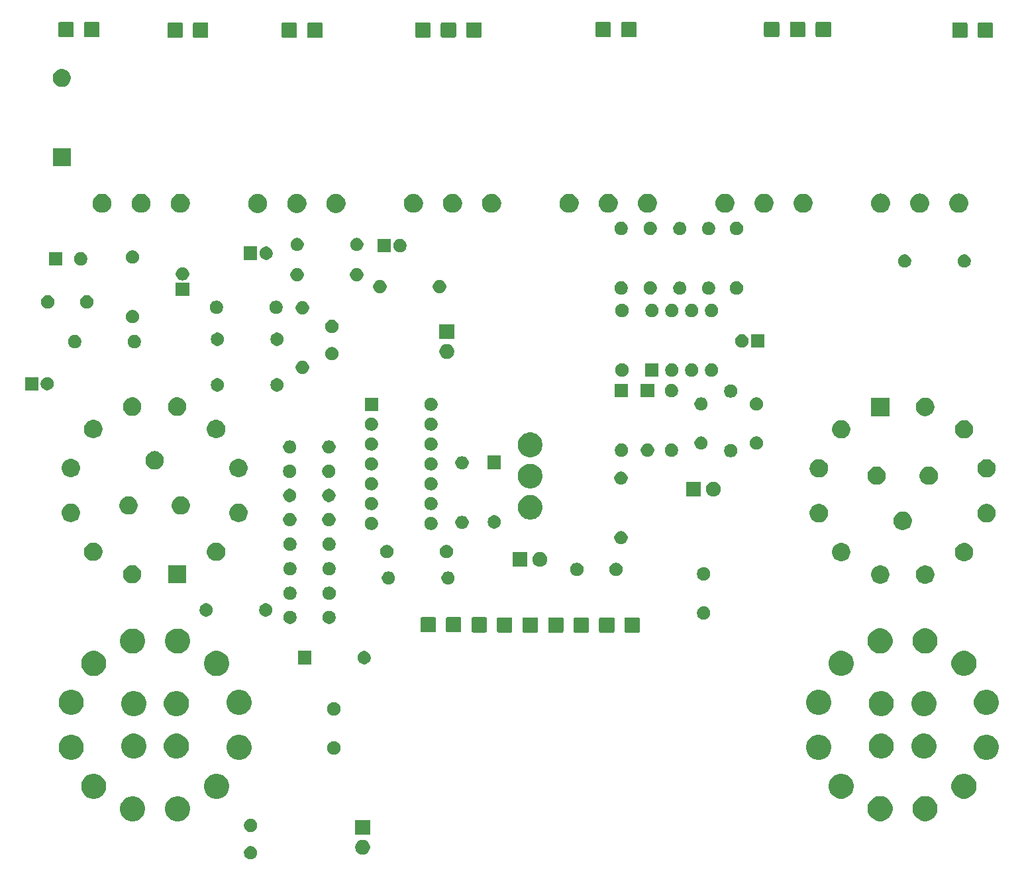
<source format=gbr>
G04 #@! TF.GenerationSoftware,KiCad,Pcbnew,5.1.6*
G04 #@! TF.CreationDate,2020-09-20T22:12:03+01:00*
G04 #@! TF.ProjectId,EnvelopeFollower,456e7665-6c6f-4706-9546-6f6c6c6f7765,V2.0*
G04 #@! TF.SameCoordinates,Original*
G04 #@! TF.FileFunction,Soldermask,Bot*
G04 #@! TF.FilePolarity,Negative*
%FSLAX46Y46*%
G04 Gerber Fmt 4.6, Leading zero omitted, Abs format (unit mm)*
G04 Created by KiCad (PCBNEW 5.1.6) date 2020-09-20 22:12:03*
%MOMM*%
%LPD*%
G01*
G04 APERTURE LIST*
%ADD10C,0.152400*%
G04 APERTURE END LIST*
D10*
G36*
X96714888Y-145775143D02*
G01*
X96869760Y-145839293D01*
X97009141Y-145932425D01*
X97127675Y-146050959D01*
X97220807Y-146190340D01*
X97284957Y-146345212D01*
X97317660Y-146509624D01*
X97317660Y-146677256D01*
X97284957Y-146841668D01*
X97220807Y-146996540D01*
X97127675Y-147135921D01*
X97009141Y-147254455D01*
X96869760Y-147347587D01*
X96714888Y-147411737D01*
X96550476Y-147444440D01*
X96382844Y-147444440D01*
X96218432Y-147411737D01*
X96063560Y-147347587D01*
X95924179Y-147254455D01*
X95805645Y-147135921D01*
X95712513Y-146996540D01*
X95648363Y-146841668D01*
X95615660Y-146677256D01*
X95615660Y-146509624D01*
X95648363Y-146345212D01*
X95712513Y-146190340D01*
X95805645Y-146050959D01*
X95924179Y-145932425D01*
X96063560Y-145839293D01*
X96218432Y-145775143D01*
X96382844Y-145742440D01*
X96550476Y-145742440D01*
X96714888Y-145775143D01*
G37*
G36*
X111054415Y-144980606D02*
G01*
X111227486Y-145052294D01*
X111227487Y-145052295D01*
X111383247Y-145156370D01*
X111515710Y-145288833D01*
X111515711Y-145288835D01*
X111619786Y-145444594D01*
X111691474Y-145617665D01*
X111728020Y-145801393D01*
X111728020Y-145988727D01*
X111691474Y-146172455D01*
X111619786Y-146345526D01*
X111619785Y-146345527D01*
X111515710Y-146501287D01*
X111383247Y-146633750D01*
X111318137Y-146677255D01*
X111227486Y-146737826D01*
X111054415Y-146809514D01*
X110870687Y-146846060D01*
X110683353Y-146846060D01*
X110499625Y-146809514D01*
X110326554Y-146737826D01*
X110235903Y-146677255D01*
X110170793Y-146633750D01*
X110038330Y-146501287D01*
X109934255Y-146345527D01*
X109934254Y-146345526D01*
X109862566Y-146172455D01*
X109826020Y-145988727D01*
X109826020Y-145801393D01*
X109862566Y-145617665D01*
X109934254Y-145444594D01*
X110038329Y-145288835D01*
X110038330Y-145288833D01*
X110170793Y-145156370D01*
X110326553Y-145052295D01*
X110326554Y-145052294D01*
X110499625Y-144980606D01*
X110683353Y-144944060D01*
X110870687Y-144944060D01*
X111054415Y-144980606D01*
G37*
G36*
X111728020Y-144306060D02*
G01*
X109826020Y-144306060D01*
X109826020Y-142404060D01*
X111728020Y-142404060D01*
X111728020Y-144306060D01*
G37*
G36*
X96714888Y-142275143D02*
G01*
X96869760Y-142339293D01*
X97009141Y-142432425D01*
X97127675Y-142550959D01*
X97220807Y-142690340D01*
X97284957Y-142845212D01*
X97317660Y-143009624D01*
X97317660Y-143177256D01*
X97284957Y-143341668D01*
X97220807Y-143496540D01*
X97127675Y-143635921D01*
X97009141Y-143754455D01*
X96869760Y-143847587D01*
X96714888Y-143911737D01*
X96550476Y-143944440D01*
X96382844Y-143944440D01*
X96218432Y-143911737D01*
X96063560Y-143847587D01*
X95924179Y-143754455D01*
X95805645Y-143635921D01*
X95712513Y-143496540D01*
X95648363Y-143341668D01*
X95615660Y-143177256D01*
X95615660Y-143009624D01*
X95648363Y-142845212D01*
X95712513Y-142690340D01*
X95805645Y-142550959D01*
X95924179Y-142432425D01*
X96063560Y-142339293D01*
X96218432Y-142275143D01*
X96382844Y-142242440D01*
X96550476Y-142242440D01*
X96714888Y-142275143D01*
G37*
G36*
X87598980Y-139415862D02*
G01*
X87890234Y-139536504D01*
X88152356Y-139711648D01*
X88375272Y-139934564D01*
X88550416Y-140196686D01*
X88671058Y-140487940D01*
X88732560Y-140797134D01*
X88732560Y-141112386D01*
X88671058Y-141421580D01*
X88550416Y-141712834D01*
X88375272Y-141974956D01*
X88152356Y-142197872D01*
X87890234Y-142373016D01*
X87598980Y-142493658D01*
X87289786Y-142555160D01*
X86974534Y-142555160D01*
X86665340Y-142493658D01*
X86374086Y-142373016D01*
X86111964Y-142197872D01*
X85889048Y-141974956D01*
X85713904Y-141712834D01*
X85593262Y-141421580D01*
X85531760Y-141112386D01*
X85531760Y-140797134D01*
X85593262Y-140487940D01*
X85713904Y-140196686D01*
X85889048Y-139934564D01*
X86111964Y-139711648D01*
X86374086Y-139536504D01*
X86665340Y-139415862D01*
X86974534Y-139354360D01*
X87289786Y-139354360D01*
X87598980Y-139415862D01*
G37*
G36*
X81848420Y-139415862D02*
G01*
X82139674Y-139536504D01*
X82401796Y-139711648D01*
X82624712Y-139934564D01*
X82799856Y-140196686D01*
X82920498Y-140487940D01*
X82982000Y-140797134D01*
X82982000Y-141112386D01*
X82920498Y-141421580D01*
X82799856Y-141712834D01*
X82624712Y-141974956D01*
X82401796Y-142197872D01*
X82139674Y-142373016D01*
X81848420Y-142493658D01*
X81539226Y-142555160D01*
X81223974Y-142555160D01*
X80914780Y-142493658D01*
X80623526Y-142373016D01*
X80361404Y-142197872D01*
X80138488Y-141974956D01*
X79963344Y-141712834D01*
X79842702Y-141421580D01*
X79781200Y-141112386D01*
X79781200Y-140797134D01*
X79842702Y-140487940D01*
X79963344Y-140196686D01*
X80138488Y-139934564D01*
X80361404Y-139711648D01*
X80623526Y-139536504D01*
X80914780Y-139415862D01*
X81223974Y-139354360D01*
X81539226Y-139354360D01*
X81848420Y-139415862D01*
G37*
G36*
X183141360Y-139408242D02*
G01*
X183432614Y-139528884D01*
X183694736Y-139704028D01*
X183917652Y-139926944D01*
X184092796Y-140189066D01*
X184213438Y-140480320D01*
X184274940Y-140789514D01*
X184274940Y-141104766D01*
X184213438Y-141413960D01*
X184092796Y-141705214D01*
X183917652Y-141967336D01*
X183694736Y-142190252D01*
X183432614Y-142365396D01*
X183141360Y-142486038D01*
X182832166Y-142547540D01*
X182516914Y-142547540D01*
X182207720Y-142486038D01*
X181916466Y-142365396D01*
X181654344Y-142190252D01*
X181431428Y-141967336D01*
X181256284Y-141705214D01*
X181135642Y-141413960D01*
X181074140Y-141104766D01*
X181074140Y-140789514D01*
X181135642Y-140480320D01*
X181256284Y-140189066D01*
X181431428Y-139926944D01*
X181654344Y-139704028D01*
X181916466Y-139528884D01*
X182207720Y-139408242D01*
X182516914Y-139346740D01*
X182832166Y-139346740D01*
X183141360Y-139408242D01*
G37*
G36*
X177390800Y-139408242D02*
G01*
X177682054Y-139528884D01*
X177944176Y-139704028D01*
X178167092Y-139926944D01*
X178342236Y-140189066D01*
X178462878Y-140480320D01*
X178524380Y-140789514D01*
X178524380Y-141104766D01*
X178462878Y-141413960D01*
X178342236Y-141705214D01*
X178167092Y-141967336D01*
X177944176Y-142190252D01*
X177682054Y-142365396D01*
X177390800Y-142486038D01*
X177081606Y-142547540D01*
X176766354Y-142547540D01*
X176457160Y-142486038D01*
X176165906Y-142365396D01*
X175903784Y-142190252D01*
X175680868Y-141967336D01*
X175505724Y-141705214D01*
X175385082Y-141413960D01*
X175323580Y-141104766D01*
X175323580Y-140789514D01*
X175385082Y-140480320D01*
X175505724Y-140189066D01*
X175680868Y-139926944D01*
X175903784Y-139704028D01*
X176165906Y-139528884D01*
X176457160Y-139408242D01*
X176766354Y-139346740D01*
X177081606Y-139346740D01*
X177390800Y-139408242D01*
G37*
G36*
X76872560Y-136543122D02*
G01*
X77163814Y-136663764D01*
X77425936Y-136838908D01*
X77648852Y-137061824D01*
X77823996Y-137323946D01*
X77944638Y-137615200D01*
X78006140Y-137924394D01*
X78006140Y-138239646D01*
X77944638Y-138548840D01*
X77823996Y-138840094D01*
X77648852Y-139102216D01*
X77425936Y-139325132D01*
X77163814Y-139500276D01*
X76872560Y-139620918D01*
X76563366Y-139682420D01*
X76248114Y-139682420D01*
X75938920Y-139620918D01*
X75647666Y-139500276D01*
X75385544Y-139325132D01*
X75162628Y-139102216D01*
X74987484Y-138840094D01*
X74866842Y-138548840D01*
X74805340Y-138239646D01*
X74805340Y-137924394D01*
X74866842Y-137615200D01*
X74987484Y-137323946D01*
X75162628Y-137061824D01*
X75385544Y-136838908D01*
X75647666Y-136663764D01*
X75938920Y-136543122D01*
X76248114Y-136481620D01*
X76563366Y-136481620D01*
X76872560Y-136543122D01*
G37*
G36*
X92574840Y-136543122D02*
G01*
X92866094Y-136663764D01*
X93128216Y-136838908D01*
X93351132Y-137061824D01*
X93526276Y-137323946D01*
X93646918Y-137615200D01*
X93708420Y-137924394D01*
X93708420Y-138239646D01*
X93646918Y-138548840D01*
X93526276Y-138840094D01*
X93351132Y-139102216D01*
X93128216Y-139325132D01*
X92866094Y-139500276D01*
X92574840Y-139620918D01*
X92265646Y-139682420D01*
X91950394Y-139682420D01*
X91641200Y-139620918D01*
X91349946Y-139500276D01*
X91087824Y-139325132D01*
X90864908Y-139102216D01*
X90689764Y-138840094D01*
X90569122Y-138548840D01*
X90507620Y-138239646D01*
X90507620Y-137924394D01*
X90569122Y-137615200D01*
X90689764Y-137323946D01*
X90864908Y-137061824D01*
X91087824Y-136838908D01*
X91349946Y-136663764D01*
X91641200Y-136543122D01*
X91950394Y-136481620D01*
X92265646Y-136481620D01*
X92574840Y-136543122D01*
G37*
G36*
X172414940Y-136535502D02*
G01*
X172706194Y-136656144D01*
X172968316Y-136831288D01*
X173191232Y-137054204D01*
X173366376Y-137316326D01*
X173487018Y-137607580D01*
X173548520Y-137916774D01*
X173548520Y-138232026D01*
X173487018Y-138541220D01*
X173366376Y-138832474D01*
X173191232Y-139094596D01*
X172968316Y-139317512D01*
X172706194Y-139492656D01*
X172414940Y-139613298D01*
X172105746Y-139674800D01*
X171790494Y-139674800D01*
X171481300Y-139613298D01*
X171190046Y-139492656D01*
X170927924Y-139317512D01*
X170705008Y-139094596D01*
X170529864Y-138832474D01*
X170409222Y-138541220D01*
X170347720Y-138232026D01*
X170347720Y-137916774D01*
X170409222Y-137607580D01*
X170529864Y-137316326D01*
X170705008Y-137054204D01*
X170927924Y-136831288D01*
X171190046Y-136656144D01*
X171481300Y-136535502D01*
X171790494Y-136474000D01*
X172105746Y-136474000D01*
X172414940Y-136535502D01*
G37*
G36*
X188117220Y-136535502D02*
G01*
X188408474Y-136656144D01*
X188670596Y-136831288D01*
X188893512Y-137054204D01*
X189068656Y-137316326D01*
X189189298Y-137607580D01*
X189250800Y-137916774D01*
X189250800Y-138232026D01*
X189189298Y-138541220D01*
X189068656Y-138832474D01*
X188893512Y-139094596D01*
X188670596Y-139317512D01*
X188408474Y-139492656D01*
X188117220Y-139613298D01*
X187808026Y-139674800D01*
X187492774Y-139674800D01*
X187183580Y-139613298D01*
X186892326Y-139492656D01*
X186630204Y-139317512D01*
X186407288Y-139094596D01*
X186232144Y-138832474D01*
X186111502Y-138541220D01*
X186050000Y-138232026D01*
X186050000Y-137916774D01*
X186111502Y-137607580D01*
X186232144Y-137316326D01*
X186407288Y-137054204D01*
X186630204Y-136831288D01*
X186892326Y-136656144D01*
X187183580Y-136535502D01*
X187492774Y-136474000D01*
X187808026Y-136474000D01*
X188117220Y-136535502D01*
G37*
G36*
X73999820Y-131567262D02*
G01*
X74291074Y-131687904D01*
X74553196Y-131863048D01*
X74776112Y-132085964D01*
X74951256Y-132348086D01*
X75071898Y-132639340D01*
X75133400Y-132948534D01*
X75133400Y-133263786D01*
X75071898Y-133572980D01*
X74951256Y-133864234D01*
X74776112Y-134126356D01*
X74553196Y-134349272D01*
X74291074Y-134524416D01*
X73999820Y-134645058D01*
X73690626Y-134706560D01*
X73375374Y-134706560D01*
X73066180Y-134645058D01*
X72774926Y-134524416D01*
X72512804Y-134349272D01*
X72289888Y-134126356D01*
X72114744Y-133864234D01*
X71994102Y-133572980D01*
X71932600Y-133263786D01*
X71932600Y-132948534D01*
X71994102Y-132639340D01*
X72114744Y-132348086D01*
X72289888Y-132085964D01*
X72512804Y-131863048D01*
X72774926Y-131687904D01*
X73066180Y-131567262D01*
X73375374Y-131505760D01*
X73690626Y-131505760D01*
X73999820Y-131567262D01*
G37*
G36*
X95447580Y-131567262D02*
G01*
X95738834Y-131687904D01*
X96000956Y-131863048D01*
X96223872Y-132085964D01*
X96399016Y-132348086D01*
X96519658Y-132639340D01*
X96581160Y-132948534D01*
X96581160Y-133263786D01*
X96519658Y-133572980D01*
X96399016Y-133864234D01*
X96223872Y-134126356D01*
X96000956Y-134349272D01*
X95738834Y-134524416D01*
X95447580Y-134645058D01*
X95138386Y-134706560D01*
X94823134Y-134706560D01*
X94513940Y-134645058D01*
X94222686Y-134524416D01*
X93960564Y-134349272D01*
X93737648Y-134126356D01*
X93562504Y-133864234D01*
X93441862Y-133572980D01*
X93380360Y-133263786D01*
X93380360Y-132948534D01*
X93441862Y-132639340D01*
X93562504Y-132348086D01*
X93737648Y-132085964D01*
X93960564Y-131863048D01*
X94222686Y-131687904D01*
X94513940Y-131567262D01*
X94823134Y-131505760D01*
X95138386Y-131505760D01*
X95447580Y-131567262D01*
G37*
G36*
X169542200Y-131559642D02*
G01*
X169833454Y-131680284D01*
X170095576Y-131855428D01*
X170318492Y-132078344D01*
X170493636Y-132340466D01*
X170614278Y-132631720D01*
X170675780Y-132940914D01*
X170675780Y-133256166D01*
X170614278Y-133565360D01*
X170493636Y-133856614D01*
X170318492Y-134118736D01*
X170095576Y-134341652D01*
X169833454Y-134516796D01*
X169542200Y-134637438D01*
X169233006Y-134698940D01*
X168917754Y-134698940D01*
X168608560Y-134637438D01*
X168317306Y-134516796D01*
X168055184Y-134341652D01*
X167832268Y-134118736D01*
X167657124Y-133856614D01*
X167536482Y-133565360D01*
X167474980Y-133256166D01*
X167474980Y-132940914D01*
X167536482Y-132631720D01*
X167657124Y-132340466D01*
X167832268Y-132078344D01*
X168055184Y-131855428D01*
X168317306Y-131680284D01*
X168608560Y-131559642D01*
X168917754Y-131498140D01*
X169233006Y-131498140D01*
X169542200Y-131559642D01*
G37*
G36*
X190989960Y-131559642D02*
G01*
X191281214Y-131680284D01*
X191543336Y-131855428D01*
X191766252Y-132078344D01*
X191941396Y-132340466D01*
X192062038Y-132631720D01*
X192123540Y-132940914D01*
X192123540Y-133256166D01*
X192062038Y-133565360D01*
X191941396Y-133856614D01*
X191766252Y-134118736D01*
X191543336Y-134341652D01*
X191281214Y-134516796D01*
X190989960Y-134637438D01*
X190680766Y-134698940D01*
X190365514Y-134698940D01*
X190056320Y-134637438D01*
X189765066Y-134516796D01*
X189502944Y-134341652D01*
X189280028Y-134118736D01*
X189104884Y-133856614D01*
X188984242Y-133565360D01*
X188922740Y-133256166D01*
X188922740Y-132940914D01*
X188984242Y-132631720D01*
X189104884Y-132340466D01*
X189280028Y-132078344D01*
X189502944Y-131855428D01*
X189765066Y-131680284D01*
X190056320Y-131559642D01*
X190365514Y-131498140D01*
X190680766Y-131498140D01*
X190989960Y-131559642D01*
G37*
G36*
X81998280Y-131417402D02*
G01*
X82289534Y-131538044D01*
X82551656Y-131713188D01*
X82774572Y-131936104D01*
X82949716Y-132198226D01*
X83070358Y-132489480D01*
X83131860Y-132798674D01*
X83131860Y-133113926D01*
X83070358Y-133423120D01*
X82949716Y-133714374D01*
X82774572Y-133976496D01*
X82551656Y-134199412D01*
X82289534Y-134374556D01*
X81998280Y-134495198D01*
X81689086Y-134556700D01*
X81373834Y-134556700D01*
X81064640Y-134495198D01*
X80773386Y-134374556D01*
X80511264Y-134199412D01*
X80288348Y-133976496D01*
X80113204Y-133714374D01*
X79992562Y-133423120D01*
X79931060Y-133113926D01*
X79931060Y-132798674D01*
X79992562Y-132489480D01*
X80113204Y-132198226D01*
X80288348Y-131936104D01*
X80511264Y-131713188D01*
X80773386Y-131538044D01*
X81064640Y-131417402D01*
X81373834Y-131355900D01*
X81689086Y-131355900D01*
X81998280Y-131417402D01*
G37*
G36*
X87449120Y-131417402D02*
G01*
X87740374Y-131538044D01*
X88002496Y-131713188D01*
X88225412Y-131936104D01*
X88400556Y-132198226D01*
X88521198Y-132489480D01*
X88582700Y-132798674D01*
X88582700Y-133113926D01*
X88521198Y-133423120D01*
X88400556Y-133714374D01*
X88225412Y-133976496D01*
X88002496Y-134199412D01*
X87740374Y-134374556D01*
X87449120Y-134495198D01*
X87139926Y-134556700D01*
X86824674Y-134556700D01*
X86515480Y-134495198D01*
X86224226Y-134374556D01*
X85962104Y-134199412D01*
X85739188Y-133976496D01*
X85564044Y-133714374D01*
X85443402Y-133423120D01*
X85381900Y-133113926D01*
X85381900Y-132798674D01*
X85443402Y-132489480D01*
X85564044Y-132198226D01*
X85739188Y-131936104D01*
X85962104Y-131713188D01*
X86224226Y-131538044D01*
X86515480Y-131417402D01*
X86824674Y-131355900D01*
X87139926Y-131355900D01*
X87449120Y-131417402D01*
G37*
G36*
X182991500Y-131409782D02*
G01*
X183282754Y-131530424D01*
X183544876Y-131705568D01*
X183767792Y-131928484D01*
X183942936Y-132190606D01*
X184063578Y-132481860D01*
X184125080Y-132791054D01*
X184125080Y-133106306D01*
X184063578Y-133415500D01*
X183942936Y-133706754D01*
X183767792Y-133968876D01*
X183544876Y-134191792D01*
X183282754Y-134366936D01*
X182991500Y-134487578D01*
X182682306Y-134549080D01*
X182367054Y-134549080D01*
X182057860Y-134487578D01*
X181766606Y-134366936D01*
X181504484Y-134191792D01*
X181281568Y-133968876D01*
X181106424Y-133706754D01*
X180985782Y-133415500D01*
X180924280Y-133106306D01*
X180924280Y-132791054D01*
X180985782Y-132481860D01*
X181106424Y-132190606D01*
X181281568Y-131928484D01*
X181504484Y-131705568D01*
X181766606Y-131530424D01*
X182057860Y-131409782D01*
X182367054Y-131348280D01*
X182682306Y-131348280D01*
X182991500Y-131409782D01*
G37*
G36*
X177540660Y-131409782D02*
G01*
X177831914Y-131530424D01*
X178094036Y-131705568D01*
X178316952Y-131928484D01*
X178492096Y-132190606D01*
X178612738Y-132481860D01*
X178674240Y-132791054D01*
X178674240Y-133106306D01*
X178612738Y-133415500D01*
X178492096Y-133706754D01*
X178316952Y-133968876D01*
X178094036Y-134191792D01*
X177831914Y-134366936D01*
X177540660Y-134487578D01*
X177231466Y-134549080D01*
X176916214Y-134549080D01*
X176607020Y-134487578D01*
X176315766Y-134366936D01*
X176053644Y-134191792D01*
X175830728Y-133968876D01*
X175655584Y-133706754D01*
X175534942Y-133415500D01*
X175473440Y-133106306D01*
X175473440Y-132791054D01*
X175534942Y-132481860D01*
X175655584Y-132190606D01*
X175830728Y-131928484D01*
X176053644Y-131705568D01*
X176315766Y-131530424D01*
X176607020Y-131409782D01*
X176916214Y-131348280D01*
X177231466Y-131348280D01*
X177540660Y-131409782D01*
G37*
G36*
X107352408Y-132358983D02*
G01*
X107507280Y-132423133D01*
X107646661Y-132516265D01*
X107765195Y-132634799D01*
X107858327Y-132774180D01*
X107922477Y-132929052D01*
X107955180Y-133093464D01*
X107955180Y-133261096D01*
X107922477Y-133425508D01*
X107858327Y-133580380D01*
X107765195Y-133719761D01*
X107646661Y-133838295D01*
X107507280Y-133931427D01*
X107352408Y-133995577D01*
X107187996Y-134028280D01*
X107020364Y-134028280D01*
X106855952Y-133995577D01*
X106701080Y-133931427D01*
X106561699Y-133838295D01*
X106443165Y-133719761D01*
X106350033Y-133580380D01*
X106285883Y-133425508D01*
X106253180Y-133261096D01*
X106253180Y-133093464D01*
X106285883Y-132929052D01*
X106350033Y-132774180D01*
X106443165Y-132634799D01*
X106561699Y-132516265D01*
X106701080Y-132423133D01*
X106855952Y-132358983D01*
X107020364Y-132326280D01*
X107187996Y-132326280D01*
X107352408Y-132358983D01*
G37*
G36*
X81998280Y-125966562D02*
G01*
X82289534Y-126087204D01*
X82551656Y-126262348D01*
X82774572Y-126485264D01*
X82949716Y-126747386D01*
X83070358Y-127038640D01*
X83131860Y-127347834D01*
X83131860Y-127663086D01*
X83070358Y-127972280D01*
X82949716Y-128263534D01*
X82774572Y-128525656D01*
X82551656Y-128748572D01*
X82289534Y-128923716D01*
X81998280Y-129044358D01*
X81689086Y-129105860D01*
X81373834Y-129105860D01*
X81064640Y-129044358D01*
X80773386Y-128923716D01*
X80511264Y-128748572D01*
X80288348Y-128525656D01*
X80113204Y-128263534D01*
X79992562Y-127972280D01*
X79931060Y-127663086D01*
X79931060Y-127347834D01*
X79992562Y-127038640D01*
X80113204Y-126747386D01*
X80288348Y-126485264D01*
X80511264Y-126262348D01*
X80773386Y-126087204D01*
X81064640Y-125966562D01*
X81373834Y-125905060D01*
X81689086Y-125905060D01*
X81998280Y-125966562D01*
G37*
G36*
X87449120Y-125966562D02*
G01*
X87740374Y-126087204D01*
X88002496Y-126262348D01*
X88225412Y-126485264D01*
X88400556Y-126747386D01*
X88521198Y-127038640D01*
X88582700Y-127347834D01*
X88582700Y-127663086D01*
X88521198Y-127972280D01*
X88400556Y-128263534D01*
X88225412Y-128525656D01*
X88002496Y-128748572D01*
X87740374Y-128923716D01*
X87449120Y-129044358D01*
X87139926Y-129105860D01*
X86824674Y-129105860D01*
X86515480Y-129044358D01*
X86224226Y-128923716D01*
X85962104Y-128748572D01*
X85739188Y-128525656D01*
X85564044Y-128263534D01*
X85443402Y-127972280D01*
X85381900Y-127663086D01*
X85381900Y-127347834D01*
X85443402Y-127038640D01*
X85564044Y-126747386D01*
X85739188Y-126485264D01*
X85962104Y-126262348D01*
X86224226Y-126087204D01*
X86515480Y-125966562D01*
X86824674Y-125905060D01*
X87139926Y-125905060D01*
X87449120Y-125966562D01*
G37*
G36*
X182991500Y-125958942D02*
G01*
X183282754Y-126079584D01*
X183544876Y-126254728D01*
X183767792Y-126477644D01*
X183942936Y-126739766D01*
X184063578Y-127031020D01*
X184125080Y-127340214D01*
X184125080Y-127655466D01*
X184063578Y-127964660D01*
X183942936Y-128255914D01*
X183767792Y-128518036D01*
X183544876Y-128740952D01*
X183282754Y-128916096D01*
X182991500Y-129036738D01*
X182682306Y-129098240D01*
X182367054Y-129098240D01*
X182057860Y-129036738D01*
X181766606Y-128916096D01*
X181504484Y-128740952D01*
X181281568Y-128518036D01*
X181106424Y-128255914D01*
X180985782Y-127964660D01*
X180924280Y-127655466D01*
X180924280Y-127340214D01*
X180985782Y-127031020D01*
X181106424Y-126739766D01*
X181281568Y-126477644D01*
X181504484Y-126254728D01*
X181766606Y-126079584D01*
X182057860Y-125958942D01*
X182367054Y-125897440D01*
X182682306Y-125897440D01*
X182991500Y-125958942D01*
G37*
G36*
X177540660Y-125958942D02*
G01*
X177831914Y-126079584D01*
X178094036Y-126254728D01*
X178316952Y-126477644D01*
X178492096Y-126739766D01*
X178612738Y-127031020D01*
X178674240Y-127340214D01*
X178674240Y-127655466D01*
X178612738Y-127964660D01*
X178492096Y-128255914D01*
X178316952Y-128518036D01*
X178094036Y-128740952D01*
X177831914Y-128916096D01*
X177540660Y-129036738D01*
X177231466Y-129098240D01*
X176916214Y-129098240D01*
X176607020Y-129036738D01*
X176315766Y-128916096D01*
X176053644Y-128740952D01*
X175830728Y-128518036D01*
X175655584Y-128255914D01*
X175534942Y-127964660D01*
X175473440Y-127655466D01*
X175473440Y-127340214D01*
X175534942Y-127031020D01*
X175655584Y-126739766D01*
X175830728Y-126477644D01*
X176053644Y-126254728D01*
X176315766Y-126079584D01*
X176607020Y-125958942D01*
X176916214Y-125897440D01*
X177231466Y-125897440D01*
X177540660Y-125958942D01*
G37*
G36*
X107352408Y-127358983D02*
G01*
X107507280Y-127423133D01*
X107646661Y-127516265D01*
X107765195Y-127634799D01*
X107858327Y-127774180D01*
X107922477Y-127929052D01*
X107955180Y-128093464D01*
X107955180Y-128261096D01*
X107922477Y-128425508D01*
X107858327Y-128580380D01*
X107765195Y-128719761D01*
X107646661Y-128838295D01*
X107507280Y-128931427D01*
X107352408Y-128995577D01*
X107187996Y-129028280D01*
X107020364Y-129028280D01*
X106855952Y-128995577D01*
X106701080Y-128931427D01*
X106561699Y-128838295D01*
X106443165Y-128719761D01*
X106350033Y-128580380D01*
X106285883Y-128425508D01*
X106253180Y-128261096D01*
X106253180Y-128093464D01*
X106285883Y-127929052D01*
X106350033Y-127774180D01*
X106443165Y-127634799D01*
X106561699Y-127516265D01*
X106701080Y-127423133D01*
X106855952Y-127358983D01*
X107020364Y-127326280D01*
X107187996Y-127326280D01*
X107352408Y-127358983D01*
G37*
G36*
X95447580Y-125816702D02*
G01*
X95738834Y-125937344D01*
X96000956Y-126112488D01*
X96223872Y-126335404D01*
X96399016Y-126597526D01*
X96519658Y-126888780D01*
X96581160Y-127197974D01*
X96581160Y-127513226D01*
X96519658Y-127822420D01*
X96399016Y-128113674D01*
X96223872Y-128375796D01*
X96000956Y-128598712D01*
X95738834Y-128773856D01*
X95447580Y-128894498D01*
X95138386Y-128956000D01*
X94823134Y-128956000D01*
X94513940Y-128894498D01*
X94222686Y-128773856D01*
X93960564Y-128598712D01*
X93737648Y-128375796D01*
X93562504Y-128113674D01*
X93441862Y-127822420D01*
X93380360Y-127513226D01*
X93380360Y-127197974D01*
X93441862Y-126888780D01*
X93562504Y-126597526D01*
X93737648Y-126335404D01*
X93960564Y-126112488D01*
X94222686Y-125937344D01*
X94513940Y-125816702D01*
X94823134Y-125755200D01*
X95138386Y-125755200D01*
X95447580Y-125816702D01*
G37*
G36*
X73999820Y-125816702D02*
G01*
X74291074Y-125937344D01*
X74553196Y-126112488D01*
X74776112Y-126335404D01*
X74951256Y-126597526D01*
X75071898Y-126888780D01*
X75133400Y-127197974D01*
X75133400Y-127513226D01*
X75071898Y-127822420D01*
X74951256Y-128113674D01*
X74776112Y-128375796D01*
X74553196Y-128598712D01*
X74291074Y-128773856D01*
X73999820Y-128894498D01*
X73690626Y-128956000D01*
X73375374Y-128956000D01*
X73066180Y-128894498D01*
X72774926Y-128773856D01*
X72512804Y-128598712D01*
X72289888Y-128375796D01*
X72114744Y-128113674D01*
X71994102Y-127822420D01*
X71932600Y-127513226D01*
X71932600Y-127197974D01*
X71994102Y-126888780D01*
X72114744Y-126597526D01*
X72289888Y-126335404D01*
X72512804Y-126112488D01*
X72774926Y-125937344D01*
X73066180Y-125816702D01*
X73375374Y-125755200D01*
X73690626Y-125755200D01*
X73999820Y-125816702D01*
G37*
G36*
X190989960Y-125809082D02*
G01*
X191281214Y-125929724D01*
X191543336Y-126104868D01*
X191766252Y-126327784D01*
X191941396Y-126589906D01*
X192062038Y-126881160D01*
X192123540Y-127190354D01*
X192123540Y-127505606D01*
X192062038Y-127814800D01*
X191941396Y-128106054D01*
X191766252Y-128368176D01*
X191543336Y-128591092D01*
X191281214Y-128766236D01*
X190989960Y-128886878D01*
X190680766Y-128948380D01*
X190365514Y-128948380D01*
X190056320Y-128886878D01*
X189765066Y-128766236D01*
X189502944Y-128591092D01*
X189280028Y-128368176D01*
X189104884Y-128106054D01*
X188984242Y-127814800D01*
X188922740Y-127505606D01*
X188922740Y-127190354D01*
X188984242Y-126881160D01*
X189104884Y-126589906D01*
X189280028Y-126327784D01*
X189502944Y-126104868D01*
X189765066Y-125929724D01*
X190056320Y-125809082D01*
X190365514Y-125747580D01*
X190680766Y-125747580D01*
X190989960Y-125809082D01*
G37*
G36*
X169542200Y-125809082D02*
G01*
X169833454Y-125929724D01*
X170095576Y-126104868D01*
X170318492Y-126327784D01*
X170493636Y-126589906D01*
X170614278Y-126881160D01*
X170675780Y-127190354D01*
X170675780Y-127505606D01*
X170614278Y-127814800D01*
X170493636Y-128106054D01*
X170318492Y-128368176D01*
X170095576Y-128591092D01*
X169833454Y-128766236D01*
X169542200Y-128886878D01*
X169233006Y-128948380D01*
X168917754Y-128948380D01*
X168608560Y-128886878D01*
X168317306Y-128766236D01*
X168055184Y-128591092D01*
X167832268Y-128368176D01*
X167657124Y-128106054D01*
X167536482Y-127814800D01*
X167474980Y-127505606D01*
X167474980Y-127190354D01*
X167536482Y-126881160D01*
X167657124Y-126589906D01*
X167832268Y-126327784D01*
X168055184Y-126104868D01*
X168317306Y-125929724D01*
X168608560Y-125809082D01*
X168917754Y-125747580D01*
X169233006Y-125747580D01*
X169542200Y-125809082D01*
G37*
G36*
X76872560Y-120840842D02*
G01*
X77163814Y-120961484D01*
X77425936Y-121136628D01*
X77648852Y-121359544D01*
X77823996Y-121621666D01*
X77944638Y-121912920D01*
X78006140Y-122222114D01*
X78006140Y-122537366D01*
X77944638Y-122846560D01*
X77823996Y-123137814D01*
X77648852Y-123399936D01*
X77425936Y-123622852D01*
X77163814Y-123797996D01*
X76872560Y-123918638D01*
X76563366Y-123980140D01*
X76248114Y-123980140D01*
X75938920Y-123918638D01*
X75647666Y-123797996D01*
X75385544Y-123622852D01*
X75162628Y-123399936D01*
X74987484Y-123137814D01*
X74866842Y-122846560D01*
X74805340Y-122537366D01*
X74805340Y-122222114D01*
X74866842Y-121912920D01*
X74987484Y-121621666D01*
X75162628Y-121359544D01*
X75385544Y-121136628D01*
X75647666Y-120961484D01*
X75938920Y-120840842D01*
X76248114Y-120779340D01*
X76563366Y-120779340D01*
X76872560Y-120840842D01*
G37*
G36*
X92574840Y-120840842D02*
G01*
X92866094Y-120961484D01*
X93128216Y-121136628D01*
X93351132Y-121359544D01*
X93526276Y-121621666D01*
X93646918Y-121912920D01*
X93708420Y-122222114D01*
X93708420Y-122537366D01*
X93646918Y-122846560D01*
X93526276Y-123137814D01*
X93351132Y-123399936D01*
X93128216Y-123622852D01*
X92866094Y-123797996D01*
X92574840Y-123918638D01*
X92265646Y-123980140D01*
X91950394Y-123980140D01*
X91641200Y-123918638D01*
X91349946Y-123797996D01*
X91087824Y-123622852D01*
X90864908Y-123399936D01*
X90689764Y-123137814D01*
X90569122Y-122846560D01*
X90507620Y-122537366D01*
X90507620Y-122222114D01*
X90569122Y-121912920D01*
X90689764Y-121621666D01*
X90864908Y-121359544D01*
X91087824Y-121136628D01*
X91349946Y-120961484D01*
X91641200Y-120840842D01*
X91950394Y-120779340D01*
X92265646Y-120779340D01*
X92574840Y-120840842D01*
G37*
G36*
X188117220Y-120833222D02*
G01*
X188408474Y-120953864D01*
X188670596Y-121129008D01*
X188893512Y-121351924D01*
X189068656Y-121614046D01*
X189189298Y-121905300D01*
X189250800Y-122214494D01*
X189250800Y-122529746D01*
X189189298Y-122838940D01*
X189068656Y-123130194D01*
X188893512Y-123392316D01*
X188670596Y-123615232D01*
X188408474Y-123790376D01*
X188117220Y-123911018D01*
X187808026Y-123972520D01*
X187492774Y-123972520D01*
X187183580Y-123911018D01*
X186892326Y-123790376D01*
X186630204Y-123615232D01*
X186407288Y-123392316D01*
X186232144Y-123130194D01*
X186111502Y-122838940D01*
X186050000Y-122529746D01*
X186050000Y-122214494D01*
X186111502Y-121905300D01*
X186232144Y-121614046D01*
X186407288Y-121351924D01*
X186630204Y-121129008D01*
X186892326Y-120953864D01*
X187183580Y-120833222D01*
X187492774Y-120771720D01*
X187808026Y-120771720D01*
X188117220Y-120833222D01*
G37*
G36*
X172414940Y-120833222D02*
G01*
X172706194Y-120953864D01*
X172968316Y-121129008D01*
X173191232Y-121351924D01*
X173366376Y-121614046D01*
X173487018Y-121905300D01*
X173548520Y-122214494D01*
X173548520Y-122529746D01*
X173487018Y-122838940D01*
X173366376Y-123130194D01*
X173191232Y-123392316D01*
X172968316Y-123615232D01*
X172706194Y-123790376D01*
X172414940Y-123911018D01*
X172105746Y-123972520D01*
X171790494Y-123972520D01*
X171481300Y-123911018D01*
X171190046Y-123790376D01*
X170927924Y-123615232D01*
X170705008Y-123392316D01*
X170529864Y-123130194D01*
X170409222Y-122838940D01*
X170347720Y-122529746D01*
X170347720Y-122214494D01*
X170409222Y-121905300D01*
X170529864Y-121614046D01*
X170705008Y-121351924D01*
X170927924Y-121129008D01*
X171190046Y-120953864D01*
X171481300Y-120833222D01*
X171790494Y-120771720D01*
X172105746Y-120771720D01*
X172414940Y-120833222D01*
G37*
G36*
X104198520Y-122481440D02*
G01*
X102496520Y-122481440D01*
X102496520Y-120779440D01*
X104198520Y-120779440D01*
X104198520Y-122481440D01*
G37*
G36*
X111215748Y-120812143D02*
G01*
X111370620Y-120876293D01*
X111510001Y-120969425D01*
X111628535Y-121087959D01*
X111721667Y-121227340D01*
X111785817Y-121382212D01*
X111818520Y-121546624D01*
X111818520Y-121714256D01*
X111785817Y-121878668D01*
X111721667Y-122033540D01*
X111628535Y-122172921D01*
X111510001Y-122291455D01*
X111370620Y-122384587D01*
X111215748Y-122448737D01*
X111051336Y-122481440D01*
X110883704Y-122481440D01*
X110719292Y-122448737D01*
X110564420Y-122384587D01*
X110425039Y-122291455D01*
X110306505Y-122172921D01*
X110213373Y-122033540D01*
X110149223Y-121878668D01*
X110116520Y-121714256D01*
X110116520Y-121546624D01*
X110149223Y-121382212D01*
X110213373Y-121227340D01*
X110306505Y-121087959D01*
X110425039Y-120969425D01*
X110564420Y-120876293D01*
X110719292Y-120812143D01*
X110883704Y-120779440D01*
X111051336Y-120779440D01*
X111215748Y-120812143D01*
G37*
G36*
X87598980Y-117968102D02*
G01*
X87890234Y-118088744D01*
X88152356Y-118263888D01*
X88375272Y-118486804D01*
X88550416Y-118748926D01*
X88671058Y-119040180D01*
X88732560Y-119349374D01*
X88732560Y-119664626D01*
X88671058Y-119973820D01*
X88550416Y-120265074D01*
X88375272Y-120527196D01*
X88152356Y-120750112D01*
X87890234Y-120925256D01*
X87598980Y-121045898D01*
X87289786Y-121107400D01*
X86974534Y-121107400D01*
X86665340Y-121045898D01*
X86374086Y-120925256D01*
X86111964Y-120750112D01*
X85889048Y-120527196D01*
X85713904Y-120265074D01*
X85593262Y-119973820D01*
X85531760Y-119664626D01*
X85531760Y-119349374D01*
X85593262Y-119040180D01*
X85713904Y-118748926D01*
X85889048Y-118486804D01*
X86111964Y-118263888D01*
X86374086Y-118088744D01*
X86665340Y-117968102D01*
X86974534Y-117906600D01*
X87289786Y-117906600D01*
X87598980Y-117968102D01*
G37*
G36*
X81848420Y-117968102D02*
G01*
X82139674Y-118088744D01*
X82401796Y-118263888D01*
X82624712Y-118486804D01*
X82799856Y-118748926D01*
X82920498Y-119040180D01*
X82982000Y-119349374D01*
X82982000Y-119664626D01*
X82920498Y-119973820D01*
X82799856Y-120265074D01*
X82624712Y-120527196D01*
X82401796Y-120750112D01*
X82139674Y-120925256D01*
X81848420Y-121045898D01*
X81539226Y-121107400D01*
X81223974Y-121107400D01*
X80914780Y-121045898D01*
X80623526Y-120925256D01*
X80361404Y-120750112D01*
X80138488Y-120527196D01*
X79963344Y-120265074D01*
X79842702Y-119973820D01*
X79781200Y-119664626D01*
X79781200Y-119349374D01*
X79842702Y-119040180D01*
X79963344Y-118748926D01*
X80138488Y-118486804D01*
X80361404Y-118263888D01*
X80623526Y-118088744D01*
X80914780Y-117968102D01*
X81223974Y-117906600D01*
X81539226Y-117906600D01*
X81848420Y-117968102D01*
G37*
G36*
X177390800Y-117960482D02*
G01*
X177682054Y-118081124D01*
X177944176Y-118256268D01*
X178167092Y-118479184D01*
X178342236Y-118741306D01*
X178462878Y-119032560D01*
X178524380Y-119341754D01*
X178524380Y-119657006D01*
X178462878Y-119966200D01*
X178342236Y-120257454D01*
X178167092Y-120519576D01*
X177944176Y-120742492D01*
X177682054Y-120917636D01*
X177390800Y-121038278D01*
X177081606Y-121099780D01*
X176766354Y-121099780D01*
X176457160Y-121038278D01*
X176165906Y-120917636D01*
X175903784Y-120742492D01*
X175680868Y-120519576D01*
X175505724Y-120257454D01*
X175385082Y-119966200D01*
X175323580Y-119657006D01*
X175323580Y-119341754D01*
X175385082Y-119032560D01*
X175505724Y-118741306D01*
X175680868Y-118479184D01*
X175903784Y-118256268D01*
X176165906Y-118081124D01*
X176457160Y-117960482D01*
X176766354Y-117898980D01*
X177081606Y-117898980D01*
X177390800Y-117960482D01*
G37*
G36*
X183141360Y-117960482D02*
G01*
X183432614Y-118081124D01*
X183694736Y-118256268D01*
X183917652Y-118479184D01*
X184092796Y-118741306D01*
X184213438Y-119032560D01*
X184274940Y-119341754D01*
X184274940Y-119657006D01*
X184213438Y-119966200D01*
X184092796Y-120257454D01*
X183917652Y-120519576D01*
X183694736Y-120742492D01*
X183432614Y-120917636D01*
X183141360Y-121038278D01*
X182832166Y-121099780D01*
X182516914Y-121099780D01*
X182207720Y-121038278D01*
X181916466Y-120917636D01*
X181654344Y-120742492D01*
X181431428Y-120519576D01*
X181256284Y-120257454D01*
X181135642Y-119966200D01*
X181074140Y-119657006D01*
X181074140Y-119341754D01*
X181135642Y-119032560D01*
X181256284Y-118741306D01*
X181431428Y-118479184D01*
X181654344Y-118256268D01*
X181916466Y-118081124D01*
X182207720Y-117960482D01*
X182516914Y-117898980D01*
X182832166Y-117898980D01*
X183141360Y-117960482D01*
G37*
G36*
X142825521Y-116485129D02*
G01*
X142857782Y-116494915D01*
X142887509Y-116510805D01*
X142913569Y-116532191D01*
X142934955Y-116558251D01*
X142950845Y-116587978D01*
X142960631Y-116620239D01*
X142964540Y-116659928D01*
X142964540Y-118254512D01*
X142960631Y-118294201D01*
X142950845Y-118326462D01*
X142934955Y-118356189D01*
X142913569Y-118382249D01*
X142887509Y-118403635D01*
X142857782Y-118419525D01*
X142825521Y-118429311D01*
X142785832Y-118433220D01*
X141191248Y-118433220D01*
X141151559Y-118429311D01*
X141119298Y-118419525D01*
X141089571Y-118403635D01*
X141063511Y-118382249D01*
X141042125Y-118356189D01*
X141026235Y-118326462D01*
X141016449Y-118294201D01*
X141012540Y-118254512D01*
X141012540Y-116659928D01*
X141016449Y-116620239D01*
X141026235Y-116587978D01*
X141042125Y-116558251D01*
X141063511Y-116532191D01*
X141089571Y-116510805D01*
X141119298Y-116494915D01*
X141151559Y-116485129D01*
X141191248Y-116481220D01*
X142785832Y-116481220D01*
X142825521Y-116485129D01*
G37*
G36*
X146076721Y-116485129D02*
G01*
X146108982Y-116494915D01*
X146138709Y-116510805D01*
X146164769Y-116532191D01*
X146186155Y-116558251D01*
X146202045Y-116587978D01*
X146211831Y-116620239D01*
X146215740Y-116659928D01*
X146215740Y-118254512D01*
X146211831Y-118294201D01*
X146202045Y-118326462D01*
X146186155Y-118356189D01*
X146164769Y-118382249D01*
X146138709Y-118403635D01*
X146108982Y-118419525D01*
X146076721Y-118429311D01*
X146037032Y-118433220D01*
X144442448Y-118433220D01*
X144402759Y-118429311D01*
X144370498Y-118419525D01*
X144340771Y-118403635D01*
X144314711Y-118382249D01*
X144293325Y-118356189D01*
X144277435Y-118326462D01*
X144267649Y-118294201D01*
X144263740Y-118254512D01*
X144263740Y-116659928D01*
X144267649Y-116620239D01*
X144277435Y-116587978D01*
X144293325Y-116558251D01*
X144314711Y-116532191D01*
X144340771Y-116510805D01*
X144370498Y-116494915D01*
X144402759Y-116485129D01*
X144442448Y-116481220D01*
X146037032Y-116481220D01*
X146076721Y-116485129D01*
G37*
G36*
X139566701Y-116480049D02*
G01*
X139598962Y-116489835D01*
X139628689Y-116505725D01*
X139654749Y-116527111D01*
X139676135Y-116553171D01*
X139692025Y-116582898D01*
X139701811Y-116615159D01*
X139705720Y-116654848D01*
X139705720Y-118249432D01*
X139701811Y-118289121D01*
X139692025Y-118321382D01*
X139676135Y-118351109D01*
X139654749Y-118377169D01*
X139628689Y-118398555D01*
X139598962Y-118414445D01*
X139566701Y-118424231D01*
X139527012Y-118428140D01*
X137932428Y-118428140D01*
X137892739Y-118424231D01*
X137860478Y-118414445D01*
X137830751Y-118398555D01*
X137804691Y-118377169D01*
X137783305Y-118351109D01*
X137767415Y-118321382D01*
X137757629Y-118289121D01*
X137753720Y-118249432D01*
X137753720Y-116654848D01*
X137757629Y-116615159D01*
X137767415Y-116582898D01*
X137783305Y-116553171D01*
X137804691Y-116527111D01*
X137830751Y-116505725D01*
X137860478Y-116489835D01*
X137892739Y-116480049D01*
X137932428Y-116476140D01*
X139527012Y-116476140D01*
X139566701Y-116480049D01*
G37*
G36*
X136307881Y-116477509D02*
G01*
X136340142Y-116487295D01*
X136369869Y-116503185D01*
X136395929Y-116524571D01*
X136417315Y-116550631D01*
X136433205Y-116580358D01*
X136442991Y-116612619D01*
X136446900Y-116652308D01*
X136446900Y-118246892D01*
X136442991Y-118286581D01*
X136433205Y-118318842D01*
X136417315Y-118348569D01*
X136395929Y-118374629D01*
X136369869Y-118396015D01*
X136340142Y-118411905D01*
X136307881Y-118421691D01*
X136268192Y-118425600D01*
X134673608Y-118425600D01*
X134633919Y-118421691D01*
X134601658Y-118411905D01*
X134571931Y-118396015D01*
X134545871Y-118374629D01*
X134524485Y-118348569D01*
X134508595Y-118318842D01*
X134498809Y-118286581D01*
X134494900Y-118246892D01*
X134494900Y-116652308D01*
X134498809Y-116612619D01*
X134508595Y-116580358D01*
X134524485Y-116550631D01*
X134545871Y-116524571D01*
X134571931Y-116503185D01*
X134601658Y-116487295D01*
X134633919Y-116477509D01*
X134673608Y-116473600D01*
X136268192Y-116473600D01*
X136307881Y-116477509D01*
G37*
G36*
X133043981Y-116473729D02*
G01*
X133076242Y-116483515D01*
X133105969Y-116499405D01*
X133132029Y-116520791D01*
X133153415Y-116546851D01*
X133169305Y-116576578D01*
X133179091Y-116608839D01*
X133183000Y-116648528D01*
X133183000Y-118243112D01*
X133179091Y-118282801D01*
X133169305Y-118315062D01*
X133153415Y-118344789D01*
X133132029Y-118370849D01*
X133105969Y-118392235D01*
X133076242Y-118408125D01*
X133043981Y-118417911D01*
X133004292Y-118421820D01*
X131409708Y-118421820D01*
X131370019Y-118417911D01*
X131337758Y-118408125D01*
X131308031Y-118392235D01*
X131281971Y-118370849D01*
X131260585Y-118344789D01*
X131244695Y-118315062D01*
X131234909Y-118282801D01*
X131231000Y-118243112D01*
X131231000Y-116648528D01*
X131234909Y-116608839D01*
X131244695Y-116576578D01*
X131260585Y-116546851D01*
X131281971Y-116520791D01*
X131308031Y-116499405D01*
X131337758Y-116483515D01*
X131370019Y-116473729D01*
X131409708Y-116469820D01*
X133004292Y-116469820D01*
X133043981Y-116473729D01*
G37*
G36*
X129780081Y-116472429D02*
G01*
X129812342Y-116482215D01*
X129842069Y-116498105D01*
X129868129Y-116519491D01*
X129889515Y-116545551D01*
X129905405Y-116575278D01*
X129915191Y-116607539D01*
X129919100Y-116647228D01*
X129919100Y-118241812D01*
X129915191Y-118281501D01*
X129905405Y-118313762D01*
X129889515Y-118343489D01*
X129868129Y-118369549D01*
X129842069Y-118390935D01*
X129812342Y-118406825D01*
X129780081Y-118416611D01*
X129740392Y-118420520D01*
X128145808Y-118420520D01*
X128106119Y-118416611D01*
X128073858Y-118406825D01*
X128044131Y-118390935D01*
X128018071Y-118369549D01*
X127996685Y-118343489D01*
X127980795Y-118313762D01*
X127971009Y-118281501D01*
X127967100Y-118241812D01*
X127967100Y-116647228D01*
X127971009Y-116607539D01*
X127980795Y-116575278D01*
X127996685Y-116545551D01*
X128018071Y-116519491D01*
X128044131Y-116498105D01*
X128073858Y-116482215D01*
X128106119Y-116472429D01*
X128145808Y-116468520D01*
X129740392Y-116468520D01*
X129780081Y-116472429D01*
G37*
G36*
X126521261Y-116467349D02*
G01*
X126553522Y-116477135D01*
X126583249Y-116493025D01*
X126609309Y-116514411D01*
X126630695Y-116540471D01*
X126646585Y-116570198D01*
X126656371Y-116602459D01*
X126660280Y-116642148D01*
X126660280Y-118236732D01*
X126656371Y-118276421D01*
X126646585Y-118308682D01*
X126630695Y-118338409D01*
X126609309Y-118364469D01*
X126583249Y-118385855D01*
X126553522Y-118401745D01*
X126521261Y-118411531D01*
X126481572Y-118415440D01*
X124886988Y-118415440D01*
X124847299Y-118411531D01*
X124815038Y-118401745D01*
X124785311Y-118385855D01*
X124759251Y-118364469D01*
X124737865Y-118338409D01*
X124721975Y-118308682D01*
X124712189Y-118276421D01*
X124708280Y-118236732D01*
X124708280Y-116642148D01*
X124712189Y-116602459D01*
X124721975Y-116570198D01*
X124737865Y-116540471D01*
X124759251Y-116514411D01*
X124785311Y-116493025D01*
X124815038Y-116477135D01*
X124847299Y-116467349D01*
X124886988Y-116463440D01*
X126481572Y-116463440D01*
X126521261Y-116467349D01*
G37*
G36*
X123259901Y-116462269D02*
G01*
X123292162Y-116472055D01*
X123321889Y-116487945D01*
X123347949Y-116509331D01*
X123369335Y-116535391D01*
X123385225Y-116565118D01*
X123395011Y-116597379D01*
X123398920Y-116637068D01*
X123398920Y-118231652D01*
X123395011Y-118271341D01*
X123385225Y-118303602D01*
X123369335Y-118333329D01*
X123347949Y-118359389D01*
X123321889Y-118380775D01*
X123292162Y-118396665D01*
X123259901Y-118406451D01*
X123220212Y-118410360D01*
X121625628Y-118410360D01*
X121585939Y-118406451D01*
X121553678Y-118396665D01*
X121523951Y-118380775D01*
X121497891Y-118359389D01*
X121476505Y-118333329D01*
X121460615Y-118303602D01*
X121450829Y-118271341D01*
X121446920Y-118231652D01*
X121446920Y-116637068D01*
X121450829Y-116597379D01*
X121460615Y-116565118D01*
X121476505Y-116535391D01*
X121497891Y-116509331D01*
X121523951Y-116487945D01*
X121553678Y-116472055D01*
X121585939Y-116462269D01*
X121625628Y-116458360D01*
X123220212Y-116458360D01*
X123259901Y-116462269D01*
G37*
G36*
X120003621Y-116457189D02*
G01*
X120035882Y-116466975D01*
X120065609Y-116482865D01*
X120091669Y-116504251D01*
X120113055Y-116530311D01*
X120128945Y-116560038D01*
X120138731Y-116592299D01*
X120142640Y-116631988D01*
X120142640Y-118226572D01*
X120138731Y-118266261D01*
X120128945Y-118298522D01*
X120113055Y-118328249D01*
X120091669Y-118354309D01*
X120065609Y-118375695D01*
X120035882Y-118391585D01*
X120003621Y-118401371D01*
X119963932Y-118405280D01*
X118369348Y-118405280D01*
X118329659Y-118401371D01*
X118297398Y-118391585D01*
X118267671Y-118375695D01*
X118241611Y-118354309D01*
X118220225Y-118328249D01*
X118204335Y-118298522D01*
X118194549Y-118266261D01*
X118190640Y-118226572D01*
X118190640Y-116631988D01*
X118194549Y-116592299D01*
X118204335Y-116560038D01*
X118220225Y-116530311D01*
X118241611Y-116504251D01*
X118267671Y-116482865D01*
X118297398Y-116466975D01*
X118329659Y-116457189D01*
X118369348Y-116453280D01*
X119963932Y-116453280D01*
X120003621Y-116457189D01*
G37*
G36*
X101742808Y-115653403D02*
G01*
X101897680Y-115717553D01*
X102037061Y-115810685D01*
X102155595Y-115929219D01*
X102248727Y-116068600D01*
X102312877Y-116223472D01*
X102345580Y-116387884D01*
X102345580Y-116555516D01*
X102312877Y-116719928D01*
X102248727Y-116874800D01*
X102155595Y-117014181D01*
X102037061Y-117132715D01*
X101897680Y-117225847D01*
X101742808Y-117289997D01*
X101578396Y-117322700D01*
X101410764Y-117322700D01*
X101246352Y-117289997D01*
X101091480Y-117225847D01*
X100952099Y-117132715D01*
X100833565Y-117014181D01*
X100740433Y-116874800D01*
X100676283Y-116719928D01*
X100643580Y-116555516D01*
X100643580Y-116387884D01*
X100676283Y-116223472D01*
X100740433Y-116068600D01*
X100833565Y-115929219D01*
X100952099Y-115810685D01*
X101091480Y-115717553D01*
X101246352Y-115653403D01*
X101410764Y-115620700D01*
X101578396Y-115620700D01*
X101742808Y-115653403D01*
G37*
G36*
X106742808Y-115653403D02*
G01*
X106897680Y-115717553D01*
X107037061Y-115810685D01*
X107155595Y-115929219D01*
X107248727Y-116068600D01*
X107312877Y-116223472D01*
X107345580Y-116387884D01*
X107345580Y-116555516D01*
X107312877Y-116719928D01*
X107248727Y-116874800D01*
X107155595Y-117014181D01*
X107037061Y-117132715D01*
X106897680Y-117225847D01*
X106742808Y-117289997D01*
X106578396Y-117322700D01*
X106410764Y-117322700D01*
X106246352Y-117289997D01*
X106091480Y-117225847D01*
X105952099Y-117132715D01*
X105833565Y-117014181D01*
X105740433Y-116874800D01*
X105676283Y-116719928D01*
X105643580Y-116555516D01*
X105643580Y-116387884D01*
X105676283Y-116223472D01*
X105740433Y-116068600D01*
X105833565Y-115929219D01*
X105952099Y-115810685D01*
X106091480Y-115717553D01*
X106246352Y-115653403D01*
X106410764Y-115620700D01*
X106578396Y-115620700D01*
X106742808Y-115653403D01*
G37*
G36*
X154621808Y-115092063D02*
G01*
X154776680Y-115156213D01*
X154916061Y-115249345D01*
X155034595Y-115367879D01*
X155127727Y-115507260D01*
X155191877Y-115662132D01*
X155224580Y-115826544D01*
X155224580Y-115994176D01*
X155191877Y-116158588D01*
X155127727Y-116313460D01*
X155034595Y-116452841D01*
X154916061Y-116571375D01*
X154776680Y-116664507D01*
X154621808Y-116728657D01*
X154457396Y-116761360D01*
X154289764Y-116761360D01*
X154125352Y-116728657D01*
X153970480Y-116664507D01*
X153831099Y-116571375D01*
X153712565Y-116452841D01*
X153619433Y-116313460D01*
X153555283Y-116158588D01*
X153522580Y-115994176D01*
X153522580Y-115826544D01*
X153555283Y-115662132D01*
X153619433Y-115507260D01*
X153712565Y-115367879D01*
X153831099Y-115249345D01*
X153970480Y-115156213D01*
X154125352Y-115092063D01*
X154289764Y-115059360D01*
X154457396Y-115059360D01*
X154621808Y-115092063D01*
G37*
G36*
X98652908Y-114718683D02*
G01*
X98807780Y-114782833D01*
X98947161Y-114875965D01*
X99065695Y-114994499D01*
X99158827Y-115133880D01*
X99222977Y-115288752D01*
X99255680Y-115453164D01*
X99255680Y-115620796D01*
X99222977Y-115785208D01*
X99158827Y-115940080D01*
X99065695Y-116079461D01*
X98947161Y-116197995D01*
X98807780Y-116291127D01*
X98652908Y-116355277D01*
X98488496Y-116387980D01*
X98320864Y-116387980D01*
X98156452Y-116355277D01*
X98001580Y-116291127D01*
X97862199Y-116197995D01*
X97743665Y-116079461D01*
X97650533Y-115940080D01*
X97586383Y-115785208D01*
X97553680Y-115620796D01*
X97553680Y-115453164D01*
X97586383Y-115288752D01*
X97650533Y-115133880D01*
X97743665Y-114994499D01*
X97862199Y-114875965D01*
X98001580Y-114782833D01*
X98156452Y-114718683D01*
X98320864Y-114685980D01*
X98488496Y-114685980D01*
X98652908Y-114718683D01*
G37*
G36*
X91032908Y-114718683D02*
G01*
X91187780Y-114782833D01*
X91327161Y-114875965D01*
X91445695Y-114994499D01*
X91538827Y-115133880D01*
X91602977Y-115288752D01*
X91635680Y-115453164D01*
X91635680Y-115620796D01*
X91602977Y-115785208D01*
X91538827Y-115940080D01*
X91445695Y-116079461D01*
X91327161Y-116197995D01*
X91187780Y-116291127D01*
X91032908Y-116355277D01*
X90868496Y-116387980D01*
X90700864Y-116387980D01*
X90536452Y-116355277D01*
X90381580Y-116291127D01*
X90242199Y-116197995D01*
X90123665Y-116079461D01*
X90030533Y-115940080D01*
X89966383Y-115785208D01*
X89933680Y-115620796D01*
X89933680Y-115453164D01*
X89966383Y-115288752D01*
X90030533Y-115133880D01*
X90123665Y-114994499D01*
X90242199Y-114875965D01*
X90381580Y-114782833D01*
X90536452Y-114718683D01*
X90700864Y-114685980D01*
X90868496Y-114685980D01*
X91032908Y-114718683D01*
G37*
G36*
X106746628Y-112577463D02*
G01*
X106901500Y-112641613D01*
X107040881Y-112734745D01*
X107159415Y-112853279D01*
X107252547Y-112992660D01*
X107316697Y-113147532D01*
X107349400Y-113311944D01*
X107349400Y-113479576D01*
X107316697Y-113643988D01*
X107252547Y-113798860D01*
X107159415Y-113938241D01*
X107040881Y-114056775D01*
X106901500Y-114149907D01*
X106746628Y-114214057D01*
X106582216Y-114246760D01*
X106414584Y-114246760D01*
X106250172Y-114214057D01*
X106095300Y-114149907D01*
X105955919Y-114056775D01*
X105837385Y-113938241D01*
X105744253Y-113798860D01*
X105680103Y-113643988D01*
X105647400Y-113479576D01*
X105647400Y-113311944D01*
X105680103Y-113147532D01*
X105744253Y-112992660D01*
X105837385Y-112853279D01*
X105955919Y-112734745D01*
X106095300Y-112641613D01*
X106250172Y-112577463D01*
X106414584Y-112544760D01*
X106582216Y-112544760D01*
X106746628Y-112577463D01*
G37*
G36*
X101746628Y-112577463D02*
G01*
X101901500Y-112641613D01*
X102040881Y-112734745D01*
X102159415Y-112853279D01*
X102252547Y-112992660D01*
X102316697Y-113147532D01*
X102349400Y-113311944D01*
X102349400Y-113479576D01*
X102316697Y-113643988D01*
X102252547Y-113798860D01*
X102159415Y-113938241D01*
X102040881Y-114056775D01*
X101901500Y-114149907D01*
X101746628Y-114214057D01*
X101582216Y-114246760D01*
X101414584Y-114246760D01*
X101250172Y-114214057D01*
X101095300Y-114149907D01*
X100955919Y-114056775D01*
X100837385Y-113938241D01*
X100744253Y-113798860D01*
X100680103Y-113643988D01*
X100647400Y-113479576D01*
X100647400Y-113311944D01*
X100680103Y-113147532D01*
X100744253Y-112992660D01*
X100837385Y-112853279D01*
X100955919Y-112734745D01*
X101095300Y-112641613D01*
X101250172Y-112577463D01*
X101414584Y-112544760D01*
X101582216Y-112544760D01*
X101746628Y-112577463D01*
G37*
G36*
X114332328Y-110631823D02*
G01*
X114487200Y-110695973D01*
X114626581Y-110789105D01*
X114745115Y-110907639D01*
X114838247Y-111047020D01*
X114902397Y-111201892D01*
X114935100Y-111366304D01*
X114935100Y-111533936D01*
X114902397Y-111698348D01*
X114838247Y-111853220D01*
X114745115Y-111992601D01*
X114626581Y-112111135D01*
X114487200Y-112204267D01*
X114332328Y-112268417D01*
X114167916Y-112301120D01*
X114000284Y-112301120D01*
X113835872Y-112268417D01*
X113681000Y-112204267D01*
X113541619Y-112111135D01*
X113423085Y-111992601D01*
X113329953Y-111853220D01*
X113265803Y-111698348D01*
X113233100Y-111533936D01*
X113233100Y-111366304D01*
X113265803Y-111201892D01*
X113329953Y-111047020D01*
X113423085Y-110907639D01*
X113541619Y-110789105D01*
X113681000Y-110695973D01*
X113835872Y-110631823D01*
X114000284Y-110599120D01*
X114167916Y-110599120D01*
X114332328Y-110631823D01*
G37*
G36*
X121952328Y-110631823D02*
G01*
X122107200Y-110695973D01*
X122246581Y-110789105D01*
X122365115Y-110907639D01*
X122458247Y-111047020D01*
X122522397Y-111201892D01*
X122555100Y-111366304D01*
X122555100Y-111533936D01*
X122522397Y-111698348D01*
X122458247Y-111853220D01*
X122365115Y-111992601D01*
X122246581Y-112111135D01*
X122107200Y-112204267D01*
X121952328Y-112268417D01*
X121787916Y-112301120D01*
X121620284Y-112301120D01*
X121455872Y-112268417D01*
X121301000Y-112204267D01*
X121161619Y-112111135D01*
X121043085Y-111992601D01*
X120949953Y-111853220D01*
X120885803Y-111698348D01*
X120853100Y-111533936D01*
X120853100Y-111366304D01*
X120885803Y-111201892D01*
X120949953Y-111047020D01*
X121043085Y-110907639D01*
X121161619Y-110789105D01*
X121301000Y-110695973D01*
X121455872Y-110631823D01*
X121620284Y-110599120D01*
X121787916Y-110599120D01*
X121952328Y-110631823D01*
G37*
G36*
X177088016Y-109825153D02*
G01*
X177292327Y-109865793D01*
X177506345Y-109954442D01*
X177568152Y-109995740D01*
X177698954Y-110083139D01*
X177862761Y-110246946D01*
X177943566Y-110367880D01*
X177991458Y-110439555D01*
X178080107Y-110653573D01*
X178125300Y-110880774D01*
X178125300Y-111112426D01*
X178080107Y-111339627D01*
X177991458Y-111553645D01*
X177991457Y-111553646D01*
X177862761Y-111746254D01*
X177698954Y-111910061D01*
X177575425Y-111992600D01*
X177506345Y-112038758D01*
X177292327Y-112127407D01*
X177140860Y-112157536D01*
X177065127Y-112172600D01*
X176833473Y-112172600D01*
X176757740Y-112157536D01*
X176606273Y-112127407D01*
X176392255Y-112038758D01*
X176323175Y-111992600D01*
X176199646Y-111910061D01*
X176035839Y-111746254D01*
X175907143Y-111553646D01*
X175907142Y-111553645D01*
X175818493Y-111339627D01*
X175773300Y-111112426D01*
X175773300Y-110880774D01*
X175818493Y-110653573D01*
X175907142Y-110439555D01*
X175955034Y-110367880D01*
X176035839Y-110246946D01*
X176199646Y-110083139D01*
X176330448Y-109995740D01*
X176392255Y-109954442D01*
X176606273Y-109865793D01*
X176810584Y-109825153D01*
X176833473Y-109820600D01*
X177065127Y-109820600D01*
X177088016Y-109825153D01*
G37*
G36*
X182828016Y-109825153D02*
G01*
X183032327Y-109865793D01*
X183246345Y-109954442D01*
X183308152Y-109995740D01*
X183438954Y-110083139D01*
X183602761Y-110246946D01*
X183683566Y-110367880D01*
X183731458Y-110439555D01*
X183820107Y-110653573D01*
X183865300Y-110880774D01*
X183865300Y-111112426D01*
X183820107Y-111339627D01*
X183731458Y-111553645D01*
X183731457Y-111553646D01*
X183602761Y-111746254D01*
X183438954Y-111910061D01*
X183315425Y-111992600D01*
X183246345Y-112038758D01*
X183032327Y-112127407D01*
X182880860Y-112157536D01*
X182805127Y-112172600D01*
X182573473Y-112172600D01*
X182497740Y-112157536D01*
X182346273Y-112127407D01*
X182132255Y-112038758D01*
X182063175Y-111992600D01*
X181939646Y-111910061D01*
X181775839Y-111746254D01*
X181647143Y-111553646D01*
X181647142Y-111553645D01*
X181558493Y-111339627D01*
X181513300Y-111112426D01*
X181513300Y-110880774D01*
X181558493Y-110653573D01*
X181647142Y-110439555D01*
X181695034Y-110367880D01*
X181775839Y-110246946D01*
X181939646Y-110083139D01*
X182070448Y-109995740D01*
X182132255Y-109954442D01*
X182346273Y-109865793D01*
X182550584Y-109825153D01*
X182573473Y-109820600D01*
X182805127Y-109820600D01*
X182828016Y-109825153D01*
G37*
G36*
X81522560Y-109795024D02*
G01*
X81674027Y-109825153D01*
X81888045Y-109913802D01*
X81888046Y-109913803D01*
X82080654Y-110042499D01*
X82244461Y-110206306D01*
X82330258Y-110334711D01*
X82373158Y-110398915D01*
X82461807Y-110612933D01*
X82507000Y-110840134D01*
X82507000Y-111071786D01*
X82461807Y-111298987D01*
X82373158Y-111513005D01*
X82373157Y-111513006D01*
X82244461Y-111705614D01*
X82080654Y-111869421D01*
X81952249Y-111955218D01*
X81888045Y-111998118D01*
X81674027Y-112086767D01*
X81522560Y-112116896D01*
X81446827Y-112131960D01*
X81215173Y-112131960D01*
X81139440Y-112116896D01*
X80987973Y-112086767D01*
X80773955Y-111998118D01*
X80709751Y-111955218D01*
X80581346Y-111869421D01*
X80417539Y-111705614D01*
X80288843Y-111513006D01*
X80288842Y-111513005D01*
X80200193Y-111298987D01*
X80155000Y-111071786D01*
X80155000Y-110840134D01*
X80200193Y-110612933D01*
X80288842Y-110398915D01*
X80331742Y-110334711D01*
X80417539Y-110206306D01*
X80581346Y-110042499D01*
X80773954Y-109913803D01*
X80773955Y-109913802D01*
X80987973Y-109825153D01*
X81139440Y-109795024D01*
X81215173Y-109779960D01*
X81446827Y-109779960D01*
X81522560Y-109795024D01*
G37*
G36*
X88247000Y-112131960D02*
G01*
X85895000Y-112131960D01*
X85895000Y-109779960D01*
X88247000Y-109779960D01*
X88247000Y-112131960D01*
G37*
G36*
X154621808Y-110092063D02*
G01*
X154776680Y-110156213D01*
X154916061Y-110249345D01*
X155034595Y-110367879D01*
X155127727Y-110507260D01*
X155191877Y-110662132D01*
X155224580Y-110826544D01*
X155224580Y-110994176D01*
X155191877Y-111158588D01*
X155127727Y-111313460D01*
X155034595Y-111452841D01*
X154916061Y-111571375D01*
X154776680Y-111664507D01*
X154621808Y-111728657D01*
X154457396Y-111761360D01*
X154289764Y-111761360D01*
X154125352Y-111728657D01*
X153970480Y-111664507D01*
X153831099Y-111571375D01*
X153712565Y-111452841D01*
X153619433Y-111313460D01*
X153555283Y-111158588D01*
X153522580Y-110994176D01*
X153522580Y-110826544D01*
X153555283Y-110662132D01*
X153619433Y-110507260D01*
X153712565Y-110367879D01*
X153831099Y-110249345D01*
X153970480Y-110156213D01*
X154125352Y-110092063D01*
X154289764Y-110059360D01*
X154457396Y-110059360D01*
X154621808Y-110092063D01*
G37*
G36*
X138415328Y-109524383D02*
G01*
X138570200Y-109588533D01*
X138709581Y-109681665D01*
X138828115Y-109800199D01*
X138921247Y-109939580D01*
X138985397Y-110094452D01*
X139018100Y-110258864D01*
X139018100Y-110426496D01*
X138985397Y-110590908D01*
X138921247Y-110745780D01*
X138828115Y-110885161D01*
X138709581Y-111003695D01*
X138570200Y-111096827D01*
X138415328Y-111160977D01*
X138250916Y-111193680D01*
X138083284Y-111193680D01*
X137918872Y-111160977D01*
X137764000Y-111096827D01*
X137624619Y-111003695D01*
X137506085Y-110885161D01*
X137412953Y-110745780D01*
X137348803Y-110590908D01*
X137316100Y-110426496D01*
X137316100Y-110258864D01*
X137348803Y-110094452D01*
X137412953Y-109939580D01*
X137506085Y-109800199D01*
X137624619Y-109681665D01*
X137764000Y-109588533D01*
X137918872Y-109524383D01*
X138083284Y-109491680D01*
X138250916Y-109491680D01*
X138415328Y-109524383D01*
G37*
G36*
X143415328Y-109524383D02*
G01*
X143570200Y-109588533D01*
X143709581Y-109681665D01*
X143828115Y-109800199D01*
X143921247Y-109939580D01*
X143985397Y-110094452D01*
X144018100Y-110258864D01*
X144018100Y-110426496D01*
X143985397Y-110590908D01*
X143921247Y-110745780D01*
X143828115Y-110885161D01*
X143709581Y-111003695D01*
X143570200Y-111096827D01*
X143415328Y-111160977D01*
X143250916Y-111193680D01*
X143083284Y-111193680D01*
X142918872Y-111160977D01*
X142764000Y-111096827D01*
X142624619Y-111003695D01*
X142506085Y-110885161D01*
X142412953Y-110745780D01*
X142348803Y-110590908D01*
X142316100Y-110426496D01*
X142316100Y-110258864D01*
X142348803Y-110094452D01*
X142412953Y-109939580D01*
X142506085Y-109800199D01*
X142624619Y-109681665D01*
X142764000Y-109588533D01*
X142918872Y-109524383D01*
X143083284Y-109491680D01*
X143250916Y-109491680D01*
X143415328Y-109524383D01*
G37*
G36*
X106744088Y-109448183D02*
G01*
X106898960Y-109512333D01*
X107038341Y-109605465D01*
X107156875Y-109723999D01*
X107250007Y-109863380D01*
X107314157Y-110018252D01*
X107346860Y-110182664D01*
X107346860Y-110350296D01*
X107314157Y-110514708D01*
X107250007Y-110669580D01*
X107156875Y-110808961D01*
X107038341Y-110927495D01*
X106898960Y-111020627D01*
X106744088Y-111084777D01*
X106579676Y-111117480D01*
X106412044Y-111117480D01*
X106247632Y-111084777D01*
X106092760Y-111020627D01*
X105953379Y-110927495D01*
X105834845Y-110808961D01*
X105741713Y-110669580D01*
X105677563Y-110514708D01*
X105644860Y-110350296D01*
X105644860Y-110182664D01*
X105677563Y-110018252D01*
X105741713Y-109863380D01*
X105834845Y-109723999D01*
X105953379Y-109605465D01*
X106092760Y-109512333D01*
X106247632Y-109448183D01*
X106412044Y-109415480D01*
X106579676Y-109415480D01*
X106744088Y-109448183D01*
G37*
G36*
X101744088Y-109448183D02*
G01*
X101898960Y-109512333D01*
X102038341Y-109605465D01*
X102156875Y-109723999D01*
X102250007Y-109863380D01*
X102314157Y-110018252D01*
X102346860Y-110182664D01*
X102346860Y-110350296D01*
X102314157Y-110514708D01*
X102250007Y-110669580D01*
X102156875Y-110808961D01*
X102038341Y-110927495D01*
X101898960Y-111020627D01*
X101744088Y-111084777D01*
X101579676Y-111117480D01*
X101412044Y-111117480D01*
X101247632Y-111084777D01*
X101092760Y-111020627D01*
X100953379Y-110927495D01*
X100834845Y-110808961D01*
X100741713Y-110669580D01*
X100677563Y-110514708D01*
X100644860Y-110350296D01*
X100644860Y-110182664D01*
X100677563Y-110018252D01*
X100741713Y-109863380D01*
X100834845Y-109723999D01*
X100953379Y-109605465D01*
X101092760Y-109512333D01*
X101247632Y-109448183D01*
X101412044Y-109415480D01*
X101579676Y-109415480D01*
X101744088Y-109448183D01*
G37*
G36*
X131852440Y-109995740D02*
G01*
X129950440Y-109995740D01*
X129950440Y-108093740D01*
X131852440Y-108093740D01*
X131852440Y-109995740D01*
G37*
G36*
X133718835Y-108130286D02*
G01*
X133891906Y-108201974D01*
X133952448Y-108242427D01*
X134047667Y-108306050D01*
X134180130Y-108438513D01*
X134232521Y-108516922D01*
X134284206Y-108594274D01*
X134355894Y-108767345D01*
X134392440Y-108951073D01*
X134392440Y-109138407D01*
X134355894Y-109322135D01*
X134284206Y-109495206D01*
X134264709Y-109524385D01*
X134180130Y-109650967D01*
X134047667Y-109783430D01*
X133992038Y-109820600D01*
X133891906Y-109887506D01*
X133718835Y-109959194D01*
X133535107Y-109995740D01*
X133347773Y-109995740D01*
X133164045Y-109959194D01*
X132990974Y-109887506D01*
X132890842Y-109820600D01*
X132835213Y-109783430D01*
X132702750Y-109650967D01*
X132618171Y-109524385D01*
X132598674Y-109495206D01*
X132526986Y-109322135D01*
X132490440Y-109138407D01*
X132490440Y-108951073D01*
X132526986Y-108767345D01*
X132598674Y-108594274D01*
X132650359Y-108516922D01*
X132702750Y-108438513D01*
X132835213Y-108306050D01*
X132930432Y-108242427D01*
X132990974Y-108201974D01*
X133164045Y-108130286D01*
X133347773Y-108093740D01*
X133535107Y-108093740D01*
X133718835Y-108130286D01*
G37*
G36*
X187860860Y-106965664D02*
G01*
X188012327Y-106995793D01*
X188226345Y-107084442D01*
X188226346Y-107084443D01*
X188418954Y-107213139D01*
X188582761Y-107376946D01*
X188668558Y-107505351D01*
X188711458Y-107569555D01*
X188800107Y-107783573D01*
X188845300Y-108010774D01*
X188845300Y-108242426D01*
X188800107Y-108469627D01*
X188711458Y-108683645D01*
X188711457Y-108683646D01*
X188582761Y-108876254D01*
X188418954Y-109040061D01*
X188290549Y-109125858D01*
X188226345Y-109168758D01*
X188012327Y-109257407D01*
X187860860Y-109287536D01*
X187785127Y-109302600D01*
X187553473Y-109302600D01*
X187477740Y-109287536D01*
X187326273Y-109257407D01*
X187112255Y-109168758D01*
X187048051Y-109125858D01*
X186919646Y-109040061D01*
X186755839Y-108876254D01*
X186627143Y-108683646D01*
X186627142Y-108683645D01*
X186538493Y-108469627D01*
X186493300Y-108242426D01*
X186493300Y-108010774D01*
X186538493Y-107783573D01*
X186627142Y-107569555D01*
X186670042Y-107505351D01*
X186755839Y-107376946D01*
X186919646Y-107213139D01*
X187112254Y-107084443D01*
X187112255Y-107084442D01*
X187326273Y-106995793D01*
X187477740Y-106965664D01*
X187553473Y-106950600D01*
X187785127Y-106950600D01*
X187860860Y-106965664D01*
G37*
G36*
X172160860Y-106965664D02*
G01*
X172312327Y-106995793D01*
X172526345Y-107084442D01*
X172526346Y-107084443D01*
X172718954Y-107213139D01*
X172882761Y-107376946D01*
X172968558Y-107505351D01*
X173011458Y-107569555D01*
X173100107Y-107783573D01*
X173145300Y-108010774D01*
X173145300Y-108242426D01*
X173100107Y-108469627D01*
X173011458Y-108683645D01*
X173011457Y-108683646D01*
X172882761Y-108876254D01*
X172718954Y-109040061D01*
X172590549Y-109125858D01*
X172526345Y-109168758D01*
X172312327Y-109257407D01*
X172160860Y-109287536D01*
X172085127Y-109302600D01*
X171853473Y-109302600D01*
X171777740Y-109287536D01*
X171626273Y-109257407D01*
X171412255Y-109168758D01*
X171348051Y-109125858D01*
X171219646Y-109040061D01*
X171055839Y-108876254D01*
X170927143Y-108683646D01*
X170927142Y-108683645D01*
X170838493Y-108469627D01*
X170793300Y-108242426D01*
X170793300Y-108010774D01*
X170838493Y-107783573D01*
X170927142Y-107569555D01*
X170970042Y-107505351D01*
X171055839Y-107376946D01*
X171219646Y-107213139D01*
X171412254Y-107084443D01*
X171412255Y-107084442D01*
X171626273Y-106995793D01*
X171777740Y-106965664D01*
X171853473Y-106950600D01*
X172085127Y-106950600D01*
X172160860Y-106965664D01*
G37*
G36*
X76542560Y-106925024D02*
G01*
X76694027Y-106955153D01*
X76908045Y-107043802D01*
X76968867Y-107084442D01*
X77100654Y-107172499D01*
X77264461Y-107336306D01*
X77350258Y-107464711D01*
X77393158Y-107528915D01*
X77481807Y-107742933D01*
X77489891Y-107783575D01*
X77527000Y-107970133D01*
X77527000Y-108201787D01*
X77518916Y-108242426D01*
X77481807Y-108428987D01*
X77393158Y-108643005D01*
X77393157Y-108643006D01*
X77264461Y-108835614D01*
X77100654Y-108999421D01*
X76972249Y-109085218D01*
X76908045Y-109128118D01*
X76694027Y-109216767D01*
X76542560Y-109246896D01*
X76466827Y-109261960D01*
X76235173Y-109261960D01*
X76159440Y-109246896D01*
X76007973Y-109216767D01*
X75793955Y-109128118D01*
X75729751Y-109085218D01*
X75601346Y-108999421D01*
X75437539Y-108835614D01*
X75308843Y-108643006D01*
X75308842Y-108643005D01*
X75220193Y-108428987D01*
X75183084Y-108242426D01*
X75175000Y-108201787D01*
X75175000Y-107970133D01*
X75212109Y-107783575D01*
X75220193Y-107742933D01*
X75308842Y-107528915D01*
X75351742Y-107464711D01*
X75437539Y-107336306D01*
X75601346Y-107172499D01*
X75733133Y-107084442D01*
X75793955Y-107043802D01*
X76007973Y-106955153D01*
X76159440Y-106925024D01*
X76235173Y-106909960D01*
X76466827Y-106909960D01*
X76542560Y-106925024D01*
G37*
G36*
X92242560Y-106925024D02*
G01*
X92394027Y-106955153D01*
X92608045Y-107043802D01*
X92668867Y-107084442D01*
X92800654Y-107172499D01*
X92964461Y-107336306D01*
X93050258Y-107464711D01*
X93093158Y-107528915D01*
X93181807Y-107742933D01*
X93189891Y-107783575D01*
X93227000Y-107970133D01*
X93227000Y-108201787D01*
X93218916Y-108242426D01*
X93181807Y-108428987D01*
X93093158Y-108643005D01*
X93093157Y-108643006D01*
X92964461Y-108835614D01*
X92800654Y-108999421D01*
X92672249Y-109085218D01*
X92608045Y-109128118D01*
X92394027Y-109216767D01*
X92242560Y-109246896D01*
X92166827Y-109261960D01*
X91935173Y-109261960D01*
X91859440Y-109246896D01*
X91707973Y-109216767D01*
X91493955Y-109128118D01*
X91429751Y-109085218D01*
X91301346Y-108999421D01*
X91137539Y-108835614D01*
X91008843Y-108643006D01*
X91008842Y-108643005D01*
X90920193Y-108428987D01*
X90883084Y-108242426D01*
X90875000Y-108201787D01*
X90875000Y-107970133D01*
X90912109Y-107783575D01*
X90920193Y-107742933D01*
X91008842Y-107528915D01*
X91051742Y-107464711D01*
X91137539Y-107336306D01*
X91301346Y-107172499D01*
X91433133Y-107084442D01*
X91493955Y-107043802D01*
X91707973Y-106955153D01*
X91859440Y-106925024D01*
X91935173Y-106909960D01*
X92166827Y-106909960D01*
X92242560Y-106925024D01*
G37*
G36*
X114118968Y-107243463D02*
G01*
X114273840Y-107307613D01*
X114413221Y-107400745D01*
X114531755Y-107519279D01*
X114624887Y-107658660D01*
X114689037Y-107813532D01*
X114721740Y-107977944D01*
X114721740Y-108145576D01*
X114689037Y-108309988D01*
X114624887Y-108464860D01*
X114531755Y-108604241D01*
X114413221Y-108722775D01*
X114273840Y-108815907D01*
X114118968Y-108880057D01*
X113954556Y-108912760D01*
X113786924Y-108912760D01*
X113622512Y-108880057D01*
X113467640Y-108815907D01*
X113328259Y-108722775D01*
X113209725Y-108604241D01*
X113116593Y-108464860D01*
X113052443Y-108309988D01*
X113019740Y-108145576D01*
X113019740Y-107977944D01*
X113052443Y-107813532D01*
X113116593Y-107658660D01*
X113209725Y-107519279D01*
X113328259Y-107400745D01*
X113467640Y-107307613D01*
X113622512Y-107243463D01*
X113786924Y-107210760D01*
X113954556Y-107210760D01*
X114118968Y-107243463D01*
G37*
G36*
X121738968Y-107243463D02*
G01*
X121893840Y-107307613D01*
X122033221Y-107400745D01*
X122151755Y-107519279D01*
X122244887Y-107658660D01*
X122309037Y-107813532D01*
X122341740Y-107977944D01*
X122341740Y-108145576D01*
X122309037Y-108309988D01*
X122244887Y-108464860D01*
X122151755Y-108604241D01*
X122033221Y-108722775D01*
X121893840Y-108815907D01*
X121738968Y-108880057D01*
X121574556Y-108912760D01*
X121406924Y-108912760D01*
X121242512Y-108880057D01*
X121087640Y-108815907D01*
X120948259Y-108722775D01*
X120829725Y-108604241D01*
X120736593Y-108464860D01*
X120672443Y-108309988D01*
X120639740Y-108145576D01*
X120639740Y-107977944D01*
X120672443Y-107813532D01*
X120736593Y-107658660D01*
X120829725Y-107519279D01*
X120948259Y-107400745D01*
X121087640Y-107307613D01*
X121242512Y-107243463D01*
X121406924Y-107210760D01*
X121574556Y-107210760D01*
X121738968Y-107243463D01*
G37*
G36*
X106741548Y-106288423D02*
G01*
X106896420Y-106352573D01*
X107035801Y-106445705D01*
X107154335Y-106564239D01*
X107247467Y-106703620D01*
X107311617Y-106858492D01*
X107344320Y-107022904D01*
X107344320Y-107190536D01*
X107311617Y-107354948D01*
X107247467Y-107509820D01*
X107154335Y-107649201D01*
X107035801Y-107767735D01*
X106896420Y-107860867D01*
X106741548Y-107925017D01*
X106577136Y-107957720D01*
X106409504Y-107957720D01*
X106245092Y-107925017D01*
X106090220Y-107860867D01*
X105950839Y-107767735D01*
X105832305Y-107649201D01*
X105739173Y-107509820D01*
X105675023Y-107354948D01*
X105642320Y-107190536D01*
X105642320Y-107022904D01*
X105675023Y-106858492D01*
X105739173Y-106703620D01*
X105832305Y-106564239D01*
X105950839Y-106445705D01*
X106090220Y-106352573D01*
X106245092Y-106288423D01*
X106409504Y-106255720D01*
X106577136Y-106255720D01*
X106741548Y-106288423D01*
G37*
G36*
X101741548Y-106288423D02*
G01*
X101896420Y-106352573D01*
X102035801Y-106445705D01*
X102154335Y-106564239D01*
X102247467Y-106703620D01*
X102311617Y-106858492D01*
X102344320Y-107022904D01*
X102344320Y-107190536D01*
X102311617Y-107354948D01*
X102247467Y-107509820D01*
X102154335Y-107649201D01*
X102035801Y-107767735D01*
X101896420Y-107860867D01*
X101741548Y-107925017D01*
X101577136Y-107957720D01*
X101409504Y-107957720D01*
X101245092Y-107925017D01*
X101090220Y-107860867D01*
X100950839Y-107767735D01*
X100832305Y-107649201D01*
X100739173Y-107509820D01*
X100675023Y-107354948D01*
X100642320Y-107190536D01*
X100642320Y-107022904D01*
X100675023Y-106858492D01*
X100739173Y-106703620D01*
X100832305Y-106564239D01*
X100950839Y-106445705D01*
X101090220Y-106352573D01*
X101245092Y-106288423D01*
X101409504Y-106255720D01*
X101577136Y-106255720D01*
X101741548Y-106288423D01*
G37*
G36*
X144055408Y-105478163D02*
G01*
X144210280Y-105542313D01*
X144349661Y-105635445D01*
X144468195Y-105753979D01*
X144561327Y-105893360D01*
X144625477Y-106048232D01*
X144658180Y-106212644D01*
X144658180Y-106380276D01*
X144625477Y-106544688D01*
X144561327Y-106699560D01*
X144468195Y-106838941D01*
X144349661Y-106957475D01*
X144210280Y-107050607D01*
X144055408Y-107114757D01*
X143890996Y-107147460D01*
X143723364Y-107147460D01*
X143558952Y-107114757D01*
X143404080Y-107050607D01*
X143264699Y-106957475D01*
X143146165Y-106838941D01*
X143053033Y-106699560D01*
X142988883Y-106544688D01*
X142956180Y-106380276D01*
X142956180Y-106212644D01*
X142988883Y-106048232D01*
X143053033Y-105893360D01*
X143146165Y-105753979D01*
X143264699Y-105635445D01*
X143404080Y-105542313D01*
X143558952Y-105478163D01*
X143723364Y-105445460D01*
X143890996Y-105445460D01*
X144055408Y-105478163D01*
G37*
G36*
X119765388Y-103644283D02*
G01*
X119920260Y-103708433D01*
X120059641Y-103801565D01*
X120178175Y-103920099D01*
X120271307Y-104059480D01*
X120335457Y-104214352D01*
X120368160Y-104378764D01*
X120368160Y-104546396D01*
X120335457Y-104710808D01*
X120271307Y-104865680D01*
X120178175Y-105005061D01*
X120059641Y-105123595D01*
X119920260Y-105216727D01*
X119765388Y-105280877D01*
X119600976Y-105313580D01*
X119433344Y-105313580D01*
X119268932Y-105280877D01*
X119114060Y-105216727D01*
X118974679Y-105123595D01*
X118856145Y-105005061D01*
X118763013Y-104865680D01*
X118698863Y-104710808D01*
X118666160Y-104546396D01*
X118666160Y-104378764D01*
X118698863Y-104214352D01*
X118763013Y-104059480D01*
X118856145Y-103920099D01*
X118974679Y-103801565D01*
X119114060Y-103708433D01*
X119268932Y-103644283D01*
X119433344Y-103611580D01*
X119600976Y-103611580D01*
X119765388Y-103644283D01*
G37*
G36*
X112145388Y-103644283D02*
G01*
X112300260Y-103708433D01*
X112439641Y-103801565D01*
X112558175Y-103920099D01*
X112651307Y-104059480D01*
X112715457Y-104214352D01*
X112748160Y-104378764D01*
X112748160Y-104546396D01*
X112715457Y-104710808D01*
X112651307Y-104865680D01*
X112558175Y-105005061D01*
X112439641Y-105123595D01*
X112300260Y-105216727D01*
X112145388Y-105280877D01*
X111980976Y-105313580D01*
X111813344Y-105313580D01*
X111648932Y-105280877D01*
X111494060Y-105216727D01*
X111354679Y-105123595D01*
X111236145Y-105005061D01*
X111143013Y-104865680D01*
X111078863Y-104710808D01*
X111046160Y-104546396D01*
X111046160Y-104378764D01*
X111078863Y-104214352D01*
X111143013Y-104059480D01*
X111236145Y-103920099D01*
X111354679Y-103801565D01*
X111494060Y-103708433D01*
X111648932Y-103644283D01*
X111813344Y-103611580D01*
X111980976Y-103611580D01*
X112145388Y-103644283D01*
G37*
G36*
X180010860Y-102965664D02*
G01*
X180162327Y-102995793D01*
X180376345Y-103084442D01*
X180376346Y-103084443D01*
X180568954Y-103213139D01*
X180732761Y-103376946D01*
X180784103Y-103453785D01*
X180861458Y-103569555D01*
X180950107Y-103783573D01*
X180995300Y-104010774D01*
X180995300Y-104242426D01*
X180950107Y-104469627D01*
X180861458Y-104683645D01*
X180826384Y-104736137D01*
X180732761Y-104876254D01*
X180568954Y-105040061D01*
X180498423Y-105087188D01*
X180376345Y-105168758D01*
X180162327Y-105257407D01*
X180044345Y-105280875D01*
X179935127Y-105302600D01*
X179703473Y-105302600D01*
X179594255Y-105280875D01*
X179476273Y-105257407D01*
X179262255Y-105168758D01*
X179140177Y-105087188D01*
X179069646Y-105040061D01*
X178905839Y-104876254D01*
X178812216Y-104736137D01*
X178777142Y-104683645D01*
X178688493Y-104469627D01*
X178643300Y-104242426D01*
X178643300Y-104010774D01*
X178688493Y-103783573D01*
X178777142Y-103569555D01*
X178854497Y-103453785D01*
X178905839Y-103376946D01*
X179069646Y-103213139D01*
X179262254Y-103084443D01*
X179262255Y-103084442D01*
X179476273Y-102995793D01*
X179627740Y-102965664D01*
X179703473Y-102950600D01*
X179935127Y-102950600D01*
X180010860Y-102965664D01*
G37*
G36*
X123737948Y-103514743D02*
G01*
X123892820Y-103578893D01*
X124032201Y-103672025D01*
X124150735Y-103790559D01*
X124243867Y-103929940D01*
X124308017Y-104084812D01*
X124340720Y-104249224D01*
X124340720Y-104416856D01*
X124308017Y-104581268D01*
X124243867Y-104736140D01*
X124150735Y-104875521D01*
X124032201Y-104994055D01*
X123892820Y-105087187D01*
X123737948Y-105151337D01*
X123573536Y-105184040D01*
X123405904Y-105184040D01*
X123241492Y-105151337D01*
X123086620Y-105087187D01*
X122947239Y-104994055D01*
X122828705Y-104875521D01*
X122735573Y-104736140D01*
X122671423Y-104581268D01*
X122638720Y-104416856D01*
X122638720Y-104249224D01*
X122671423Y-104084812D01*
X122735573Y-103929940D01*
X122828705Y-103790559D01*
X122947239Y-103672025D01*
X123086620Y-103578893D01*
X123241492Y-103514743D01*
X123405904Y-103482040D01*
X123573536Y-103482040D01*
X123737948Y-103514743D01*
G37*
G36*
X127862908Y-103453783D02*
G01*
X128017780Y-103517933D01*
X128157161Y-103611065D01*
X128275695Y-103729599D01*
X128368827Y-103868980D01*
X128432977Y-104023852D01*
X128465680Y-104188264D01*
X128465680Y-104355896D01*
X128432977Y-104520308D01*
X128368827Y-104675180D01*
X128275695Y-104814561D01*
X128157161Y-104933095D01*
X128017780Y-105026227D01*
X127862908Y-105090377D01*
X127698496Y-105123080D01*
X127530864Y-105123080D01*
X127366452Y-105090377D01*
X127211580Y-105026227D01*
X127072199Y-104933095D01*
X126953665Y-104814561D01*
X126860533Y-104675180D01*
X126796383Y-104520308D01*
X126763680Y-104355896D01*
X126763680Y-104188264D01*
X126796383Y-104023852D01*
X126860533Y-103868980D01*
X126953665Y-103729599D01*
X127072199Y-103611065D01*
X127211580Y-103517933D01*
X127366452Y-103453783D01*
X127530864Y-103421080D01*
X127698496Y-103421080D01*
X127862908Y-103453783D01*
G37*
G36*
X101719948Y-103169303D02*
G01*
X101874820Y-103233453D01*
X102014201Y-103326585D01*
X102132735Y-103445119D01*
X102225867Y-103584500D01*
X102290017Y-103739372D01*
X102322720Y-103903784D01*
X102322720Y-104071416D01*
X102290017Y-104235828D01*
X102225867Y-104390700D01*
X102132735Y-104530081D01*
X102014201Y-104648615D01*
X101874820Y-104741747D01*
X101719948Y-104805897D01*
X101555536Y-104838600D01*
X101387904Y-104838600D01*
X101223492Y-104805897D01*
X101068620Y-104741747D01*
X100929239Y-104648615D01*
X100810705Y-104530081D01*
X100717573Y-104390700D01*
X100653423Y-104235828D01*
X100620720Y-104071416D01*
X100620720Y-103903784D01*
X100653423Y-103739372D01*
X100717573Y-103584500D01*
X100810705Y-103445119D01*
X100929239Y-103326585D01*
X101068620Y-103233453D01*
X101223492Y-103169303D01*
X101387904Y-103136600D01*
X101555536Y-103136600D01*
X101719948Y-103169303D01*
G37*
G36*
X106719948Y-103169303D02*
G01*
X106874820Y-103233453D01*
X107014201Y-103326585D01*
X107132735Y-103445119D01*
X107225867Y-103584500D01*
X107290017Y-103739372D01*
X107322720Y-103903784D01*
X107322720Y-104071416D01*
X107290017Y-104235828D01*
X107225867Y-104390700D01*
X107132735Y-104530081D01*
X107014201Y-104648615D01*
X106874820Y-104741747D01*
X106719948Y-104805897D01*
X106555536Y-104838600D01*
X106387904Y-104838600D01*
X106223492Y-104805897D01*
X106068620Y-104741747D01*
X105929239Y-104648615D01*
X105810705Y-104530081D01*
X105717573Y-104390700D01*
X105653423Y-104235828D01*
X105620720Y-104071416D01*
X105620720Y-103903784D01*
X105653423Y-103739372D01*
X105717573Y-103584500D01*
X105810705Y-103445119D01*
X105929239Y-103326585D01*
X106068620Y-103233453D01*
X106223492Y-103169303D01*
X106387904Y-103136600D01*
X106555536Y-103136600D01*
X106719948Y-103169303D01*
G37*
G36*
X190678016Y-101975153D02*
G01*
X190882327Y-102015793D01*
X191096345Y-102104442D01*
X191096346Y-102104443D01*
X191288954Y-102233139D01*
X191452761Y-102396946D01*
X191524282Y-102503985D01*
X191581458Y-102589555D01*
X191670107Y-102803573D01*
X191715300Y-103030774D01*
X191715300Y-103262426D01*
X191670107Y-103489627D01*
X191581458Y-103703645D01*
X191557586Y-103739372D01*
X191452761Y-103896254D01*
X191288954Y-104060061D01*
X191251911Y-104084812D01*
X191096345Y-104188758D01*
X190882327Y-104277407D01*
X190730860Y-104307536D01*
X190655127Y-104322600D01*
X190423473Y-104322600D01*
X190347740Y-104307536D01*
X190196273Y-104277407D01*
X189982255Y-104188758D01*
X189826689Y-104084812D01*
X189789646Y-104060061D01*
X189625839Y-103896254D01*
X189521014Y-103739372D01*
X189497142Y-103703645D01*
X189408493Y-103489627D01*
X189363300Y-103262426D01*
X189363300Y-103030774D01*
X189408493Y-102803573D01*
X189497142Y-102589555D01*
X189554318Y-102503985D01*
X189625839Y-102396946D01*
X189789646Y-102233139D01*
X189982254Y-102104443D01*
X189982255Y-102104442D01*
X190196273Y-102015793D01*
X190400584Y-101975153D01*
X190423473Y-101970600D01*
X190655127Y-101970600D01*
X190678016Y-101975153D01*
G37*
G36*
X169238016Y-101975153D02*
G01*
X169442327Y-102015793D01*
X169656345Y-102104442D01*
X169656346Y-102104443D01*
X169848954Y-102233139D01*
X170012761Y-102396946D01*
X170084282Y-102503985D01*
X170141458Y-102589555D01*
X170230107Y-102803573D01*
X170275300Y-103030774D01*
X170275300Y-103262426D01*
X170230107Y-103489627D01*
X170141458Y-103703645D01*
X170117586Y-103739372D01*
X170012761Y-103896254D01*
X169848954Y-104060061D01*
X169811911Y-104084812D01*
X169656345Y-104188758D01*
X169442327Y-104277407D01*
X169290860Y-104307536D01*
X169215127Y-104322600D01*
X168983473Y-104322600D01*
X168907740Y-104307536D01*
X168756273Y-104277407D01*
X168542255Y-104188758D01*
X168386689Y-104084812D01*
X168349646Y-104060061D01*
X168185839Y-103896254D01*
X168081014Y-103739372D01*
X168057142Y-103703645D01*
X167968493Y-103489627D01*
X167923300Y-103262426D01*
X167923300Y-103030774D01*
X167968493Y-102803573D01*
X168057142Y-102589555D01*
X168114318Y-102503985D01*
X168185839Y-102396946D01*
X168349646Y-102233139D01*
X168542254Y-102104443D01*
X168542255Y-102104442D01*
X168756273Y-102015793D01*
X168960584Y-101975153D01*
X168983473Y-101970600D01*
X169215127Y-101970600D01*
X169238016Y-101975153D01*
G37*
G36*
X73672560Y-101945024D02*
G01*
X73824027Y-101975153D01*
X74038045Y-102063802D01*
X74038046Y-102063803D01*
X74230654Y-102192499D01*
X74394461Y-102356306D01*
X74467128Y-102465060D01*
X74523158Y-102548915D01*
X74611807Y-102762933D01*
X74619891Y-102803575D01*
X74657000Y-102990133D01*
X74657000Y-103221787D01*
X74654679Y-103233453D01*
X74611807Y-103448987D01*
X74523158Y-103663005D01*
X74492804Y-103708433D01*
X74394461Y-103855614D01*
X74230654Y-104019421D01*
X74132789Y-104084812D01*
X74038045Y-104148118D01*
X73824027Y-104236767D01*
X73672560Y-104266896D01*
X73596827Y-104281960D01*
X73365173Y-104281960D01*
X73289440Y-104266896D01*
X73137973Y-104236767D01*
X72923955Y-104148118D01*
X72829211Y-104084812D01*
X72731346Y-104019421D01*
X72567539Y-103855614D01*
X72469196Y-103708433D01*
X72438842Y-103663005D01*
X72350193Y-103448987D01*
X72307321Y-103233453D01*
X72305000Y-103221787D01*
X72305000Y-102990133D01*
X72342109Y-102803575D01*
X72350193Y-102762933D01*
X72438842Y-102548915D01*
X72494872Y-102465060D01*
X72567539Y-102356306D01*
X72731346Y-102192499D01*
X72923954Y-102063803D01*
X72923955Y-102063802D01*
X73137973Y-101975153D01*
X73289440Y-101945024D01*
X73365173Y-101929960D01*
X73596827Y-101929960D01*
X73672560Y-101945024D01*
G37*
G36*
X95112560Y-101945024D02*
G01*
X95264027Y-101975153D01*
X95478045Y-102063802D01*
X95478046Y-102063803D01*
X95670654Y-102192499D01*
X95834461Y-102356306D01*
X95907128Y-102465060D01*
X95963158Y-102548915D01*
X96051807Y-102762933D01*
X96059891Y-102803575D01*
X96097000Y-102990133D01*
X96097000Y-103221787D01*
X96094679Y-103233453D01*
X96051807Y-103448987D01*
X95963158Y-103663005D01*
X95932804Y-103708433D01*
X95834461Y-103855614D01*
X95670654Y-104019421D01*
X95572789Y-104084812D01*
X95478045Y-104148118D01*
X95264027Y-104236767D01*
X95112560Y-104266896D01*
X95036827Y-104281960D01*
X94805173Y-104281960D01*
X94729440Y-104266896D01*
X94577973Y-104236767D01*
X94363955Y-104148118D01*
X94269211Y-104084812D01*
X94171346Y-104019421D01*
X94007539Y-103855614D01*
X93909196Y-103708433D01*
X93878842Y-103663005D01*
X93790193Y-103448987D01*
X93747321Y-103233453D01*
X93745000Y-103221787D01*
X93745000Y-102990133D01*
X93782109Y-102803575D01*
X93790193Y-102762933D01*
X93878842Y-102548915D01*
X93934872Y-102465060D01*
X94007539Y-102356306D01*
X94171346Y-102192499D01*
X94363954Y-102063803D01*
X94363955Y-102063802D01*
X94577973Y-101975153D01*
X94729440Y-101945024D01*
X94805173Y-101929960D01*
X95036827Y-101929960D01*
X95112560Y-101945024D01*
G37*
G36*
X132666320Y-100884749D02*
G01*
X132785680Y-100934190D01*
X132954481Y-101004109D01*
X133213818Y-101177393D01*
X133434367Y-101397942D01*
X133607651Y-101657279D01*
X133674196Y-101817933D01*
X133727011Y-101945440D01*
X133787860Y-102251347D01*
X133787860Y-102563253D01*
X133727011Y-102869160D01*
X133709840Y-102910614D01*
X133607651Y-103157321D01*
X133434367Y-103416658D01*
X133213818Y-103637207D01*
X132954481Y-103810491D01*
X132813275Y-103868980D01*
X132666320Y-103929851D01*
X132360413Y-103990700D01*
X132048507Y-103990700D01*
X131742600Y-103929851D01*
X131595645Y-103868980D01*
X131454439Y-103810491D01*
X131195102Y-103637207D01*
X130974553Y-103416658D01*
X130801269Y-103157321D01*
X130699080Y-102910614D01*
X130681909Y-102869160D01*
X130621060Y-102563253D01*
X130621060Y-102251347D01*
X130681909Y-101945440D01*
X130734724Y-101817933D01*
X130801269Y-101657279D01*
X130974553Y-101397942D01*
X131195102Y-101177393D01*
X131454439Y-101004109D01*
X131623240Y-100934190D01*
X131742600Y-100884749D01*
X132048507Y-100823900D01*
X132360413Y-100823900D01*
X132666320Y-100884749D01*
G37*
G36*
X87726560Y-101000024D02*
G01*
X87878027Y-101030153D01*
X88092045Y-101118802D01*
X88156249Y-101161702D01*
X88284654Y-101247499D01*
X88448461Y-101411306D01*
X88458413Y-101426201D01*
X88577158Y-101603915D01*
X88665807Y-101817933D01*
X88711000Y-102045134D01*
X88711000Y-102276786D01*
X88665807Y-102503987D01*
X88577158Y-102718005D01*
X88561875Y-102740877D01*
X88448461Y-102910614D01*
X88284654Y-103074421D01*
X88191596Y-103136600D01*
X88092045Y-103203118D01*
X87878027Y-103291767D01*
X87726560Y-103321896D01*
X87650827Y-103336960D01*
X87419173Y-103336960D01*
X87343440Y-103321896D01*
X87191973Y-103291767D01*
X86977955Y-103203118D01*
X86878404Y-103136600D01*
X86785346Y-103074421D01*
X86621539Y-102910614D01*
X86508125Y-102740877D01*
X86492842Y-102718005D01*
X86404193Y-102503987D01*
X86359000Y-102276786D01*
X86359000Y-102045134D01*
X86404193Y-101817933D01*
X86492842Y-101603915D01*
X86611587Y-101426201D01*
X86621539Y-101411306D01*
X86785346Y-101247499D01*
X86913751Y-101161702D01*
X86977955Y-101118802D01*
X87191973Y-101030153D01*
X87343440Y-101000024D01*
X87419173Y-100984960D01*
X87650827Y-100984960D01*
X87726560Y-101000024D01*
G37*
G36*
X81058560Y-101000024D02*
G01*
X81210027Y-101030153D01*
X81424045Y-101118802D01*
X81488249Y-101161702D01*
X81616654Y-101247499D01*
X81780461Y-101411306D01*
X81790413Y-101426201D01*
X81909158Y-101603915D01*
X81997807Y-101817933D01*
X82043000Y-102045134D01*
X82043000Y-102276786D01*
X81997807Y-102503987D01*
X81909158Y-102718005D01*
X81893875Y-102740877D01*
X81780461Y-102910614D01*
X81616654Y-103074421D01*
X81523596Y-103136600D01*
X81424045Y-103203118D01*
X81210027Y-103291767D01*
X81058560Y-103321896D01*
X80982827Y-103336960D01*
X80751173Y-103336960D01*
X80675440Y-103321896D01*
X80523973Y-103291767D01*
X80309955Y-103203118D01*
X80210404Y-103136600D01*
X80117346Y-103074421D01*
X79953539Y-102910614D01*
X79840125Y-102740877D01*
X79824842Y-102718005D01*
X79736193Y-102503987D01*
X79691000Y-102276786D01*
X79691000Y-102045134D01*
X79736193Y-101817933D01*
X79824842Y-101603915D01*
X79943587Y-101426201D01*
X79953539Y-101411306D01*
X80117346Y-101247499D01*
X80245751Y-101161702D01*
X80309955Y-101118802D01*
X80523973Y-101030153D01*
X80675440Y-101000024D01*
X80751173Y-100984960D01*
X80982827Y-100984960D01*
X81058560Y-101000024D01*
G37*
G36*
X119765388Y-101104283D02*
G01*
X119920260Y-101168433D01*
X120059641Y-101261565D01*
X120178175Y-101380099D01*
X120271307Y-101519480D01*
X120335457Y-101674352D01*
X120368160Y-101838764D01*
X120368160Y-102006396D01*
X120335457Y-102170808D01*
X120271307Y-102325680D01*
X120178175Y-102465061D01*
X120059641Y-102583595D01*
X119920260Y-102676727D01*
X119765388Y-102740877D01*
X119600976Y-102773580D01*
X119433344Y-102773580D01*
X119268932Y-102740877D01*
X119114060Y-102676727D01*
X118974679Y-102583595D01*
X118856145Y-102465061D01*
X118763013Y-102325680D01*
X118698863Y-102170808D01*
X118666160Y-102006396D01*
X118666160Y-101838764D01*
X118698863Y-101674352D01*
X118763013Y-101519480D01*
X118856145Y-101380099D01*
X118974679Y-101261565D01*
X119114060Y-101168433D01*
X119268932Y-101104283D01*
X119433344Y-101071580D01*
X119600976Y-101071580D01*
X119765388Y-101104283D01*
G37*
G36*
X112145388Y-101104283D02*
G01*
X112300260Y-101168433D01*
X112439641Y-101261565D01*
X112558175Y-101380099D01*
X112651307Y-101519480D01*
X112715457Y-101674352D01*
X112748160Y-101838764D01*
X112748160Y-102006396D01*
X112715457Y-102170808D01*
X112651307Y-102325680D01*
X112558175Y-102465061D01*
X112439641Y-102583595D01*
X112300260Y-102676727D01*
X112145388Y-102740877D01*
X111980976Y-102773580D01*
X111813344Y-102773580D01*
X111648932Y-102740877D01*
X111494060Y-102676727D01*
X111354679Y-102583595D01*
X111236145Y-102465061D01*
X111143013Y-102325680D01*
X111078863Y-102170808D01*
X111046160Y-102006396D01*
X111046160Y-101838764D01*
X111078863Y-101674352D01*
X111143013Y-101519480D01*
X111236145Y-101380099D01*
X111354679Y-101261565D01*
X111494060Y-101168433D01*
X111648932Y-101104283D01*
X111813344Y-101071580D01*
X111980976Y-101071580D01*
X112145388Y-101104283D01*
G37*
G36*
X106714868Y-100065423D02*
G01*
X106869740Y-100129573D01*
X107009121Y-100222705D01*
X107127655Y-100341239D01*
X107220787Y-100480620D01*
X107284937Y-100635492D01*
X107317640Y-100799904D01*
X107317640Y-100967536D01*
X107284937Y-101131948D01*
X107220787Y-101286820D01*
X107127655Y-101426201D01*
X107009121Y-101544735D01*
X106869740Y-101637867D01*
X106714868Y-101702017D01*
X106550456Y-101734720D01*
X106382824Y-101734720D01*
X106218412Y-101702017D01*
X106063540Y-101637867D01*
X105924159Y-101544735D01*
X105805625Y-101426201D01*
X105712493Y-101286820D01*
X105648343Y-101131948D01*
X105615640Y-100967536D01*
X105615640Y-100799904D01*
X105648343Y-100635492D01*
X105712493Y-100480620D01*
X105805625Y-100341239D01*
X105924159Y-100222705D01*
X106063540Y-100129573D01*
X106218412Y-100065423D01*
X106382824Y-100032720D01*
X106550456Y-100032720D01*
X106714868Y-100065423D01*
G37*
G36*
X101714868Y-100065423D02*
G01*
X101869740Y-100129573D01*
X102009121Y-100222705D01*
X102127655Y-100341239D01*
X102220787Y-100480620D01*
X102284937Y-100635492D01*
X102317640Y-100799904D01*
X102317640Y-100967536D01*
X102284937Y-101131948D01*
X102220787Y-101286820D01*
X102127655Y-101426201D01*
X102009121Y-101544735D01*
X101869740Y-101637867D01*
X101714868Y-101702017D01*
X101550456Y-101734720D01*
X101382824Y-101734720D01*
X101218412Y-101702017D01*
X101063540Y-101637867D01*
X100924159Y-101544735D01*
X100805625Y-101426201D01*
X100712493Y-101286820D01*
X100648343Y-101131948D01*
X100615640Y-100967536D01*
X100615640Y-100799904D01*
X100648343Y-100635492D01*
X100712493Y-100480620D01*
X100805625Y-100341239D01*
X100924159Y-100222705D01*
X101063540Y-100129573D01*
X101218412Y-100065423D01*
X101382824Y-100032720D01*
X101550456Y-100032720D01*
X101714868Y-100065423D01*
G37*
G36*
X155908275Y-99148846D02*
G01*
X156081346Y-99220534D01*
X156081347Y-99220535D01*
X156237107Y-99324610D01*
X156369570Y-99457073D01*
X156416601Y-99527460D01*
X156473646Y-99612834D01*
X156545334Y-99785905D01*
X156581880Y-99969633D01*
X156581880Y-100156967D01*
X156545334Y-100340695D01*
X156473646Y-100513766D01*
X156473645Y-100513767D01*
X156369570Y-100669527D01*
X156237107Y-100801990D01*
X156204316Y-100823900D01*
X156081346Y-100906066D01*
X155908275Y-100977754D01*
X155724547Y-101014300D01*
X155537213Y-101014300D01*
X155353485Y-100977754D01*
X155180414Y-100906066D01*
X155057444Y-100823900D01*
X155024653Y-100801990D01*
X154892190Y-100669527D01*
X154788115Y-100513767D01*
X154788114Y-100513766D01*
X154716426Y-100340695D01*
X154679880Y-100156967D01*
X154679880Y-99969633D01*
X154716426Y-99785905D01*
X154788114Y-99612834D01*
X154845159Y-99527460D01*
X154892190Y-99457073D01*
X155024653Y-99324610D01*
X155180413Y-99220535D01*
X155180414Y-99220534D01*
X155353485Y-99148846D01*
X155537213Y-99112300D01*
X155724547Y-99112300D01*
X155908275Y-99148846D01*
G37*
G36*
X154041880Y-101014300D02*
G01*
X152139880Y-101014300D01*
X152139880Y-99112300D01*
X154041880Y-99112300D01*
X154041880Y-101014300D01*
G37*
G36*
X112145388Y-98564283D02*
G01*
X112300260Y-98628433D01*
X112439641Y-98721565D01*
X112558175Y-98840099D01*
X112651307Y-98979480D01*
X112715457Y-99134352D01*
X112748160Y-99298764D01*
X112748160Y-99466396D01*
X112715457Y-99630808D01*
X112651307Y-99785680D01*
X112558175Y-99925061D01*
X112439641Y-100043595D01*
X112300260Y-100136727D01*
X112145388Y-100200877D01*
X111980976Y-100233580D01*
X111813344Y-100233580D01*
X111648932Y-100200877D01*
X111494060Y-100136727D01*
X111354679Y-100043595D01*
X111236145Y-99925061D01*
X111143013Y-99785680D01*
X111078863Y-99630808D01*
X111046160Y-99466396D01*
X111046160Y-99298764D01*
X111078863Y-99134352D01*
X111143013Y-98979480D01*
X111236145Y-98840099D01*
X111354679Y-98721565D01*
X111494060Y-98628433D01*
X111648932Y-98564283D01*
X111813344Y-98531580D01*
X111980976Y-98531580D01*
X112145388Y-98564283D01*
G37*
G36*
X119765388Y-98564283D02*
G01*
X119920260Y-98628433D01*
X120059641Y-98721565D01*
X120178175Y-98840099D01*
X120271307Y-98979480D01*
X120335457Y-99134352D01*
X120368160Y-99298764D01*
X120368160Y-99466396D01*
X120335457Y-99630808D01*
X120271307Y-99785680D01*
X120178175Y-99925061D01*
X120059641Y-100043595D01*
X119920260Y-100136727D01*
X119765388Y-100200877D01*
X119600976Y-100233580D01*
X119433344Y-100233580D01*
X119268932Y-100200877D01*
X119114060Y-100136727D01*
X118974679Y-100043595D01*
X118856145Y-99925061D01*
X118763013Y-99785680D01*
X118698863Y-99630808D01*
X118666160Y-99466396D01*
X118666160Y-99298764D01*
X118698863Y-99134352D01*
X118763013Y-98979480D01*
X118856145Y-98840099D01*
X118974679Y-98721565D01*
X119114060Y-98628433D01*
X119268932Y-98564283D01*
X119433344Y-98531580D01*
X119600976Y-98531580D01*
X119765388Y-98564283D01*
G37*
G36*
X132666320Y-96884749D02*
G01*
X132766862Y-96926395D01*
X132954481Y-97004109D01*
X133213818Y-97177393D01*
X133434367Y-97397942D01*
X133607651Y-97657279D01*
X133664512Y-97794554D01*
X133727011Y-97945440D01*
X133787860Y-98251347D01*
X133787860Y-98563253D01*
X133727011Y-98869160D01*
X133710655Y-98908646D01*
X133607651Y-99157321D01*
X133434367Y-99416658D01*
X133213818Y-99637207D01*
X132954481Y-99810491D01*
X132785680Y-99880410D01*
X132666320Y-99929851D01*
X132360413Y-99990700D01*
X132048507Y-99990700D01*
X131742600Y-99929851D01*
X131623240Y-99880410D01*
X131454439Y-99810491D01*
X131195102Y-99637207D01*
X130974553Y-99416658D01*
X130801269Y-99157321D01*
X130698265Y-98908646D01*
X130681909Y-98869160D01*
X130621060Y-98563253D01*
X130621060Y-98251347D01*
X130681909Y-97945440D01*
X130744408Y-97794554D01*
X130801269Y-97657279D01*
X130974553Y-97397942D01*
X131195102Y-97177393D01*
X131454439Y-97004109D01*
X131642058Y-96926395D01*
X131742600Y-96884749D01*
X132048507Y-96823900D01*
X132360413Y-96823900D01*
X132666320Y-96884749D01*
G37*
G36*
X183344860Y-97190664D02*
G01*
X183496327Y-97220793D01*
X183710345Y-97309442D01*
X183710346Y-97309443D01*
X183902954Y-97438139D01*
X184066761Y-97601946D01*
X184138282Y-97708985D01*
X184195458Y-97794555D01*
X184284107Y-98008573D01*
X184329300Y-98235774D01*
X184329300Y-98467426D01*
X184284107Y-98694627D01*
X184195458Y-98908645D01*
X184152558Y-98972849D01*
X184066761Y-99101254D01*
X183902954Y-99265061D01*
X183813832Y-99324610D01*
X183710345Y-99393758D01*
X183496327Y-99482407D01*
X183344860Y-99512536D01*
X183269127Y-99527600D01*
X183037473Y-99527600D01*
X182961740Y-99512536D01*
X182810273Y-99482407D01*
X182596255Y-99393758D01*
X182492768Y-99324610D01*
X182403646Y-99265061D01*
X182239839Y-99101254D01*
X182154042Y-98972849D01*
X182111142Y-98908645D01*
X182022493Y-98694627D01*
X181977300Y-98467426D01*
X181977300Y-98235774D01*
X182022493Y-98008573D01*
X182111142Y-97794555D01*
X182168318Y-97708985D01*
X182239839Y-97601946D01*
X182403646Y-97438139D01*
X182596254Y-97309443D01*
X182596255Y-97309442D01*
X182810273Y-97220793D01*
X182961740Y-97190664D01*
X183037473Y-97175600D01*
X183269127Y-97175600D01*
X183344860Y-97190664D01*
G37*
G36*
X176676860Y-97190664D02*
G01*
X176828327Y-97220793D01*
X177042345Y-97309442D01*
X177042346Y-97309443D01*
X177234954Y-97438139D01*
X177398761Y-97601946D01*
X177470282Y-97708985D01*
X177527458Y-97794555D01*
X177616107Y-98008573D01*
X177661300Y-98235774D01*
X177661300Y-98467426D01*
X177616107Y-98694627D01*
X177527458Y-98908645D01*
X177484558Y-98972849D01*
X177398761Y-99101254D01*
X177234954Y-99265061D01*
X177145832Y-99324610D01*
X177042345Y-99393758D01*
X176828327Y-99482407D01*
X176676860Y-99512536D01*
X176601127Y-99527600D01*
X176369473Y-99527600D01*
X176293740Y-99512536D01*
X176142273Y-99482407D01*
X175928255Y-99393758D01*
X175824768Y-99324610D01*
X175735646Y-99265061D01*
X175571839Y-99101254D01*
X175486042Y-98972849D01*
X175443142Y-98908645D01*
X175354493Y-98694627D01*
X175309300Y-98467426D01*
X175309300Y-98235774D01*
X175354493Y-98008573D01*
X175443142Y-97794555D01*
X175500318Y-97708985D01*
X175571839Y-97601946D01*
X175735646Y-97438139D01*
X175928254Y-97309443D01*
X175928255Y-97309442D01*
X176142273Y-97220793D01*
X176293740Y-97190664D01*
X176369473Y-97175600D01*
X176601127Y-97175600D01*
X176676860Y-97190664D01*
G37*
G36*
X144055408Y-97858163D02*
G01*
X144210280Y-97922313D01*
X144349661Y-98015445D01*
X144468195Y-98133979D01*
X144561327Y-98273360D01*
X144625477Y-98428232D01*
X144658180Y-98592644D01*
X144658180Y-98760276D01*
X144625477Y-98924688D01*
X144561327Y-99079560D01*
X144468195Y-99218941D01*
X144349661Y-99337475D01*
X144210280Y-99430607D01*
X144055408Y-99494757D01*
X143890996Y-99527460D01*
X143723364Y-99527460D01*
X143558952Y-99494757D01*
X143404080Y-99430607D01*
X143264699Y-99337475D01*
X143146165Y-99218941D01*
X143053033Y-99079560D01*
X142988883Y-98924688D01*
X142956180Y-98760276D01*
X142956180Y-98592644D01*
X142988883Y-98428232D01*
X143053033Y-98273360D01*
X143146165Y-98133979D01*
X143264699Y-98015445D01*
X143404080Y-97922313D01*
X143558952Y-97858163D01*
X143723364Y-97825460D01*
X143890996Y-97825460D01*
X144055408Y-97858163D01*
G37*
G36*
X101704708Y-96966623D02*
G01*
X101859580Y-97030773D01*
X101998961Y-97123905D01*
X102117495Y-97242439D01*
X102210627Y-97381820D01*
X102274777Y-97536692D01*
X102307480Y-97701104D01*
X102307480Y-97868736D01*
X102274777Y-98033148D01*
X102210627Y-98188020D01*
X102117495Y-98327401D01*
X101998961Y-98445935D01*
X101859580Y-98539067D01*
X101704708Y-98603217D01*
X101540296Y-98635920D01*
X101372664Y-98635920D01*
X101208252Y-98603217D01*
X101053380Y-98539067D01*
X100913999Y-98445935D01*
X100795465Y-98327401D01*
X100702333Y-98188020D01*
X100638183Y-98033148D01*
X100605480Y-97868736D01*
X100605480Y-97701104D01*
X100638183Y-97536692D01*
X100702333Y-97381820D01*
X100795465Y-97242439D01*
X100913999Y-97123905D01*
X101053380Y-97030773D01*
X101208252Y-96966623D01*
X101372664Y-96933920D01*
X101540296Y-96933920D01*
X101704708Y-96966623D01*
G37*
G36*
X106704708Y-96966623D02*
G01*
X106859580Y-97030773D01*
X106998961Y-97123905D01*
X107117495Y-97242439D01*
X107210627Y-97381820D01*
X107274777Y-97536692D01*
X107307480Y-97701104D01*
X107307480Y-97868736D01*
X107274777Y-98033148D01*
X107210627Y-98188020D01*
X107117495Y-98327401D01*
X106998961Y-98445935D01*
X106859580Y-98539067D01*
X106704708Y-98603217D01*
X106540296Y-98635920D01*
X106372664Y-98635920D01*
X106208252Y-98603217D01*
X106053380Y-98539067D01*
X105913999Y-98445935D01*
X105795465Y-98327401D01*
X105702333Y-98188020D01*
X105638183Y-98033148D01*
X105605480Y-97868736D01*
X105605480Y-97701104D01*
X105638183Y-97536692D01*
X105702333Y-97381820D01*
X105795465Y-97242439D01*
X105913999Y-97123905D01*
X106053380Y-97030773D01*
X106208252Y-96966623D01*
X106372664Y-96933920D01*
X106540296Y-96933920D01*
X106704708Y-96966623D01*
G37*
G36*
X190678016Y-96235153D02*
G01*
X190882327Y-96275793D01*
X191096345Y-96364442D01*
X191096346Y-96364443D01*
X191288954Y-96493139D01*
X191452761Y-96656946D01*
X191500897Y-96728987D01*
X191581458Y-96849555D01*
X191670107Y-97063573D01*
X191692747Y-97177393D01*
X191715300Y-97290773D01*
X191715300Y-97522427D01*
X191700521Y-97596727D01*
X191670107Y-97749627D01*
X191581458Y-97963645D01*
X191581457Y-97963646D01*
X191452761Y-98156254D01*
X191288954Y-98320061D01*
X191160549Y-98405858D01*
X191096345Y-98448758D01*
X190882327Y-98537407D01*
X190752400Y-98563251D01*
X190655127Y-98582600D01*
X190423473Y-98582600D01*
X190326200Y-98563251D01*
X190196273Y-98537407D01*
X189982255Y-98448758D01*
X189918051Y-98405858D01*
X189789646Y-98320061D01*
X189625839Y-98156254D01*
X189497143Y-97963646D01*
X189497142Y-97963645D01*
X189408493Y-97749627D01*
X189378079Y-97596727D01*
X189363300Y-97522427D01*
X189363300Y-97290773D01*
X189385853Y-97177393D01*
X189408493Y-97063573D01*
X189497142Y-96849555D01*
X189577703Y-96728987D01*
X189625839Y-96656946D01*
X189789646Y-96493139D01*
X189982254Y-96364443D01*
X189982255Y-96364442D01*
X190196273Y-96275793D01*
X190400584Y-96235153D01*
X190423473Y-96230600D01*
X190655127Y-96230600D01*
X190678016Y-96235153D01*
G37*
G36*
X169238016Y-96235153D02*
G01*
X169442327Y-96275793D01*
X169656345Y-96364442D01*
X169656346Y-96364443D01*
X169848954Y-96493139D01*
X170012761Y-96656946D01*
X170060897Y-96728987D01*
X170141458Y-96849555D01*
X170230107Y-97063573D01*
X170252747Y-97177393D01*
X170275300Y-97290773D01*
X170275300Y-97522427D01*
X170260521Y-97596727D01*
X170230107Y-97749627D01*
X170141458Y-97963645D01*
X170141457Y-97963646D01*
X170012761Y-98156254D01*
X169848954Y-98320061D01*
X169720549Y-98405858D01*
X169656345Y-98448758D01*
X169442327Y-98537407D01*
X169312400Y-98563251D01*
X169215127Y-98582600D01*
X168983473Y-98582600D01*
X168886200Y-98563251D01*
X168756273Y-98537407D01*
X168542255Y-98448758D01*
X168478051Y-98405858D01*
X168349646Y-98320061D01*
X168185839Y-98156254D01*
X168057143Y-97963646D01*
X168057142Y-97963645D01*
X167968493Y-97749627D01*
X167938079Y-97596727D01*
X167923300Y-97522427D01*
X167923300Y-97290773D01*
X167945853Y-97177393D01*
X167968493Y-97063573D01*
X168057142Y-96849555D01*
X168137703Y-96728987D01*
X168185839Y-96656946D01*
X168349646Y-96493139D01*
X168542254Y-96364443D01*
X168542255Y-96364442D01*
X168756273Y-96275793D01*
X168960584Y-96235153D01*
X168983473Y-96230600D01*
X169215127Y-96230600D01*
X169238016Y-96235153D01*
G37*
G36*
X95112560Y-96205024D02*
G01*
X95264027Y-96235153D01*
X95478045Y-96323802D01*
X95478046Y-96323803D01*
X95670654Y-96452499D01*
X95834461Y-96616306D01*
X95909750Y-96728985D01*
X95963158Y-96808915D01*
X96051807Y-97022933D01*
X96074221Y-97135616D01*
X96097000Y-97250133D01*
X96097000Y-97481787D01*
X96092662Y-97503595D01*
X96051807Y-97708987D01*
X95963158Y-97923005D01*
X95963157Y-97923006D01*
X95834461Y-98115614D01*
X95670654Y-98279421D01*
X95542249Y-98365218D01*
X95478045Y-98408118D01*
X95264027Y-98496767D01*
X95112560Y-98526896D01*
X95036827Y-98541960D01*
X94805173Y-98541960D01*
X94729440Y-98526896D01*
X94577973Y-98496767D01*
X94363955Y-98408118D01*
X94299751Y-98365218D01*
X94171346Y-98279421D01*
X94007539Y-98115614D01*
X93878843Y-97923006D01*
X93878842Y-97923005D01*
X93790193Y-97708987D01*
X93749338Y-97503595D01*
X93745000Y-97481787D01*
X93745000Y-97250133D01*
X93767779Y-97135616D01*
X93790193Y-97022933D01*
X93878842Y-96808915D01*
X93932250Y-96728985D01*
X94007539Y-96616306D01*
X94171346Y-96452499D01*
X94363954Y-96323803D01*
X94363955Y-96323802D01*
X94577973Y-96235153D01*
X94729440Y-96205024D01*
X94805173Y-96189960D01*
X95036827Y-96189960D01*
X95112560Y-96205024D01*
G37*
G36*
X73672560Y-96205024D02*
G01*
X73824027Y-96235153D01*
X74038045Y-96323802D01*
X74038046Y-96323803D01*
X74230654Y-96452499D01*
X74394461Y-96616306D01*
X74469750Y-96728985D01*
X74523158Y-96808915D01*
X74611807Y-97022933D01*
X74634221Y-97135616D01*
X74657000Y-97250133D01*
X74657000Y-97481787D01*
X74652662Y-97503595D01*
X74611807Y-97708987D01*
X74523158Y-97923005D01*
X74523157Y-97923006D01*
X74394461Y-98115614D01*
X74230654Y-98279421D01*
X74102249Y-98365218D01*
X74038045Y-98408118D01*
X73824027Y-98496767D01*
X73672560Y-98526896D01*
X73596827Y-98541960D01*
X73365173Y-98541960D01*
X73289440Y-98526896D01*
X73137973Y-98496767D01*
X72923955Y-98408118D01*
X72859751Y-98365218D01*
X72731346Y-98279421D01*
X72567539Y-98115614D01*
X72438843Y-97923006D01*
X72438842Y-97923005D01*
X72350193Y-97708987D01*
X72309338Y-97503595D01*
X72305000Y-97481787D01*
X72305000Y-97250133D01*
X72327779Y-97135616D01*
X72350193Y-97022933D01*
X72438842Y-96808915D01*
X72492250Y-96728985D01*
X72567539Y-96616306D01*
X72731346Y-96452499D01*
X72923954Y-96323803D01*
X72923955Y-96323802D01*
X73137973Y-96235153D01*
X73289440Y-96205024D01*
X73365173Y-96189960D01*
X73596827Y-96189960D01*
X73672560Y-96205024D01*
G37*
G36*
X119765388Y-96024283D02*
G01*
X119920260Y-96088433D01*
X120059641Y-96181565D01*
X120178175Y-96300099D01*
X120271307Y-96439480D01*
X120335457Y-96594352D01*
X120368160Y-96758764D01*
X120368160Y-96926396D01*
X120335457Y-97090808D01*
X120271307Y-97245680D01*
X120178175Y-97385061D01*
X120059641Y-97503595D01*
X119920260Y-97596727D01*
X119765388Y-97660877D01*
X119600976Y-97693580D01*
X119433344Y-97693580D01*
X119268932Y-97660877D01*
X119114060Y-97596727D01*
X118974679Y-97503595D01*
X118856145Y-97385061D01*
X118763013Y-97245680D01*
X118698863Y-97090808D01*
X118666160Y-96926396D01*
X118666160Y-96758764D01*
X118698863Y-96594352D01*
X118763013Y-96439480D01*
X118856145Y-96300099D01*
X118974679Y-96181565D01*
X119114060Y-96088433D01*
X119268932Y-96024283D01*
X119433344Y-95991580D01*
X119600976Y-95991580D01*
X119765388Y-96024283D01*
G37*
G36*
X112145388Y-96024283D02*
G01*
X112300260Y-96088433D01*
X112439641Y-96181565D01*
X112558175Y-96300099D01*
X112651307Y-96439480D01*
X112715457Y-96594352D01*
X112748160Y-96758764D01*
X112748160Y-96926396D01*
X112715457Y-97090808D01*
X112651307Y-97245680D01*
X112558175Y-97385061D01*
X112439641Y-97503595D01*
X112300260Y-97596727D01*
X112145388Y-97660877D01*
X111980976Y-97693580D01*
X111813344Y-97693580D01*
X111648932Y-97660877D01*
X111494060Y-97596727D01*
X111354679Y-97503595D01*
X111236145Y-97385061D01*
X111143013Y-97245680D01*
X111078863Y-97090808D01*
X111046160Y-96926396D01*
X111046160Y-96758764D01*
X111078863Y-96594352D01*
X111143013Y-96439480D01*
X111236145Y-96300099D01*
X111354679Y-96181565D01*
X111494060Y-96088433D01*
X111648932Y-96024283D01*
X111813344Y-95991580D01*
X111980976Y-95991580D01*
X112145388Y-96024283D01*
G37*
G36*
X123737948Y-95894743D02*
G01*
X123892820Y-95958893D01*
X124032201Y-96052025D01*
X124150735Y-96170559D01*
X124243867Y-96309940D01*
X124308017Y-96464812D01*
X124340720Y-96629224D01*
X124340720Y-96796856D01*
X124308017Y-96961268D01*
X124243867Y-97116140D01*
X124150735Y-97255521D01*
X124032201Y-97374055D01*
X123892820Y-97467187D01*
X123737948Y-97531337D01*
X123573536Y-97564040D01*
X123405904Y-97564040D01*
X123241492Y-97531337D01*
X123086620Y-97467187D01*
X122947239Y-97374055D01*
X122828705Y-97255521D01*
X122735573Y-97116140D01*
X122671423Y-96961268D01*
X122638720Y-96796856D01*
X122638720Y-96629224D01*
X122671423Y-96464812D01*
X122735573Y-96309940D01*
X122828705Y-96170559D01*
X122947239Y-96052025D01*
X123086620Y-95958893D01*
X123241492Y-95894743D01*
X123405904Y-95862040D01*
X123573536Y-95862040D01*
X123737948Y-95894743D01*
G37*
G36*
X84392560Y-95225024D02*
G01*
X84544027Y-95255153D01*
X84758045Y-95343802D01*
X84758046Y-95343803D01*
X84950654Y-95472499D01*
X85114461Y-95636306D01*
X85191093Y-95750995D01*
X85243158Y-95828915D01*
X85331807Y-96042933D01*
X85377000Y-96270134D01*
X85377000Y-96501786D01*
X85331807Y-96728987D01*
X85243158Y-96943005D01*
X85202329Y-97004109D01*
X85114461Y-97135614D01*
X84950654Y-97299421D01*
X84838956Y-97374055D01*
X84758045Y-97428118D01*
X84544027Y-97516767D01*
X84392560Y-97546896D01*
X84316827Y-97561960D01*
X84085173Y-97561960D01*
X84009440Y-97546896D01*
X83857973Y-97516767D01*
X83643955Y-97428118D01*
X83563044Y-97374055D01*
X83451346Y-97299421D01*
X83287539Y-97135614D01*
X83199671Y-97004109D01*
X83158842Y-96943005D01*
X83070193Y-96728987D01*
X83025000Y-96501786D01*
X83025000Y-96270134D01*
X83070193Y-96042933D01*
X83158842Y-95828915D01*
X83210907Y-95750995D01*
X83287539Y-95636306D01*
X83451346Y-95472499D01*
X83643954Y-95343803D01*
X83643955Y-95343802D01*
X83857973Y-95255153D01*
X84009440Y-95225024D01*
X84085173Y-95209960D01*
X84316827Y-95209960D01*
X84392560Y-95225024D01*
G37*
G36*
X128465680Y-97503080D02*
G01*
X126763680Y-97503080D01*
X126763680Y-95801080D01*
X128465680Y-95801080D01*
X128465680Y-97503080D01*
G37*
G36*
X158086368Y-94327563D02*
G01*
X158241240Y-94391713D01*
X158380621Y-94484845D01*
X158499155Y-94603379D01*
X158592287Y-94742760D01*
X158656437Y-94897632D01*
X158689140Y-95062044D01*
X158689140Y-95229676D01*
X158656437Y-95394088D01*
X158592287Y-95548960D01*
X158499155Y-95688341D01*
X158380621Y-95806875D01*
X158241240Y-95900007D01*
X158086368Y-95964157D01*
X157921956Y-95996860D01*
X157754324Y-95996860D01*
X157589912Y-95964157D01*
X157435040Y-95900007D01*
X157295659Y-95806875D01*
X157177125Y-95688341D01*
X157083993Y-95548960D01*
X157019843Y-95394088D01*
X156987140Y-95229676D01*
X156987140Y-95062044D01*
X157019843Y-94897632D01*
X157083993Y-94742760D01*
X157177125Y-94603379D01*
X157295659Y-94484845D01*
X157435040Y-94391713D01*
X157589912Y-94327563D01*
X157754324Y-94294860D01*
X157921956Y-94294860D01*
X158086368Y-94327563D01*
G37*
G36*
X132666320Y-92884749D02*
G01*
X132785680Y-92934190D01*
X132954481Y-93004109D01*
X133213818Y-93177393D01*
X133434367Y-93397942D01*
X133607651Y-93657279D01*
X133658003Y-93778840D01*
X133727011Y-93945440D01*
X133787860Y-94251347D01*
X133787860Y-94563253D01*
X133727011Y-94869160D01*
X133677570Y-94988520D01*
X133607651Y-95157321D01*
X133434367Y-95416658D01*
X133213818Y-95637207D01*
X132954481Y-95810491D01*
X132785680Y-95880410D01*
X132666320Y-95929851D01*
X132360413Y-95990700D01*
X132048507Y-95990700D01*
X131742600Y-95929851D01*
X131623240Y-95880410D01*
X131454439Y-95810491D01*
X131195102Y-95637207D01*
X130974553Y-95416658D01*
X130801269Y-95157321D01*
X130731350Y-94988520D01*
X130681909Y-94869160D01*
X130621060Y-94563253D01*
X130621060Y-94251347D01*
X130681909Y-93945440D01*
X130750917Y-93778840D01*
X130801269Y-93657279D01*
X130974553Y-93397942D01*
X131195102Y-93177393D01*
X131454439Y-93004109D01*
X131623240Y-92934190D01*
X131742600Y-92884749D01*
X132048507Y-92823900D01*
X132360413Y-92823900D01*
X132666320Y-92884749D01*
G37*
G36*
X150504468Y-94276763D02*
G01*
X150659340Y-94340913D01*
X150798721Y-94434045D01*
X150917255Y-94552579D01*
X151010387Y-94691960D01*
X151074537Y-94846832D01*
X151107240Y-95011244D01*
X151107240Y-95178876D01*
X151074537Y-95343288D01*
X151010387Y-95498160D01*
X150917255Y-95637541D01*
X150798721Y-95756075D01*
X150659340Y-95849207D01*
X150504468Y-95913357D01*
X150340056Y-95946060D01*
X150172424Y-95946060D01*
X150008012Y-95913357D01*
X149853140Y-95849207D01*
X149713759Y-95756075D01*
X149595225Y-95637541D01*
X149502093Y-95498160D01*
X149437943Y-95343288D01*
X149405240Y-95178876D01*
X149405240Y-95011244D01*
X149437943Y-94846832D01*
X149502093Y-94691960D01*
X149595225Y-94552579D01*
X149713759Y-94434045D01*
X149853140Y-94340913D01*
X150008012Y-94276763D01*
X150172424Y-94244060D01*
X150340056Y-94244060D01*
X150504468Y-94276763D01*
G37*
G36*
X147441228Y-94276763D02*
G01*
X147596100Y-94340913D01*
X147735481Y-94434045D01*
X147854015Y-94552579D01*
X147947147Y-94691960D01*
X148011297Y-94846832D01*
X148044000Y-95011244D01*
X148044000Y-95178876D01*
X148011297Y-95343288D01*
X147947147Y-95498160D01*
X147854015Y-95637541D01*
X147735481Y-95756075D01*
X147596100Y-95849207D01*
X147441228Y-95913357D01*
X147276816Y-95946060D01*
X147109184Y-95946060D01*
X146944772Y-95913357D01*
X146789900Y-95849207D01*
X146650519Y-95756075D01*
X146531985Y-95637541D01*
X146438853Y-95498160D01*
X146374703Y-95343288D01*
X146342000Y-95178876D01*
X146342000Y-95011244D01*
X146374703Y-94846832D01*
X146438853Y-94691960D01*
X146531985Y-94552579D01*
X146650519Y-94434045D01*
X146789900Y-94340913D01*
X146944772Y-94276763D01*
X147109184Y-94244060D01*
X147276816Y-94244060D01*
X147441228Y-94276763D01*
G37*
G36*
X144118908Y-94271683D02*
G01*
X144273780Y-94335833D01*
X144413161Y-94428965D01*
X144531695Y-94547499D01*
X144624827Y-94686880D01*
X144688977Y-94841752D01*
X144721680Y-95006164D01*
X144721680Y-95173796D01*
X144688977Y-95338208D01*
X144624827Y-95493080D01*
X144531695Y-95632461D01*
X144413161Y-95750995D01*
X144273780Y-95844127D01*
X144118908Y-95908277D01*
X143954496Y-95940980D01*
X143786864Y-95940980D01*
X143622452Y-95908277D01*
X143467580Y-95844127D01*
X143328199Y-95750995D01*
X143209665Y-95632461D01*
X143116533Y-95493080D01*
X143052383Y-95338208D01*
X143019680Y-95173796D01*
X143019680Y-95006164D01*
X143052383Y-94841752D01*
X143116533Y-94686880D01*
X143209665Y-94547499D01*
X143328199Y-94428965D01*
X143467580Y-94335833D01*
X143622452Y-94271683D01*
X143786864Y-94238980D01*
X143954496Y-94238980D01*
X144118908Y-94271683D01*
G37*
G36*
X106716148Y-93867823D02*
G01*
X106871020Y-93931973D01*
X107010401Y-94025105D01*
X107128935Y-94143639D01*
X107222067Y-94283020D01*
X107286217Y-94437892D01*
X107318920Y-94602304D01*
X107318920Y-94769936D01*
X107286217Y-94934348D01*
X107222067Y-95089220D01*
X107128935Y-95228601D01*
X107010401Y-95347135D01*
X106871020Y-95440267D01*
X106716148Y-95504417D01*
X106551736Y-95537120D01*
X106384104Y-95537120D01*
X106219692Y-95504417D01*
X106064820Y-95440267D01*
X105925439Y-95347135D01*
X105806905Y-95228601D01*
X105713773Y-95089220D01*
X105649623Y-94934348D01*
X105616920Y-94769936D01*
X105616920Y-94602304D01*
X105649623Y-94437892D01*
X105713773Y-94283020D01*
X105806905Y-94143639D01*
X105925439Y-94025105D01*
X106064820Y-93931973D01*
X106219692Y-93867823D01*
X106384104Y-93835120D01*
X106551736Y-93835120D01*
X106716148Y-93867823D01*
G37*
G36*
X101716148Y-93867823D02*
G01*
X101871020Y-93931973D01*
X102010401Y-94025105D01*
X102128935Y-94143639D01*
X102222067Y-94283020D01*
X102286217Y-94437892D01*
X102318920Y-94602304D01*
X102318920Y-94769936D01*
X102286217Y-94934348D01*
X102222067Y-95089220D01*
X102128935Y-95228601D01*
X102010401Y-95347135D01*
X101871020Y-95440267D01*
X101716148Y-95504417D01*
X101551736Y-95537120D01*
X101384104Y-95537120D01*
X101219692Y-95504417D01*
X101064820Y-95440267D01*
X100925439Y-95347135D01*
X100806905Y-95228601D01*
X100713773Y-95089220D01*
X100649623Y-94934348D01*
X100616920Y-94769936D01*
X100616920Y-94602304D01*
X100649623Y-94437892D01*
X100713773Y-94283020D01*
X100806905Y-94143639D01*
X100925439Y-94025105D01*
X101064820Y-93931973D01*
X101219692Y-93867823D01*
X101384104Y-93835120D01*
X101551736Y-93835120D01*
X101716148Y-93867823D01*
G37*
G36*
X112145388Y-93484283D02*
G01*
X112300260Y-93548433D01*
X112439641Y-93641565D01*
X112558175Y-93760099D01*
X112651307Y-93899480D01*
X112715457Y-94054352D01*
X112748160Y-94218764D01*
X112748160Y-94386396D01*
X112715457Y-94550808D01*
X112651307Y-94705680D01*
X112558175Y-94845061D01*
X112439641Y-94963595D01*
X112300260Y-95056727D01*
X112145388Y-95120877D01*
X111980976Y-95153580D01*
X111813344Y-95153580D01*
X111648932Y-95120877D01*
X111494060Y-95056727D01*
X111354679Y-94963595D01*
X111236145Y-94845061D01*
X111143013Y-94705680D01*
X111078863Y-94550808D01*
X111046160Y-94386396D01*
X111046160Y-94218764D01*
X111078863Y-94054352D01*
X111143013Y-93899480D01*
X111236145Y-93760099D01*
X111354679Y-93641565D01*
X111494060Y-93548433D01*
X111648932Y-93484283D01*
X111813344Y-93451580D01*
X111980976Y-93451580D01*
X112145388Y-93484283D01*
G37*
G36*
X119765388Y-93484283D02*
G01*
X119920260Y-93548433D01*
X120059641Y-93641565D01*
X120178175Y-93760099D01*
X120271307Y-93899480D01*
X120335457Y-94054352D01*
X120368160Y-94218764D01*
X120368160Y-94386396D01*
X120335457Y-94550808D01*
X120271307Y-94705680D01*
X120178175Y-94845061D01*
X120059641Y-94963595D01*
X119920260Y-95056727D01*
X119765388Y-95120877D01*
X119600976Y-95153580D01*
X119433344Y-95153580D01*
X119268932Y-95120877D01*
X119114060Y-95056727D01*
X118974679Y-94963595D01*
X118856145Y-94845061D01*
X118763013Y-94705680D01*
X118698863Y-94550808D01*
X118666160Y-94386396D01*
X118666160Y-94218764D01*
X118698863Y-94054352D01*
X118763013Y-93899480D01*
X118856145Y-93760099D01*
X118974679Y-93641565D01*
X119114060Y-93548433D01*
X119268932Y-93484283D01*
X119433344Y-93451580D01*
X119600976Y-93451580D01*
X119765388Y-93484283D01*
G37*
G36*
X161370588Y-93363643D02*
G01*
X161525460Y-93427793D01*
X161664841Y-93520925D01*
X161783375Y-93639459D01*
X161876507Y-93778840D01*
X161940657Y-93933712D01*
X161973360Y-94098124D01*
X161973360Y-94265756D01*
X161940657Y-94430168D01*
X161876507Y-94585040D01*
X161783375Y-94724421D01*
X161664841Y-94842955D01*
X161525460Y-94936087D01*
X161370588Y-95000237D01*
X161206176Y-95032940D01*
X161038544Y-95032940D01*
X160874132Y-95000237D01*
X160719260Y-94936087D01*
X160579879Y-94842955D01*
X160461345Y-94724421D01*
X160368213Y-94585040D01*
X160304063Y-94430168D01*
X160271360Y-94265756D01*
X160271360Y-94098124D01*
X160304063Y-93933712D01*
X160368213Y-93778840D01*
X160461345Y-93639459D01*
X160579879Y-93520925D01*
X160719260Y-93427793D01*
X160874132Y-93363643D01*
X161038544Y-93330940D01*
X161206176Y-93330940D01*
X161370588Y-93363643D01*
G37*
G36*
X154294148Y-93363643D02*
G01*
X154449020Y-93427793D01*
X154588401Y-93520925D01*
X154706935Y-93639459D01*
X154800067Y-93778840D01*
X154864217Y-93933712D01*
X154896920Y-94098124D01*
X154896920Y-94265756D01*
X154864217Y-94430168D01*
X154800067Y-94585040D01*
X154706935Y-94724421D01*
X154588401Y-94842955D01*
X154449020Y-94936087D01*
X154294148Y-95000237D01*
X154129736Y-95032940D01*
X153962104Y-95032940D01*
X153797692Y-95000237D01*
X153642820Y-94936087D01*
X153503439Y-94842955D01*
X153384905Y-94724421D01*
X153291773Y-94585040D01*
X153227623Y-94430168D01*
X153194920Y-94265756D01*
X153194920Y-94098124D01*
X153227623Y-93933712D01*
X153291773Y-93778840D01*
X153384905Y-93639459D01*
X153503439Y-93520925D01*
X153642820Y-93427793D01*
X153797692Y-93363643D01*
X153962104Y-93330940D01*
X154129736Y-93330940D01*
X154294148Y-93363643D01*
G37*
G36*
X172108016Y-91255153D02*
G01*
X172312327Y-91295793D01*
X172526345Y-91384442D01*
X172526346Y-91384443D01*
X172718954Y-91513139D01*
X172882761Y-91676946D01*
X172883976Y-91678765D01*
X173011458Y-91869555D01*
X173100107Y-92083573D01*
X173100107Y-92083575D01*
X173144164Y-92305060D01*
X173145300Y-92310774D01*
X173145300Y-92542426D01*
X173100107Y-92769627D01*
X173011458Y-92983645D01*
X173011457Y-92983646D01*
X172882761Y-93176254D01*
X172718954Y-93340061D01*
X172590549Y-93425858D01*
X172526345Y-93468758D01*
X172312327Y-93557407D01*
X172160860Y-93587536D01*
X172085127Y-93602600D01*
X171853473Y-93602600D01*
X171777740Y-93587536D01*
X171626273Y-93557407D01*
X171412255Y-93468758D01*
X171348051Y-93425858D01*
X171219646Y-93340061D01*
X171055839Y-93176254D01*
X170927143Y-92983646D01*
X170927142Y-92983645D01*
X170838493Y-92769627D01*
X170793300Y-92542426D01*
X170793300Y-92310774D01*
X170794437Y-92305060D01*
X170838493Y-92083575D01*
X170838493Y-92083573D01*
X170927142Y-91869555D01*
X171054624Y-91678765D01*
X171055839Y-91676946D01*
X171219646Y-91513139D01*
X171412254Y-91384443D01*
X171412255Y-91384442D01*
X171626273Y-91295793D01*
X171830584Y-91255153D01*
X171853473Y-91250600D01*
X172085127Y-91250600D01*
X172108016Y-91255153D01*
G37*
G36*
X187808016Y-91255153D02*
G01*
X188012327Y-91295793D01*
X188226345Y-91384442D01*
X188226346Y-91384443D01*
X188418954Y-91513139D01*
X188582761Y-91676946D01*
X188583976Y-91678765D01*
X188711458Y-91869555D01*
X188800107Y-92083573D01*
X188800107Y-92083575D01*
X188844164Y-92305060D01*
X188845300Y-92310774D01*
X188845300Y-92542426D01*
X188800107Y-92769627D01*
X188711458Y-92983645D01*
X188711457Y-92983646D01*
X188582761Y-93176254D01*
X188418954Y-93340061D01*
X188290549Y-93425858D01*
X188226345Y-93468758D01*
X188012327Y-93557407D01*
X187860860Y-93587536D01*
X187785127Y-93602600D01*
X187553473Y-93602600D01*
X187477740Y-93587536D01*
X187326273Y-93557407D01*
X187112255Y-93468758D01*
X187048051Y-93425858D01*
X186919646Y-93340061D01*
X186755839Y-93176254D01*
X186627143Y-92983646D01*
X186627142Y-92983645D01*
X186538493Y-92769627D01*
X186493300Y-92542426D01*
X186493300Y-92310774D01*
X186494437Y-92305060D01*
X186538493Y-92083575D01*
X186538493Y-92083573D01*
X186627142Y-91869555D01*
X186754624Y-91678765D01*
X186755839Y-91676946D01*
X186919646Y-91513139D01*
X187112254Y-91384443D01*
X187112255Y-91384442D01*
X187326273Y-91295793D01*
X187530584Y-91255153D01*
X187553473Y-91250600D01*
X187785127Y-91250600D01*
X187808016Y-91255153D01*
G37*
G36*
X76542560Y-91225024D02*
G01*
X76694027Y-91255153D01*
X76908045Y-91343802D01*
X76931513Y-91359483D01*
X77100654Y-91472499D01*
X77264461Y-91636306D01*
X77292830Y-91678764D01*
X77393158Y-91828915D01*
X77481807Y-92042933D01*
X77527000Y-92270134D01*
X77527000Y-92501786D01*
X77481807Y-92728987D01*
X77393158Y-92943005D01*
X77393157Y-92943006D01*
X77264461Y-93135614D01*
X77100654Y-93299421D01*
X76972249Y-93385218D01*
X76908045Y-93428118D01*
X76694027Y-93516767D01*
X76542560Y-93546896D01*
X76466827Y-93561960D01*
X76235173Y-93561960D01*
X76159440Y-93546896D01*
X76007973Y-93516767D01*
X75793955Y-93428118D01*
X75729751Y-93385218D01*
X75601346Y-93299421D01*
X75437539Y-93135614D01*
X75308843Y-92943006D01*
X75308842Y-92943005D01*
X75220193Y-92728987D01*
X75175000Y-92501786D01*
X75175000Y-92270134D01*
X75220193Y-92042933D01*
X75308842Y-91828915D01*
X75409170Y-91678764D01*
X75437539Y-91636306D01*
X75601346Y-91472499D01*
X75770487Y-91359483D01*
X75793955Y-91343802D01*
X76007973Y-91255153D01*
X76159440Y-91225024D01*
X76235173Y-91209960D01*
X76466827Y-91209960D01*
X76542560Y-91225024D01*
G37*
G36*
X92242560Y-91225024D02*
G01*
X92394027Y-91255153D01*
X92608045Y-91343802D01*
X92631513Y-91359483D01*
X92800654Y-91472499D01*
X92964461Y-91636306D01*
X92992830Y-91678764D01*
X93093158Y-91828915D01*
X93181807Y-92042933D01*
X93227000Y-92270134D01*
X93227000Y-92501786D01*
X93181807Y-92728987D01*
X93093158Y-92943005D01*
X93093157Y-92943006D01*
X92964461Y-93135614D01*
X92800654Y-93299421D01*
X92672249Y-93385218D01*
X92608045Y-93428118D01*
X92394027Y-93516767D01*
X92242560Y-93546896D01*
X92166827Y-93561960D01*
X91935173Y-93561960D01*
X91859440Y-93546896D01*
X91707973Y-93516767D01*
X91493955Y-93428118D01*
X91429751Y-93385218D01*
X91301346Y-93299421D01*
X91137539Y-93135614D01*
X91008843Y-92943006D01*
X91008842Y-92943005D01*
X90920193Y-92728987D01*
X90875000Y-92501786D01*
X90875000Y-92270134D01*
X90920193Y-92042933D01*
X91008842Y-91828915D01*
X91109170Y-91678764D01*
X91137539Y-91636306D01*
X91301346Y-91472499D01*
X91470487Y-91359483D01*
X91493955Y-91343802D01*
X91707973Y-91255153D01*
X91859440Y-91225024D01*
X91935173Y-91209960D01*
X92166827Y-91209960D01*
X92242560Y-91225024D01*
G37*
G36*
X119765388Y-90944283D02*
G01*
X119920260Y-91008433D01*
X120059641Y-91101565D01*
X120178175Y-91220099D01*
X120271307Y-91359480D01*
X120335457Y-91514352D01*
X120368160Y-91678764D01*
X120368160Y-91846396D01*
X120335457Y-92010808D01*
X120271307Y-92165680D01*
X120178175Y-92305061D01*
X120059641Y-92423595D01*
X119920260Y-92516727D01*
X119765388Y-92580877D01*
X119600976Y-92613580D01*
X119433344Y-92613580D01*
X119268932Y-92580877D01*
X119114060Y-92516727D01*
X118974679Y-92423595D01*
X118856145Y-92305061D01*
X118763013Y-92165680D01*
X118698863Y-92010808D01*
X118666160Y-91846396D01*
X118666160Y-91678764D01*
X118698863Y-91514352D01*
X118763013Y-91359480D01*
X118856145Y-91220099D01*
X118974679Y-91101565D01*
X119114060Y-91008433D01*
X119268932Y-90944283D01*
X119433344Y-90911580D01*
X119600976Y-90911580D01*
X119765388Y-90944283D01*
G37*
G36*
X112145388Y-90944283D02*
G01*
X112300260Y-91008433D01*
X112439641Y-91101565D01*
X112558175Y-91220099D01*
X112651307Y-91359480D01*
X112715457Y-91514352D01*
X112748160Y-91678764D01*
X112748160Y-91846396D01*
X112715457Y-92010808D01*
X112651307Y-92165680D01*
X112558175Y-92305061D01*
X112439641Y-92423595D01*
X112300260Y-92516727D01*
X112145388Y-92580877D01*
X111980976Y-92613580D01*
X111813344Y-92613580D01*
X111648932Y-92580877D01*
X111494060Y-92516727D01*
X111354679Y-92423595D01*
X111236145Y-92305061D01*
X111143013Y-92165680D01*
X111078863Y-92010808D01*
X111046160Y-91846396D01*
X111046160Y-91678764D01*
X111078863Y-91514352D01*
X111143013Y-91359480D01*
X111236145Y-91220099D01*
X111354679Y-91101565D01*
X111494060Y-91008433D01*
X111648932Y-90944283D01*
X111813344Y-90911580D01*
X111980976Y-90911580D01*
X112145388Y-90944283D01*
G37*
G36*
X178125300Y-90732600D02*
G01*
X175773300Y-90732600D01*
X175773300Y-88380600D01*
X178125300Y-88380600D01*
X178125300Y-90732600D01*
G37*
G36*
X182828016Y-88385153D02*
G01*
X183032327Y-88425793D01*
X183246345Y-88514442D01*
X183246346Y-88514443D01*
X183438954Y-88643139D01*
X183602761Y-88806946D01*
X183687462Y-88933711D01*
X183731458Y-88999555D01*
X183820107Y-89213573D01*
X183850236Y-89365040D01*
X183863191Y-89430168D01*
X183865300Y-89440774D01*
X183865300Y-89672426D01*
X183820107Y-89899627D01*
X183731458Y-90113645D01*
X183731457Y-90113646D01*
X183602761Y-90306254D01*
X183438954Y-90470061D01*
X183310549Y-90555858D01*
X183246345Y-90598758D01*
X183032327Y-90687407D01*
X182880860Y-90717536D01*
X182805127Y-90732600D01*
X182573473Y-90732600D01*
X182497740Y-90717536D01*
X182346273Y-90687407D01*
X182132255Y-90598758D01*
X182068051Y-90555858D01*
X181939646Y-90470061D01*
X181775839Y-90306254D01*
X181647143Y-90113646D01*
X181647142Y-90113645D01*
X181558493Y-89899627D01*
X181513300Y-89672426D01*
X181513300Y-89440774D01*
X181515410Y-89430168D01*
X181528364Y-89365040D01*
X181558493Y-89213573D01*
X181647142Y-88999555D01*
X181691138Y-88933711D01*
X181775839Y-88806946D01*
X181939646Y-88643139D01*
X182132254Y-88514443D01*
X182132255Y-88514442D01*
X182346273Y-88425793D01*
X182550584Y-88385153D01*
X182573473Y-88380600D01*
X182805127Y-88380600D01*
X182828016Y-88385153D01*
G37*
G36*
X87262560Y-88355024D02*
G01*
X87414027Y-88385153D01*
X87628045Y-88473802D01*
X87628046Y-88473803D01*
X87820654Y-88602499D01*
X87984461Y-88766306D01*
X88070258Y-88894711D01*
X88113158Y-88958915D01*
X88201807Y-89172933D01*
X88247000Y-89400134D01*
X88247000Y-89631786D01*
X88201807Y-89858987D01*
X88113158Y-90073005D01*
X88086003Y-90113645D01*
X87984461Y-90265614D01*
X87820654Y-90429421D01*
X87692249Y-90515218D01*
X87628045Y-90558118D01*
X87414027Y-90646767D01*
X87262560Y-90676896D01*
X87186827Y-90691960D01*
X86955173Y-90691960D01*
X86879440Y-90676896D01*
X86727973Y-90646767D01*
X86513955Y-90558118D01*
X86449751Y-90515218D01*
X86321346Y-90429421D01*
X86157539Y-90265614D01*
X86055997Y-90113645D01*
X86028842Y-90073005D01*
X85940193Y-89858987D01*
X85895000Y-89631786D01*
X85895000Y-89400134D01*
X85940193Y-89172933D01*
X86028842Y-88958915D01*
X86071742Y-88894711D01*
X86157539Y-88766306D01*
X86321346Y-88602499D01*
X86513954Y-88473803D01*
X86513955Y-88473802D01*
X86727973Y-88385153D01*
X86879440Y-88355024D01*
X86955173Y-88339960D01*
X87186827Y-88339960D01*
X87262560Y-88355024D01*
G37*
G36*
X81522560Y-88355024D02*
G01*
X81674027Y-88385153D01*
X81888045Y-88473802D01*
X81888046Y-88473803D01*
X82080654Y-88602499D01*
X82244461Y-88766306D01*
X82330258Y-88894711D01*
X82373158Y-88958915D01*
X82461807Y-89172933D01*
X82507000Y-89400134D01*
X82507000Y-89631786D01*
X82461807Y-89858987D01*
X82373158Y-90073005D01*
X82346003Y-90113645D01*
X82244461Y-90265614D01*
X82080654Y-90429421D01*
X81952249Y-90515218D01*
X81888045Y-90558118D01*
X81674027Y-90646767D01*
X81522560Y-90676896D01*
X81446827Y-90691960D01*
X81215173Y-90691960D01*
X81139440Y-90676896D01*
X80987973Y-90646767D01*
X80773955Y-90558118D01*
X80709751Y-90515218D01*
X80581346Y-90429421D01*
X80417539Y-90265614D01*
X80315997Y-90113645D01*
X80288842Y-90073005D01*
X80200193Y-89858987D01*
X80155000Y-89631786D01*
X80155000Y-89400134D01*
X80200193Y-89172933D01*
X80288842Y-88958915D01*
X80331742Y-88894711D01*
X80417539Y-88766306D01*
X80581346Y-88602499D01*
X80773954Y-88473803D01*
X80773955Y-88473802D01*
X80987973Y-88385153D01*
X81139440Y-88355024D01*
X81215173Y-88339960D01*
X81446827Y-88339960D01*
X81522560Y-88355024D01*
G37*
G36*
X119765388Y-88404283D02*
G01*
X119920260Y-88468433D01*
X120059641Y-88561565D01*
X120178175Y-88680099D01*
X120271307Y-88819480D01*
X120335457Y-88974352D01*
X120368160Y-89138764D01*
X120368160Y-89306396D01*
X120335457Y-89470808D01*
X120271307Y-89625680D01*
X120178175Y-89765061D01*
X120059641Y-89883595D01*
X119920260Y-89976727D01*
X119765388Y-90040877D01*
X119600976Y-90073580D01*
X119433344Y-90073580D01*
X119268932Y-90040877D01*
X119114060Y-89976727D01*
X118974679Y-89883595D01*
X118856145Y-89765061D01*
X118763013Y-89625680D01*
X118698863Y-89470808D01*
X118666160Y-89306396D01*
X118666160Y-89138764D01*
X118698863Y-88974352D01*
X118763013Y-88819480D01*
X118856145Y-88680099D01*
X118974679Y-88561565D01*
X119114060Y-88468433D01*
X119268932Y-88404283D01*
X119433344Y-88371580D01*
X119600976Y-88371580D01*
X119765388Y-88404283D01*
G37*
G36*
X112748160Y-90073580D02*
G01*
X111046160Y-90073580D01*
X111046160Y-88371580D01*
X112748160Y-88371580D01*
X112748160Y-90073580D01*
G37*
G36*
X154294148Y-88363643D02*
G01*
X154449020Y-88427793D01*
X154588401Y-88520925D01*
X154706935Y-88639459D01*
X154800067Y-88778840D01*
X154864217Y-88933712D01*
X154896920Y-89098124D01*
X154896920Y-89265756D01*
X154864217Y-89430168D01*
X154800067Y-89585040D01*
X154706935Y-89724421D01*
X154588401Y-89842955D01*
X154449020Y-89936087D01*
X154294148Y-90000237D01*
X154129736Y-90032940D01*
X153962104Y-90032940D01*
X153797692Y-90000237D01*
X153642820Y-89936087D01*
X153503439Y-89842955D01*
X153384905Y-89724421D01*
X153291773Y-89585040D01*
X153227623Y-89430168D01*
X153194920Y-89265756D01*
X153194920Y-89098124D01*
X153227623Y-88933712D01*
X153291773Y-88778840D01*
X153384905Y-88639459D01*
X153503439Y-88520925D01*
X153642820Y-88427793D01*
X153797692Y-88363643D01*
X153962104Y-88330940D01*
X154129736Y-88330940D01*
X154294148Y-88363643D01*
G37*
G36*
X161370588Y-88363643D02*
G01*
X161525460Y-88427793D01*
X161664841Y-88520925D01*
X161783375Y-88639459D01*
X161876507Y-88778840D01*
X161940657Y-88933712D01*
X161973360Y-89098124D01*
X161973360Y-89265756D01*
X161940657Y-89430168D01*
X161876507Y-89585040D01*
X161783375Y-89724421D01*
X161664841Y-89842955D01*
X161525460Y-89936087D01*
X161370588Y-90000237D01*
X161206176Y-90032940D01*
X161038544Y-90032940D01*
X160874132Y-90000237D01*
X160719260Y-89936087D01*
X160579879Y-89842955D01*
X160461345Y-89724421D01*
X160368213Y-89585040D01*
X160304063Y-89430168D01*
X160271360Y-89265756D01*
X160271360Y-89098124D01*
X160304063Y-88933712D01*
X160368213Y-88778840D01*
X160461345Y-88639459D01*
X160579879Y-88520925D01*
X160719260Y-88427793D01*
X160874132Y-88363643D01*
X161038544Y-88330940D01*
X161206176Y-88330940D01*
X161370588Y-88363643D01*
G37*
G36*
X158086368Y-86707563D02*
G01*
X158241240Y-86771713D01*
X158380621Y-86864845D01*
X158499155Y-86983379D01*
X158592287Y-87122760D01*
X158656437Y-87277632D01*
X158689140Y-87442044D01*
X158689140Y-87609676D01*
X158656437Y-87774088D01*
X158592287Y-87928960D01*
X158499155Y-88068341D01*
X158380621Y-88186875D01*
X158241240Y-88280007D01*
X158086368Y-88344157D01*
X157921956Y-88376860D01*
X157754324Y-88376860D01*
X157589912Y-88344157D01*
X157435040Y-88280007D01*
X157295659Y-88186875D01*
X157177125Y-88068341D01*
X157083993Y-87928960D01*
X157019843Y-87774088D01*
X156987140Y-87609676D01*
X156987140Y-87442044D01*
X157019843Y-87277632D01*
X157083993Y-87122760D01*
X157177125Y-86983379D01*
X157295659Y-86864845D01*
X157435040Y-86771713D01*
X157589912Y-86707563D01*
X157754324Y-86674860D01*
X157921956Y-86674860D01*
X158086368Y-86707563D01*
G37*
G36*
X150504468Y-86656763D02*
G01*
X150659340Y-86720913D01*
X150798721Y-86814045D01*
X150917255Y-86932579D01*
X151010387Y-87071960D01*
X151074537Y-87226832D01*
X151107240Y-87391244D01*
X151107240Y-87558876D01*
X151074537Y-87723288D01*
X151010387Y-87878160D01*
X150917255Y-88017541D01*
X150798721Y-88136075D01*
X150659340Y-88229207D01*
X150504468Y-88293357D01*
X150340056Y-88326060D01*
X150172424Y-88326060D01*
X150008012Y-88293357D01*
X149853140Y-88229207D01*
X149713759Y-88136075D01*
X149595225Y-88017541D01*
X149502093Y-87878160D01*
X149437943Y-87723288D01*
X149405240Y-87558876D01*
X149405240Y-87391244D01*
X149437943Y-87226832D01*
X149502093Y-87071960D01*
X149595225Y-86932579D01*
X149713759Y-86814045D01*
X149853140Y-86720913D01*
X150008012Y-86656763D01*
X150172424Y-86624060D01*
X150340056Y-86624060D01*
X150504468Y-86656763D01*
G37*
G36*
X148044000Y-88326060D02*
G01*
X146342000Y-88326060D01*
X146342000Y-86624060D01*
X148044000Y-86624060D01*
X148044000Y-88326060D01*
G37*
G36*
X144721680Y-88320980D02*
G01*
X143019680Y-88320980D01*
X143019680Y-86618980D01*
X144721680Y-86618980D01*
X144721680Y-88320980D01*
G37*
G36*
X92468008Y-85927783D02*
G01*
X92622880Y-85991933D01*
X92762261Y-86085065D01*
X92880795Y-86203599D01*
X92973927Y-86342980D01*
X93038077Y-86497852D01*
X93070780Y-86662264D01*
X93070780Y-86829896D01*
X93038077Y-86994308D01*
X92973927Y-87149180D01*
X92880795Y-87288561D01*
X92762261Y-87407095D01*
X92622880Y-87500227D01*
X92468008Y-87564377D01*
X92303596Y-87597080D01*
X92135964Y-87597080D01*
X91971552Y-87564377D01*
X91816680Y-87500227D01*
X91677299Y-87407095D01*
X91558765Y-87288561D01*
X91465633Y-87149180D01*
X91401483Y-86994308D01*
X91368780Y-86829896D01*
X91368780Y-86662264D01*
X91401483Y-86497852D01*
X91465633Y-86342980D01*
X91558765Y-86203599D01*
X91677299Y-86085065D01*
X91816680Y-85991933D01*
X91971552Y-85927783D01*
X92135964Y-85895080D01*
X92303596Y-85895080D01*
X92468008Y-85927783D01*
G37*
G36*
X100088008Y-85927783D02*
G01*
X100242880Y-85991933D01*
X100382261Y-86085065D01*
X100500795Y-86203599D01*
X100593927Y-86342980D01*
X100658077Y-86497852D01*
X100690780Y-86662264D01*
X100690780Y-86829896D01*
X100658077Y-86994308D01*
X100593927Y-87149180D01*
X100500795Y-87288561D01*
X100382261Y-87407095D01*
X100242880Y-87500227D01*
X100088008Y-87564377D01*
X99923596Y-87597080D01*
X99755964Y-87597080D01*
X99591552Y-87564377D01*
X99436680Y-87500227D01*
X99297299Y-87407095D01*
X99178765Y-87288561D01*
X99085633Y-87149180D01*
X99021483Y-86994308D01*
X98988780Y-86829896D01*
X98988780Y-86662264D01*
X99021483Y-86497852D01*
X99085633Y-86342980D01*
X99178765Y-86203599D01*
X99297299Y-86085065D01*
X99436680Y-85991933D01*
X99591552Y-85927783D01*
X99755964Y-85895080D01*
X99923596Y-85895080D01*
X100088008Y-85927783D01*
G37*
G36*
X70724088Y-85765223D02*
G01*
X70878960Y-85829373D01*
X71018341Y-85922505D01*
X71136875Y-86041039D01*
X71230007Y-86180420D01*
X71294157Y-86335292D01*
X71326860Y-86499704D01*
X71326860Y-86667336D01*
X71294157Y-86831748D01*
X71230007Y-86986620D01*
X71136875Y-87126001D01*
X71018341Y-87244535D01*
X70878960Y-87337667D01*
X70724088Y-87401817D01*
X70559676Y-87434520D01*
X70392044Y-87434520D01*
X70227632Y-87401817D01*
X70072760Y-87337667D01*
X69933379Y-87244535D01*
X69814845Y-87126001D01*
X69721713Y-86986620D01*
X69657563Y-86831748D01*
X69624860Y-86667336D01*
X69624860Y-86499704D01*
X69657563Y-86335292D01*
X69721713Y-86180420D01*
X69814845Y-86041039D01*
X69933379Y-85922505D01*
X70072760Y-85829373D01*
X70227632Y-85765223D01*
X70392044Y-85732520D01*
X70559676Y-85732520D01*
X70724088Y-85765223D01*
G37*
G36*
X69326860Y-87434520D02*
G01*
X67624860Y-87434520D01*
X67624860Y-85732520D01*
X69326860Y-85732520D01*
X69326860Y-87434520D01*
G37*
G36*
X150552728Y-84027863D02*
G01*
X150707600Y-84092013D01*
X150846981Y-84185145D01*
X150965515Y-84303679D01*
X151058647Y-84443060D01*
X151122797Y-84597932D01*
X151155500Y-84762344D01*
X151155500Y-84929976D01*
X151122797Y-85094388D01*
X151058647Y-85249260D01*
X150965515Y-85388641D01*
X150846981Y-85507175D01*
X150707600Y-85600307D01*
X150552728Y-85664457D01*
X150388316Y-85697160D01*
X150220684Y-85697160D01*
X150056272Y-85664457D01*
X149901400Y-85600307D01*
X149762019Y-85507175D01*
X149643485Y-85388641D01*
X149550353Y-85249260D01*
X149486203Y-85094388D01*
X149453500Y-84929976D01*
X149453500Y-84762344D01*
X149486203Y-84597932D01*
X149550353Y-84443060D01*
X149643485Y-84303679D01*
X149762019Y-84185145D01*
X149901400Y-84092013D01*
X150056272Y-84027863D01*
X150220684Y-83995160D01*
X150388316Y-83995160D01*
X150552728Y-84027863D01*
G37*
G36*
X148615500Y-85697160D02*
G01*
X146913500Y-85697160D01*
X146913500Y-83995160D01*
X148615500Y-83995160D01*
X148615500Y-85697160D01*
G37*
G36*
X155632728Y-84027863D02*
G01*
X155787600Y-84092013D01*
X155926981Y-84185145D01*
X156045515Y-84303679D01*
X156138647Y-84443060D01*
X156202797Y-84597932D01*
X156235500Y-84762344D01*
X156235500Y-84929976D01*
X156202797Y-85094388D01*
X156138647Y-85249260D01*
X156045515Y-85388641D01*
X155926981Y-85507175D01*
X155787600Y-85600307D01*
X155632728Y-85664457D01*
X155468316Y-85697160D01*
X155300684Y-85697160D01*
X155136272Y-85664457D01*
X154981400Y-85600307D01*
X154842019Y-85507175D01*
X154723485Y-85388641D01*
X154630353Y-85249260D01*
X154566203Y-85094388D01*
X154533500Y-84929976D01*
X154533500Y-84762344D01*
X154566203Y-84597932D01*
X154630353Y-84443060D01*
X154723485Y-84303679D01*
X154842019Y-84185145D01*
X154981400Y-84092013D01*
X155136272Y-84027863D01*
X155300684Y-83995160D01*
X155468316Y-83995160D01*
X155632728Y-84027863D01*
G37*
G36*
X153092728Y-84027863D02*
G01*
X153247600Y-84092013D01*
X153386981Y-84185145D01*
X153505515Y-84303679D01*
X153598647Y-84443060D01*
X153662797Y-84597932D01*
X153695500Y-84762344D01*
X153695500Y-84929976D01*
X153662797Y-85094388D01*
X153598647Y-85249260D01*
X153505515Y-85388641D01*
X153386981Y-85507175D01*
X153247600Y-85600307D01*
X153092728Y-85664457D01*
X152928316Y-85697160D01*
X152760684Y-85697160D01*
X152596272Y-85664457D01*
X152441400Y-85600307D01*
X152302019Y-85507175D01*
X152183485Y-85388641D01*
X152090353Y-85249260D01*
X152026203Y-85094388D01*
X151993500Y-84929976D01*
X151993500Y-84762344D01*
X152026203Y-84597932D01*
X152090353Y-84443060D01*
X152183485Y-84303679D01*
X152302019Y-84185145D01*
X152441400Y-84092013D01*
X152596272Y-84027863D01*
X152760684Y-83995160D01*
X152928316Y-83995160D01*
X153092728Y-84027863D01*
G37*
G36*
X144182408Y-84015163D02*
G01*
X144337280Y-84079313D01*
X144476661Y-84172445D01*
X144595195Y-84290979D01*
X144688327Y-84430360D01*
X144752477Y-84585232D01*
X144785180Y-84749644D01*
X144785180Y-84917276D01*
X144752477Y-85081688D01*
X144688327Y-85236560D01*
X144595195Y-85375941D01*
X144476661Y-85494475D01*
X144337280Y-85587607D01*
X144182408Y-85651757D01*
X144017996Y-85684460D01*
X143850364Y-85684460D01*
X143685952Y-85651757D01*
X143531080Y-85587607D01*
X143391699Y-85494475D01*
X143273165Y-85375941D01*
X143180033Y-85236560D01*
X143115883Y-85081688D01*
X143083180Y-84917276D01*
X143083180Y-84749644D01*
X143115883Y-84585232D01*
X143180033Y-84430360D01*
X143273165Y-84290979D01*
X143391699Y-84172445D01*
X143531080Y-84079313D01*
X143685952Y-84015163D01*
X143850364Y-83982460D01*
X144017996Y-83982460D01*
X144182408Y-84015163D01*
G37*
G36*
X103326508Y-83690043D02*
G01*
X103481380Y-83754193D01*
X103620761Y-83847325D01*
X103739295Y-83965859D01*
X103832427Y-84105240D01*
X103896577Y-84260112D01*
X103929280Y-84424524D01*
X103929280Y-84592156D01*
X103896577Y-84756568D01*
X103832427Y-84911440D01*
X103739295Y-85050821D01*
X103620761Y-85169355D01*
X103481380Y-85262487D01*
X103326508Y-85326637D01*
X103162096Y-85359340D01*
X102994464Y-85359340D01*
X102830052Y-85326637D01*
X102675180Y-85262487D01*
X102535799Y-85169355D01*
X102417265Y-85050821D01*
X102324133Y-84911440D01*
X102259983Y-84756568D01*
X102227280Y-84592156D01*
X102227280Y-84424524D01*
X102259983Y-84260112D01*
X102324133Y-84105240D01*
X102417265Y-83965859D01*
X102535799Y-83847325D01*
X102675180Y-83754193D01*
X102830052Y-83690043D01*
X102994464Y-83657340D01*
X103162096Y-83657340D01*
X103326508Y-83690043D01*
G37*
G36*
X107095868Y-81929703D02*
G01*
X107250740Y-81993853D01*
X107390121Y-82086985D01*
X107508655Y-82205519D01*
X107601787Y-82344900D01*
X107665937Y-82499772D01*
X107698640Y-82664184D01*
X107698640Y-82831816D01*
X107665937Y-82996228D01*
X107601787Y-83151100D01*
X107508655Y-83290481D01*
X107390121Y-83409015D01*
X107250740Y-83502147D01*
X107095868Y-83566297D01*
X106931456Y-83599000D01*
X106763824Y-83599000D01*
X106599412Y-83566297D01*
X106444540Y-83502147D01*
X106305159Y-83409015D01*
X106186625Y-83290481D01*
X106093493Y-83151100D01*
X106029343Y-82996228D01*
X105996640Y-82831816D01*
X105996640Y-82664184D01*
X106029343Y-82499772D01*
X106093493Y-82344900D01*
X106186625Y-82205519D01*
X106305159Y-82086985D01*
X106444540Y-81993853D01*
X106599412Y-81929703D01*
X106763824Y-81897000D01*
X106931456Y-81897000D01*
X107095868Y-81929703D01*
G37*
G36*
X121829095Y-81554266D02*
G01*
X122002166Y-81625954D01*
X122053001Y-81659921D01*
X122157927Y-81730030D01*
X122290390Y-81862493D01*
X122339330Y-81935737D01*
X122394466Y-82018254D01*
X122466154Y-82191325D01*
X122502700Y-82375053D01*
X122502700Y-82562387D01*
X122466154Y-82746115D01*
X122394466Y-82919186D01*
X122394465Y-82919187D01*
X122290390Y-83074947D01*
X122157927Y-83207410D01*
X122079518Y-83259801D01*
X122002166Y-83311486D01*
X121829095Y-83383174D01*
X121645367Y-83419720D01*
X121458033Y-83419720D01*
X121274305Y-83383174D01*
X121101234Y-83311486D01*
X121023882Y-83259801D01*
X120945473Y-83207410D01*
X120813010Y-83074947D01*
X120708935Y-82919187D01*
X120708934Y-82919186D01*
X120637246Y-82746115D01*
X120600700Y-82562387D01*
X120600700Y-82375053D01*
X120637246Y-82191325D01*
X120708934Y-82018254D01*
X120764070Y-81935737D01*
X120813010Y-81862493D01*
X120945473Y-81730030D01*
X121050399Y-81659921D01*
X121101234Y-81625954D01*
X121274305Y-81554266D01*
X121458033Y-81517720D01*
X121645367Y-81517720D01*
X121829095Y-81554266D01*
G37*
G36*
X81850808Y-80393123D02*
G01*
X82005680Y-80457273D01*
X82145061Y-80550405D01*
X82263595Y-80668939D01*
X82356727Y-80808320D01*
X82420877Y-80963192D01*
X82453580Y-81127604D01*
X82453580Y-81295236D01*
X82420877Y-81459648D01*
X82356727Y-81614520D01*
X82263595Y-81753901D01*
X82145061Y-81872435D01*
X82005680Y-81965567D01*
X81850808Y-82029717D01*
X81686396Y-82062420D01*
X81518764Y-82062420D01*
X81354352Y-82029717D01*
X81199480Y-81965567D01*
X81060099Y-81872435D01*
X80941565Y-81753901D01*
X80848433Y-81614520D01*
X80784283Y-81459648D01*
X80751580Y-81295236D01*
X80751580Y-81127604D01*
X80784283Y-80963192D01*
X80848433Y-80808320D01*
X80941565Y-80668939D01*
X81060099Y-80550405D01*
X81199480Y-80457273D01*
X81354352Y-80393123D01*
X81518764Y-80360420D01*
X81686396Y-80360420D01*
X81850808Y-80393123D01*
G37*
G36*
X74230808Y-80393123D02*
G01*
X74385680Y-80457273D01*
X74525061Y-80550405D01*
X74643595Y-80668939D01*
X74736727Y-80808320D01*
X74800877Y-80963192D01*
X74833580Y-81127604D01*
X74833580Y-81295236D01*
X74800877Y-81459648D01*
X74736727Y-81614520D01*
X74643595Y-81753901D01*
X74525061Y-81872435D01*
X74385680Y-81965567D01*
X74230808Y-82029717D01*
X74066396Y-82062420D01*
X73898764Y-82062420D01*
X73734352Y-82029717D01*
X73579480Y-81965567D01*
X73440099Y-81872435D01*
X73321565Y-81753901D01*
X73228433Y-81614520D01*
X73164283Y-81459648D01*
X73131580Y-81295236D01*
X73131580Y-81127604D01*
X73164283Y-80963192D01*
X73228433Y-80808320D01*
X73321565Y-80668939D01*
X73440099Y-80550405D01*
X73579480Y-80457273D01*
X73734352Y-80393123D01*
X73898764Y-80360420D01*
X74066396Y-80360420D01*
X74230808Y-80393123D01*
G37*
G36*
X159501148Y-80299143D02*
G01*
X159656020Y-80363293D01*
X159795401Y-80456425D01*
X159913935Y-80574959D01*
X160007067Y-80714340D01*
X160071217Y-80869212D01*
X160103920Y-81033624D01*
X160103920Y-81201256D01*
X160071217Y-81365668D01*
X160007067Y-81520540D01*
X159913935Y-81659921D01*
X159795401Y-81778455D01*
X159656020Y-81871587D01*
X159501148Y-81935737D01*
X159336736Y-81968440D01*
X159169104Y-81968440D01*
X159004692Y-81935737D01*
X158849820Y-81871587D01*
X158710439Y-81778455D01*
X158591905Y-81659921D01*
X158498773Y-81520540D01*
X158434623Y-81365668D01*
X158401920Y-81201256D01*
X158401920Y-81033624D01*
X158434623Y-80869212D01*
X158498773Y-80714340D01*
X158591905Y-80574959D01*
X158710439Y-80456425D01*
X158849820Y-80363293D01*
X159004692Y-80299143D01*
X159169104Y-80266440D01*
X159336736Y-80266440D01*
X159501148Y-80299143D01*
G37*
G36*
X162103920Y-81968440D02*
G01*
X160401920Y-81968440D01*
X160401920Y-80266440D01*
X162103920Y-80266440D01*
X162103920Y-81968440D01*
G37*
G36*
X92475628Y-80085783D02*
G01*
X92630500Y-80149933D01*
X92769881Y-80243065D01*
X92888415Y-80361599D01*
X92981547Y-80500980D01*
X93045697Y-80655852D01*
X93078400Y-80820264D01*
X93078400Y-80987896D01*
X93045697Y-81152308D01*
X92981547Y-81307180D01*
X92888415Y-81446561D01*
X92769881Y-81565095D01*
X92630500Y-81658227D01*
X92475628Y-81722377D01*
X92311216Y-81755080D01*
X92143584Y-81755080D01*
X91979172Y-81722377D01*
X91824300Y-81658227D01*
X91684919Y-81565095D01*
X91566385Y-81446561D01*
X91473253Y-81307180D01*
X91409103Y-81152308D01*
X91376400Y-80987896D01*
X91376400Y-80820264D01*
X91409103Y-80655852D01*
X91473253Y-80500980D01*
X91566385Y-80361599D01*
X91684919Y-80243065D01*
X91824300Y-80149933D01*
X91979172Y-80085783D01*
X92143584Y-80053080D01*
X92311216Y-80053080D01*
X92475628Y-80085783D01*
G37*
G36*
X100095628Y-80085783D02*
G01*
X100250500Y-80149933D01*
X100389881Y-80243065D01*
X100508415Y-80361599D01*
X100601547Y-80500980D01*
X100665697Y-80655852D01*
X100698400Y-80820264D01*
X100698400Y-80987896D01*
X100665697Y-81152308D01*
X100601547Y-81307180D01*
X100508415Y-81446561D01*
X100389881Y-81565095D01*
X100250500Y-81658227D01*
X100095628Y-81722377D01*
X99931216Y-81755080D01*
X99763584Y-81755080D01*
X99599172Y-81722377D01*
X99444300Y-81658227D01*
X99304919Y-81565095D01*
X99186385Y-81446561D01*
X99093253Y-81307180D01*
X99029103Y-81152308D01*
X98996400Y-80987896D01*
X98996400Y-80820264D01*
X99029103Y-80655852D01*
X99093253Y-80500980D01*
X99186385Y-80361599D01*
X99304919Y-80243065D01*
X99444300Y-80149933D01*
X99599172Y-80085783D01*
X99763584Y-80053080D01*
X99931216Y-80053080D01*
X100095628Y-80085783D01*
G37*
G36*
X122502700Y-80879720D02*
G01*
X120600700Y-80879720D01*
X120600700Y-78977720D01*
X122502700Y-78977720D01*
X122502700Y-80879720D01*
G37*
G36*
X107095868Y-78429703D02*
G01*
X107250740Y-78493853D01*
X107390121Y-78586985D01*
X107508655Y-78705519D01*
X107601787Y-78844900D01*
X107665937Y-78999772D01*
X107698640Y-79164184D01*
X107698640Y-79331816D01*
X107665937Y-79496228D01*
X107601787Y-79651100D01*
X107508655Y-79790481D01*
X107390121Y-79909015D01*
X107250740Y-80002147D01*
X107095868Y-80066297D01*
X106931456Y-80099000D01*
X106763824Y-80099000D01*
X106599412Y-80066297D01*
X106444540Y-80002147D01*
X106305159Y-79909015D01*
X106186625Y-79790481D01*
X106093493Y-79651100D01*
X106029343Y-79496228D01*
X105996640Y-79331816D01*
X105996640Y-79164184D01*
X106029343Y-78999772D01*
X106093493Y-78844900D01*
X106186625Y-78705519D01*
X106305159Y-78586985D01*
X106444540Y-78493853D01*
X106599412Y-78429703D01*
X106763824Y-78397000D01*
X106931456Y-78397000D01*
X107095868Y-78429703D01*
G37*
G36*
X81609508Y-77187643D02*
G01*
X81764380Y-77251793D01*
X81903761Y-77344925D01*
X82022295Y-77463459D01*
X82115427Y-77602840D01*
X82179577Y-77757712D01*
X82212280Y-77922124D01*
X82212280Y-78089756D01*
X82179577Y-78254168D01*
X82115427Y-78409040D01*
X82022295Y-78548421D01*
X81903761Y-78666955D01*
X81764380Y-78760087D01*
X81609508Y-78824237D01*
X81445096Y-78856940D01*
X81277464Y-78856940D01*
X81113052Y-78824237D01*
X80958180Y-78760087D01*
X80818799Y-78666955D01*
X80700265Y-78548421D01*
X80607133Y-78409040D01*
X80542983Y-78254168D01*
X80510280Y-78089756D01*
X80510280Y-77922124D01*
X80542983Y-77757712D01*
X80607133Y-77602840D01*
X80700265Y-77463459D01*
X80818799Y-77344925D01*
X80958180Y-77251793D01*
X81113052Y-77187643D01*
X81277464Y-77154940D01*
X81445096Y-77154940D01*
X81609508Y-77187643D01*
G37*
G36*
X150552728Y-76407863D02*
G01*
X150707600Y-76472013D01*
X150846981Y-76565145D01*
X150965515Y-76683679D01*
X151058647Y-76823060D01*
X151122797Y-76977932D01*
X151155500Y-77142344D01*
X151155500Y-77309976D01*
X151122797Y-77474388D01*
X151058647Y-77629260D01*
X150965515Y-77768641D01*
X150846981Y-77887175D01*
X150707600Y-77980307D01*
X150552728Y-78044457D01*
X150388316Y-78077160D01*
X150220684Y-78077160D01*
X150056272Y-78044457D01*
X149901400Y-77980307D01*
X149762019Y-77887175D01*
X149643485Y-77768641D01*
X149550353Y-77629260D01*
X149486203Y-77474388D01*
X149453500Y-77309976D01*
X149453500Y-77142344D01*
X149486203Y-76977932D01*
X149550353Y-76823060D01*
X149643485Y-76683679D01*
X149762019Y-76565145D01*
X149901400Y-76472013D01*
X150056272Y-76407863D01*
X150220684Y-76375160D01*
X150388316Y-76375160D01*
X150552728Y-76407863D01*
G37*
G36*
X153092728Y-76407863D02*
G01*
X153247600Y-76472013D01*
X153386981Y-76565145D01*
X153505515Y-76683679D01*
X153598647Y-76823060D01*
X153662797Y-76977932D01*
X153695500Y-77142344D01*
X153695500Y-77309976D01*
X153662797Y-77474388D01*
X153598647Y-77629260D01*
X153505515Y-77768641D01*
X153386981Y-77887175D01*
X153247600Y-77980307D01*
X153092728Y-78044457D01*
X152928316Y-78077160D01*
X152760684Y-78077160D01*
X152596272Y-78044457D01*
X152441400Y-77980307D01*
X152302019Y-77887175D01*
X152183485Y-77768641D01*
X152090353Y-77629260D01*
X152026203Y-77474388D01*
X151993500Y-77309976D01*
X151993500Y-77142344D01*
X152026203Y-76977932D01*
X152090353Y-76823060D01*
X152183485Y-76683679D01*
X152302019Y-76565145D01*
X152441400Y-76472013D01*
X152596272Y-76407863D01*
X152760684Y-76375160D01*
X152928316Y-76375160D01*
X153092728Y-76407863D01*
G37*
G36*
X148012728Y-76407863D02*
G01*
X148167600Y-76472013D01*
X148306981Y-76565145D01*
X148425515Y-76683679D01*
X148518647Y-76823060D01*
X148582797Y-76977932D01*
X148615500Y-77142344D01*
X148615500Y-77309976D01*
X148582797Y-77474388D01*
X148518647Y-77629260D01*
X148425515Y-77768641D01*
X148306981Y-77887175D01*
X148167600Y-77980307D01*
X148012728Y-78044457D01*
X147848316Y-78077160D01*
X147680684Y-78077160D01*
X147516272Y-78044457D01*
X147361400Y-77980307D01*
X147222019Y-77887175D01*
X147103485Y-77768641D01*
X147010353Y-77629260D01*
X146946203Y-77474388D01*
X146913500Y-77309976D01*
X146913500Y-77142344D01*
X146946203Y-76977932D01*
X147010353Y-76823060D01*
X147103485Y-76683679D01*
X147222019Y-76565145D01*
X147361400Y-76472013D01*
X147516272Y-76407863D01*
X147680684Y-76375160D01*
X147848316Y-76375160D01*
X148012728Y-76407863D01*
G37*
G36*
X155632728Y-76407863D02*
G01*
X155787600Y-76472013D01*
X155926981Y-76565145D01*
X156045515Y-76683679D01*
X156138647Y-76823060D01*
X156202797Y-76977932D01*
X156235500Y-77142344D01*
X156235500Y-77309976D01*
X156202797Y-77474388D01*
X156138647Y-77629260D01*
X156045515Y-77768641D01*
X155926981Y-77887175D01*
X155787600Y-77980307D01*
X155632728Y-78044457D01*
X155468316Y-78077160D01*
X155300684Y-78077160D01*
X155136272Y-78044457D01*
X154981400Y-77980307D01*
X154842019Y-77887175D01*
X154723485Y-77768641D01*
X154630353Y-77629260D01*
X154566203Y-77474388D01*
X154533500Y-77309976D01*
X154533500Y-77142344D01*
X154566203Y-76977932D01*
X154630353Y-76823060D01*
X154723485Y-76683679D01*
X154842019Y-76565145D01*
X154981400Y-76472013D01*
X155136272Y-76407863D01*
X155300684Y-76375160D01*
X155468316Y-76375160D01*
X155632728Y-76407863D01*
G37*
G36*
X144182408Y-76395163D02*
G01*
X144337280Y-76459313D01*
X144476661Y-76552445D01*
X144595195Y-76670979D01*
X144688327Y-76810360D01*
X144752477Y-76965232D01*
X144785180Y-77129644D01*
X144785180Y-77297276D01*
X144752477Y-77461688D01*
X144688327Y-77616560D01*
X144595195Y-77755941D01*
X144476661Y-77874475D01*
X144337280Y-77967607D01*
X144182408Y-78031757D01*
X144017996Y-78064460D01*
X143850364Y-78064460D01*
X143685952Y-78031757D01*
X143531080Y-77967607D01*
X143391699Y-77874475D01*
X143273165Y-77755941D01*
X143180033Y-77616560D01*
X143115883Y-77461688D01*
X143083180Y-77297276D01*
X143083180Y-77129644D01*
X143115883Y-76965232D01*
X143180033Y-76810360D01*
X143273165Y-76670979D01*
X143391699Y-76552445D01*
X143531080Y-76459313D01*
X143685952Y-76395163D01*
X143850364Y-76362460D01*
X144017996Y-76362460D01*
X144182408Y-76395163D01*
G37*
G36*
X103326508Y-76070043D02*
G01*
X103481380Y-76134193D01*
X103620761Y-76227325D01*
X103739295Y-76345859D01*
X103832427Y-76485240D01*
X103896577Y-76640112D01*
X103929280Y-76804524D01*
X103929280Y-76972156D01*
X103896577Y-77136568D01*
X103832427Y-77291440D01*
X103739295Y-77430821D01*
X103620761Y-77549355D01*
X103481380Y-77642487D01*
X103326508Y-77706637D01*
X103162096Y-77739340D01*
X102994464Y-77739340D01*
X102830052Y-77706637D01*
X102675180Y-77642487D01*
X102535799Y-77549355D01*
X102417265Y-77430821D01*
X102324133Y-77291440D01*
X102259983Y-77136568D01*
X102227280Y-76972156D01*
X102227280Y-76804524D01*
X102259983Y-76640112D01*
X102324133Y-76485240D01*
X102417265Y-76345859D01*
X102535799Y-76227325D01*
X102675180Y-76134193D01*
X102830052Y-76070043D01*
X102994464Y-76037340D01*
X103162096Y-76037340D01*
X103326508Y-76070043D01*
G37*
G36*
X99971168Y-75996383D02*
G01*
X100126040Y-76060533D01*
X100265421Y-76153665D01*
X100383955Y-76272199D01*
X100477087Y-76411580D01*
X100541237Y-76566452D01*
X100573940Y-76730864D01*
X100573940Y-76898496D01*
X100541237Y-77062908D01*
X100477087Y-77217780D01*
X100383955Y-77357161D01*
X100265421Y-77475695D01*
X100126040Y-77568827D01*
X99971168Y-77632977D01*
X99806756Y-77665680D01*
X99639124Y-77665680D01*
X99474712Y-77632977D01*
X99319840Y-77568827D01*
X99180459Y-77475695D01*
X99061925Y-77357161D01*
X98968793Y-77217780D01*
X98904643Y-77062908D01*
X98871940Y-76898496D01*
X98871940Y-76730864D01*
X98904643Y-76566452D01*
X98968793Y-76411580D01*
X99061925Y-76272199D01*
X99180459Y-76153665D01*
X99319840Y-76060533D01*
X99474712Y-75996383D01*
X99639124Y-75963680D01*
X99806756Y-75963680D01*
X99971168Y-75996383D01*
G37*
G36*
X92351168Y-75996383D02*
G01*
X92506040Y-76060533D01*
X92645421Y-76153665D01*
X92763955Y-76272199D01*
X92857087Y-76411580D01*
X92921237Y-76566452D01*
X92953940Y-76730864D01*
X92953940Y-76898496D01*
X92921237Y-77062908D01*
X92857087Y-77217780D01*
X92763955Y-77357161D01*
X92645421Y-77475695D01*
X92506040Y-77568827D01*
X92351168Y-77632977D01*
X92186756Y-77665680D01*
X92019124Y-77665680D01*
X91854712Y-77632977D01*
X91699840Y-77568827D01*
X91560459Y-77475695D01*
X91441925Y-77357161D01*
X91348793Y-77217780D01*
X91284643Y-77062908D01*
X91251940Y-76898496D01*
X91251940Y-76730864D01*
X91284643Y-76566452D01*
X91348793Y-76411580D01*
X91441925Y-76272199D01*
X91560459Y-76153665D01*
X91699840Y-76060533D01*
X91854712Y-75996383D01*
X92019124Y-75963680D01*
X92186756Y-75963680D01*
X92351168Y-75996383D01*
G37*
G36*
X70776408Y-75305503D02*
G01*
X70931280Y-75369653D01*
X71070661Y-75462785D01*
X71189195Y-75581319D01*
X71282327Y-75720700D01*
X71346477Y-75875572D01*
X71379180Y-76039984D01*
X71379180Y-76207616D01*
X71346477Y-76372028D01*
X71282327Y-76526900D01*
X71189195Y-76666281D01*
X71070661Y-76784815D01*
X70931280Y-76877947D01*
X70776408Y-76942097D01*
X70611996Y-76974800D01*
X70444364Y-76974800D01*
X70279952Y-76942097D01*
X70125080Y-76877947D01*
X69985699Y-76784815D01*
X69867165Y-76666281D01*
X69774033Y-76526900D01*
X69709883Y-76372028D01*
X69677180Y-76207616D01*
X69677180Y-76039984D01*
X69709883Y-75875572D01*
X69774033Y-75720700D01*
X69867165Y-75581319D01*
X69985699Y-75462785D01*
X70125080Y-75369653D01*
X70279952Y-75305503D01*
X70444364Y-75272800D01*
X70611996Y-75272800D01*
X70776408Y-75305503D01*
G37*
G36*
X75776408Y-75305503D02*
G01*
X75931280Y-75369653D01*
X76070661Y-75462785D01*
X76189195Y-75581319D01*
X76282327Y-75720700D01*
X76346477Y-75875572D01*
X76379180Y-76039984D01*
X76379180Y-76207616D01*
X76346477Y-76372028D01*
X76282327Y-76526900D01*
X76189195Y-76666281D01*
X76070661Y-76784815D01*
X75931280Y-76877947D01*
X75776408Y-76942097D01*
X75611996Y-76974800D01*
X75444364Y-76974800D01*
X75279952Y-76942097D01*
X75125080Y-76877947D01*
X74985699Y-76784815D01*
X74867165Y-76666281D01*
X74774033Y-76526900D01*
X74709883Y-76372028D01*
X74677180Y-76207616D01*
X74677180Y-76039984D01*
X74709883Y-75875572D01*
X74774033Y-75720700D01*
X74867165Y-75581319D01*
X74985699Y-75462785D01*
X75125080Y-75369653D01*
X75279952Y-75305503D01*
X75444364Y-75272800D01*
X75611996Y-75272800D01*
X75776408Y-75305503D01*
G37*
G36*
X88608000Y-75382220D02*
G01*
X86906000Y-75382220D01*
X86906000Y-73680220D01*
X88608000Y-73680220D01*
X88608000Y-75382220D01*
G37*
G36*
X155251728Y-73550363D02*
G01*
X155406600Y-73614513D01*
X155545981Y-73707645D01*
X155664515Y-73826179D01*
X155757647Y-73965560D01*
X155821797Y-74120432D01*
X155854500Y-74284844D01*
X155854500Y-74452476D01*
X155821797Y-74616888D01*
X155757647Y-74771760D01*
X155664515Y-74911141D01*
X155545981Y-75029675D01*
X155406600Y-75122807D01*
X155251728Y-75186957D01*
X155087316Y-75219660D01*
X154919684Y-75219660D01*
X154755272Y-75186957D01*
X154600400Y-75122807D01*
X154461019Y-75029675D01*
X154342485Y-74911141D01*
X154249353Y-74771760D01*
X154185203Y-74616888D01*
X154152500Y-74452476D01*
X154152500Y-74284844D01*
X154185203Y-74120432D01*
X154249353Y-73965560D01*
X154342485Y-73826179D01*
X154461019Y-73707645D01*
X154600400Y-73614513D01*
X154755272Y-73550363D01*
X154919684Y-73517660D01*
X155087316Y-73517660D01*
X155251728Y-73550363D01*
G37*
G36*
X151576348Y-73550363D02*
G01*
X151731220Y-73614513D01*
X151870601Y-73707645D01*
X151989135Y-73826179D01*
X152082267Y-73965560D01*
X152146417Y-74120432D01*
X152179120Y-74284844D01*
X152179120Y-74452476D01*
X152146417Y-74616888D01*
X152082267Y-74771760D01*
X151989135Y-74911141D01*
X151870601Y-75029675D01*
X151731220Y-75122807D01*
X151576348Y-75186957D01*
X151411936Y-75219660D01*
X151244304Y-75219660D01*
X151079892Y-75186957D01*
X150925020Y-75122807D01*
X150785639Y-75029675D01*
X150667105Y-74911141D01*
X150573973Y-74771760D01*
X150509823Y-74616888D01*
X150477120Y-74452476D01*
X150477120Y-74284844D01*
X150509823Y-74120432D01*
X150573973Y-73965560D01*
X150667105Y-73826179D01*
X150785639Y-73707645D01*
X150925020Y-73614513D01*
X151079892Y-73550363D01*
X151244304Y-73517660D01*
X151411936Y-73517660D01*
X151576348Y-73550363D01*
G37*
G36*
X158820428Y-73537663D02*
G01*
X158975300Y-73601813D01*
X159114681Y-73694945D01*
X159233215Y-73813479D01*
X159326347Y-73952860D01*
X159390497Y-74107732D01*
X159423200Y-74272144D01*
X159423200Y-74439776D01*
X159390497Y-74604188D01*
X159326347Y-74759060D01*
X159233215Y-74898441D01*
X159114681Y-75016975D01*
X158975300Y-75110107D01*
X158820428Y-75174257D01*
X158656016Y-75206960D01*
X158488384Y-75206960D01*
X158323972Y-75174257D01*
X158169100Y-75110107D01*
X158029719Y-75016975D01*
X157911185Y-74898441D01*
X157818053Y-74759060D01*
X157753903Y-74604188D01*
X157721200Y-74439776D01*
X157721200Y-74272144D01*
X157753903Y-74107732D01*
X157818053Y-73952860D01*
X157911185Y-73813479D01*
X158029719Y-73694945D01*
X158169100Y-73601813D01*
X158323972Y-73537663D01*
X158488384Y-73504960D01*
X158656016Y-73504960D01*
X158820428Y-73537663D01*
G37*
G36*
X144078268Y-73537663D02*
G01*
X144233140Y-73601813D01*
X144372521Y-73694945D01*
X144491055Y-73813479D01*
X144584187Y-73952860D01*
X144648337Y-74107732D01*
X144681040Y-74272144D01*
X144681040Y-74439776D01*
X144648337Y-74604188D01*
X144584187Y-74759060D01*
X144491055Y-74898441D01*
X144372521Y-75016975D01*
X144233140Y-75110107D01*
X144078268Y-75174257D01*
X143913856Y-75206960D01*
X143746224Y-75206960D01*
X143581812Y-75174257D01*
X143426940Y-75110107D01*
X143287559Y-75016975D01*
X143169025Y-74898441D01*
X143075893Y-74759060D01*
X143011743Y-74604188D01*
X142979040Y-74439776D01*
X142979040Y-74272144D01*
X143011743Y-74107732D01*
X143075893Y-73952860D01*
X143169025Y-73813479D01*
X143287559Y-73694945D01*
X143426940Y-73601813D01*
X143581812Y-73537663D01*
X143746224Y-73504960D01*
X143913856Y-73504960D01*
X144078268Y-73537663D01*
G37*
G36*
X147789208Y-73512263D02*
G01*
X147944080Y-73576413D01*
X148083461Y-73669545D01*
X148201995Y-73788079D01*
X148295127Y-73927460D01*
X148359277Y-74082332D01*
X148391980Y-74246744D01*
X148391980Y-74414376D01*
X148359277Y-74578788D01*
X148295127Y-74733660D01*
X148201995Y-74873041D01*
X148083461Y-74991575D01*
X147944080Y-75084707D01*
X147789208Y-75148857D01*
X147624796Y-75181560D01*
X147457164Y-75181560D01*
X147292752Y-75148857D01*
X147137880Y-75084707D01*
X146998499Y-74991575D01*
X146879965Y-74873041D01*
X146786833Y-74733660D01*
X146722683Y-74578788D01*
X146689980Y-74414376D01*
X146689980Y-74246744D01*
X146722683Y-74082332D01*
X146786833Y-73927460D01*
X146879965Y-73788079D01*
X146998499Y-73669545D01*
X147137880Y-73576413D01*
X147292752Y-73512263D01*
X147457164Y-73479560D01*
X147624796Y-73479560D01*
X147789208Y-73512263D01*
G37*
G36*
X113232508Y-73354783D02*
G01*
X113387380Y-73418933D01*
X113526761Y-73512065D01*
X113645295Y-73630599D01*
X113738427Y-73769980D01*
X113802577Y-73924852D01*
X113835280Y-74089264D01*
X113835280Y-74256896D01*
X113802577Y-74421308D01*
X113738427Y-74576180D01*
X113645295Y-74715561D01*
X113526761Y-74834095D01*
X113387380Y-74927227D01*
X113232508Y-74991377D01*
X113068096Y-75024080D01*
X112900464Y-75024080D01*
X112736052Y-74991377D01*
X112581180Y-74927227D01*
X112441799Y-74834095D01*
X112323265Y-74715561D01*
X112230133Y-74576180D01*
X112165983Y-74421308D01*
X112133280Y-74256896D01*
X112133280Y-74089264D01*
X112165983Y-73924852D01*
X112230133Y-73769980D01*
X112323265Y-73630599D01*
X112441799Y-73512065D01*
X112581180Y-73418933D01*
X112736052Y-73354783D01*
X112900464Y-73322080D01*
X113068096Y-73322080D01*
X113232508Y-73354783D01*
G37*
G36*
X120852508Y-73354783D02*
G01*
X121007380Y-73418933D01*
X121146761Y-73512065D01*
X121265295Y-73630599D01*
X121358427Y-73769980D01*
X121422577Y-73924852D01*
X121455280Y-74089264D01*
X121455280Y-74256896D01*
X121422577Y-74421308D01*
X121358427Y-74576180D01*
X121265295Y-74715561D01*
X121146761Y-74834095D01*
X121007380Y-74927227D01*
X120852508Y-74991377D01*
X120688096Y-75024080D01*
X120520464Y-75024080D01*
X120356052Y-74991377D01*
X120201180Y-74927227D01*
X120061799Y-74834095D01*
X119943265Y-74715561D01*
X119850133Y-74576180D01*
X119785983Y-74421308D01*
X119753280Y-74256896D01*
X119753280Y-74089264D01*
X119785983Y-73924852D01*
X119850133Y-73769980D01*
X119943265Y-73630599D01*
X120061799Y-73512065D01*
X120201180Y-73418933D01*
X120356052Y-73354783D01*
X120520464Y-73322080D01*
X120688096Y-73322080D01*
X120852508Y-73354783D01*
G37*
G36*
X102653408Y-71838403D02*
G01*
X102808280Y-71902553D01*
X102947661Y-71995685D01*
X103066195Y-72114219D01*
X103159327Y-72253600D01*
X103223477Y-72408472D01*
X103256180Y-72572884D01*
X103256180Y-72740516D01*
X103223477Y-72904928D01*
X103159327Y-73059800D01*
X103066195Y-73199181D01*
X102947661Y-73317715D01*
X102808280Y-73410847D01*
X102653408Y-73474997D01*
X102488996Y-73507700D01*
X102321364Y-73507700D01*
X102156952Y-73474997D01*
X102002080Y-73410847D01*
X101862699Y-73317715D01*
X101744165Y-73199181D01*
X101651033Y-73059800D01*
X101586883Y-72904928D01*
X101554180Y-72740516D01*
X101554180Y-72572884D01*
X101586883Y-72408472D01*
X101651033Y-72253600D01*
X101744165Y-72114219D01*
X101862699Y-71995685D01*
X102002080Y-71902553D01*
X102156952Y-71838403D01*
X102321364Y-71805700D01*
X102488996Y-71805700D01*
X102653408Y-71838403D01*
G37*
G36*
X110273408Y-71838403D02*
G01*
X110428280Y-71902553D01*
X110567661Y-71995685D01*
X110686195Y-72114219D01*
X110779327Y-72253600D01*
X110843477Y-72408472D01*
X110876180Y-72572884D01*
X110876180Y-72740516D01*
X110843477Y-72904928D01*
X110779327Y-73059800D01*
X110686195Y-73199181D01*
X110567661Y-73317715D01*
X110428280Y-73410847D01*
X110273408Y-73474997D01*
X110108996Y-73507700D01*
X109941364Y-73507700D01*
X109776952Y-73474997D01*
X109622080Y-73410847D01*
X109482699Y-73317715D01*
X109364165Y-73199181D01*
X109271033Y-73059800D01*
X109206883Y-72904928D01*
X109174180Y-72740516D01*
X109174180Y-72572884D01*
X109206883Y-72408472D01*
X109271033Y-72253600D01*
X109364165Y-72114219D01*
X109482699Y-71995685D01*
X109622080Y-71902553D01*
X109776952Y-71838403D01*
X109941364Y-71805700D01*
X110108996Y-71805700D01*
X110273408Y-71838403D01*
G37*
G36*
X88005228Y-71712923D02*
G01*
X88160100Y-71777073D01*
X88299481Y-71870205D01*
X88418015Y-71988739D01*
X88511147Y-72128120D01*
X88575297Y-72282992D01*
X88608000Y-72447404D01*
X88608000Y-72615036D01*
X88575297Y-72779448D01*
X88511147Y-72934320D01*
X88418015Y-73073701D01*
X88299481Y-73192235D01*
X88160100Y-73285367D01*
X88005228Y-73349517D01*
X87840816Y-73382220D01*
X87673184Y-73382220D01*
X87508772Y-73349517D01*
X87353900Y-73285367D01*
X87214519Y-73192235D01*
X87095985Y-73073701D01*
X87002853Y-72934320D01*
X86938703Y-72779448D01*
X86906000Y-72615036D01*
X86906000Y-72447404D01*
X86938703Y-72282992D01*
X87002853Y-72128120D01*
X87095985Y-71988739D01*
X87214519Y-71870205D01*
X87353900Y-71777073D01*
X87508772Y-71712923D01*
X87673184Y-71680220D01*
X87840816Y-71680220D01*
X88005228Y-71712923D01*
G37*
G36*
X187926288Y-70085803D02*
G01*
X188081160Y-70149953D01*
X188220541Y-70243085D01*
X188339075Y-70361619D01*
X188432207Y-70501000D01*
X188496357Y-70655872D01*
X188529060Y-70820284D01*
X188529060Y-70987916D01*
X188496357Y-71152328D01*
X188432207Y-71307200D01*
X188339075Y-71446581D01*
X188220541Y-71565115D01*
X188081160Y-71658247D01*
X187926288Y-71722397D01*
X187761876Y-71755100D01*
X187594244Y-71755100D01*
X187429832Y-71722397D01*
X187274960Y-71658247D01*
X187135579Y-71565115D01*
X187017045Y-71446581D01*
X186923913Y-71307200D01*
X186859763Y-71152328D01*
X186827060Y-70987916D01*
X186827060Y-70820284D01*
X186859763Y-70655872D01*
X186923913Y-70501000D01*
X187017045Y-70361619D01*
X187135579Y-70243085D01*
X187274960Y-70149953D01*
X187429832Y-70085803D01*
X187594244Y-70053100D01*
X187761876Y-70053100D01*
X187926288Y-70085803D01*
G37*
G36*
X180306288Y-70085803D02*
G01*
X180461160Y-70149953D01*
X180600541Y-70243085D01*
X180719075Y-70361619D01*
X180812207Y-70501000D01*
X180876357Y-70655872D01*
X180909060Y-70820284D01*
X180909060Y-70987916D01*
X180876357Y-71152328D01*
X180812207Y-71307200D01*
X180719075Y-71446581D01*
X180600541Y-71565115D01*
X180461160Y-71658247D01*
X180306288Y-71722397D01*
X180141876Y-71755100D01*
X179974244Y-71755100D01*
X179809832Y-71722397D01*
X179654960Y-71658247D01*
X179515579Y-71565115D01*
X179397045Y-71446581D01*
X179303913Y-71307200D01*
X179239763Y-71152328D01*
X179207060Y-70987916D01*
X179207060Y-70820284D01*
X179239763Y-70655872D01*
X179303913Y-70501000D01*
X179397045Y-70361619D01*
X179515579Y-70243085D01*
X179654960Y-70149953D01*
X179809832Y-70085803D01*
X179974244Y-70053100D01*
X180141876Y-70053100D01*
X180306288Y-70085803D01*
G37*
G36*
X72367240Y-71501100D02*
G01*
X70665240Y-71501100D01*
X70665240Y-69799100D01*
X72367240Y-69799100D01*
X72367240Y-71501100D01*
G37*
G36*
X74987728Y-69798783D02*
G01*
X75142600Y-69862933D01*
X75281981Y-69956065D01*
X75400515Y-70074599D01*
X75493647Y-70213980D01*
X75557797Y-70368852D01*
X75590500Y-70533264D01*
X75590500Y-70700896D01*
X75557797Y-70865308D01*
X75493647Y-71020180D01*
X75400515Y-71159561D01*
X75281981Y-71278095D01*
X75142600Y-71371227D01*
X74987728Y-71435377D01*
X74823316Y-71468080D01*
X74655684Y-71468080D01*
X74491272Y-71435377D01*
X74336400Y-71371227D01*
X74197019Y-71278095D01*
X74078485Y-71159561D01*
X73985353Y-71020180D01*
X73921203Y-70865308D01*
X73888500Y-70700896D01*
X73888500Y-70533264D01*
X73921203Y-70368852D01*
X73985353Y-70213980D01*
X74078485Y-70074599D01*
X74197019Y-69956065D01*
X74336400Y-69862933D01*
X74491272Y-69798783D01*
X74655684Y-69766080D01*
X74823316Y-69766080D01*
X74987728Y-69798783D01*
G37*
G36*
X81609508Y-69567643D02*
G01*
X81764380Y-69631793D01*
X81903761Y-69724925D01*
X82022295Y-69843459D01*
X82115427Y-69982840D01*
X82179577Y-70137712D01*
X82212280Y-70302124D01*
X82212280Y-70469756D01*
X82179577Y-70634168D01*
X82115427Y-70789040D01*
X82022295Y-70928421D01*
X81903761Y-71046955D01*
X81764380Y-71140087D01*
X81609508Y-71204237D01*
X81445096Y-71236940D01*
X81277464Y-71236940D01*
X81113052Y-71204237D01*
X80958180Y-71140087D01*
X80818799Y-71046955D01*
X80700265Y-70928421D01*
X80607133Y-70789040D01*
X80542983Y-70634168D01*
X80510280Y-70469756D01*
X80510280Y-70302124D01*
X80542983Y-70137712D01*
X80607133Y-69982840D01*
X80700265Y-69843459D01*
X80818799Y-69724925D01*
X80958180Y-69631793D01*
X81113052Y-69567643D01*
X81277464Y-69534940D01*
X81445096Y-69534940D01*
X81609508Y-69567643D01*
G37*
G36*
X98689488Y-69082503D02*
G01*
X98844360Y-69146653D01*
X98983741Y-69239785D01*
X99102275Y-69358319D01*
X99195407Y-69497700D01*
X99259557Y-69652572D01*
X99292260Y-69816984D01*
X99292260Y-69984616D01*
X99259557Y-70149028D01*
X99195407Y-70303900D01*
X99102275Y-70443281D01*
X98983741Y-70561815D01*
X98844360Y-70654947D01*
X98689488Y-70719097D01*
X98525076Y-70751800D01*
X98357444Y-70751800D01*
X98193032Y-70719097D01*
X98038160Y-70654947D01*
X97898779Y-70561815D01*
X97780245Y-70443281D01*
X97687113Y-70303900D01*
X97622963Y-70149028D01*
X97590260Y-69984616D01*
X97590260Y-69816984D01*
X97622963Y-69652572D01*
X97687113Y-69497700D01*
X97780245Y-69358319D01*
X97898779Y-69239785D01*
X98038160Y-69146653D01*
X98193032Y-69082503D01*
X98357444Y-69049800D01*
X98525076Y-69049800D01*
X98689488Y-69082503D01*
G37*
G36*
X97292260Y-70751800D02*
G01*
X95590260Y-70751800D01*
X95590260Y-69049800D01*
X97292260Y-69049800D01*
X97292260Y-70751800D01*
G37*
G36*
X115798928Y-68099523D02*
G01*
X115953800Y-68163673D01*
X116093181Y-68256805D01*
X116211715Y-68375339D01*
X116304847Y-68514720D01*
X116368997Y-68669592D01*
X116401700Y-68834004D01*
X116401700Y-69001636D01*
X116368997Y-69166048D01*
X116304847Y-69320920D01*
X116211715Y-69460301D01*
X116093181Y-69578835D01*
X115953800Y-69671967D01*
X115798928Y-69736117D01*
X115634516Y-69768820D01*
X115466884Y-69768820D01*
X115302472Y-69736117D01*
X115147600Y-69671967D01*
X115008219Y-69578835D01*
X114889685Y-69460301D01*
X114796553Y-69320920D01*
X114732403Y-69166048D01*
X114699700Y-69001636D01*
X114699700Y-68834004D01*
X114732403Y-68669592D01*
X114796553Y-68514720D01*
X114889685Y-68375339D01*
X115008219Y-68256805D01*
X115147600Y-68163673D01*
X115302472Y-68099523D01*
X115466884Y-68066820D01*
X115634516Y-68066820D01*
X115798928Y-68099523D01*
G37*
G36*
X114401700Y-69768820D02*
G01*
X112699700Y-69768820D01*
X112699700Y-68066820D01*
X114401700Y-68066820D01*
X114401700Y-69768820D01*
G37*
G36*
X102658488Y-67964903D02*
G01*
X102813360Y-68029053D01*
X102952741Y-68122185D01*
X103071275Y-68240719D01*
X103164407Y-68380100D01*
X103228557Y-68534972D01*
X103261260Y-68699384D01*
X103261260Y-68867016D01*
X103228557Y-69031428D01*
X103164407Y-69186300D01*
X103071275Y-69325681D01*
X102952741Y-69444215D01*
X102813360Y-69537347D01*
X102658488Y-69601497D01*
X102494076Y-69634200D01*
X102326444Y-69634200D01*
X102162032Y-69601497D01*
X102007160Y-69537347D01*
X101867779Y-69444215D01*
X101749245Y-69325681D01*
X101656113Y-69186300D01*
X101591963Y-69031428D01*
X101559260Y-68867016D01*
X101559260Y-68699384D01*
X101591963Y-68534972D01*
X101656113Y-68380100D01*
X101749245Y-68240719D01*
X101867779Y-68122185D01*
X102007160Y-68029053D01*
X102162032Y-67964903D01*
X102326444Y-67932200D01*
X102494076Y-67932200D01*
X102658488Y-67964903D01*
G37*
G36*
X110278488Y-67964903D02*
G01*
X110433360Y-68029053D01*
X110572741Y-68122185D01*
X110691275Y-68240719D01*
X110784407Y-68380100D01*
X110848557Y-68534972D01*
X110881260Y-68699384D01*
X110881260Y-68867016D01*
X110848557Y-69031428D01*
X110784407Y-69186300D01*
X110691275Y-69325681D01*
X110572741Y-69444215D01*
X110433360Y-69537347D01*
X110278488Y-69601497D01*
X110114076Y-69634200D01*
X109946444Y-69634200D01*
X109782032Y-69601497D01*
X109627160Y-69537347D01*
X109487779Y-69444215D01*
X109369245Y-69325681D01*
X109276113Y-69186300D01*
X109211963Y-69031428D01*
X109179260Y-68867016D01*
X109179260Y-68699384D01*
X109211963Y-68534972D01*
X109276113Y-68380100D01*
X109369245Y-68240719D01*
X109487779Y-68122185D01*
X109627160Y-68029053D01*
X109782032Y-67964903D01*
X109946444Y-67932200D01*
X110114076Y-67932200D01*
X110278488Y-67964903D01*
G37*
G36*
X155251728Y-65930363D02*
G01*
X155406600Y-65994513D01*
X155545981Y-66087645D01*
X155664515Y-66206179D01*
X155757647Y-66345560D01*
X155821797Y-66500432D01*
X155854500Y-66664844D01*
X155854500Y-66832476D01*
X155821797Y-66996888D01*
X155757647Y-67151760D01*
X155664515Y-67291141D01*
X155545981Y-67409675D01*
X155406600Y-67502807D01*
X155251728Y-67566957D01*
X155087316Y-67599660D01*
X154919684Y-67599660D01*
X154755272Y-67566957D01*
X154600400Y-67502807D01*
X154461019Y-67409675D01*
X154342485Y-67291141D01*
X154249353Y-67151760D01*
X154185203Y-66996888D01*
X154152500Y-66832476D01*
X154152500Y-66664844D01*
X154185203Y-66500432D01*
X154249353Y-66345560D01*
X154342485Y-66206179D01*
X154461019Y-66087645D01*
X154600400Y-65994513D01*
X154755272Y-65930363D01*
X154919684Y-65897660D01*
X155087316Y-65897660D01*
X155251728Y-65930363D01*
G37*
G36*
X151576348Y-65930363D02*
G01*
X151731220Y-65994513D01*
X151870601Y-66087645D01*
X151989135Y-66206179D01*
X152082267Y-66345560D01*
X152146417Y-66500432D01*
X152179120Y-66664844D01*
X152179120Y-66832476D01*
X152146417Y-66996888D01*
X152082267Y-67151760D01*
X151989135Y-67291141D01*
X151870601Y-67409675D01*
X151731220Y-67502807D01*
X151576348Y-67566957D01*
X151411936Y-67599660D01*
X151244304Y-67599660D01*
X151079892Y-67566957D01*
X150925020Y-67502807D01*
X150785639Y-67409675D01*
X150667105Y-67291141D01*
X150573973Y-67151760D01*
X150509823Y-66996888D01*
X150477120Y-66832476D01*
X150477120Y-66664844D01*
X150509823Y-66500432D01*
X150573973Y-66345560D01*
X150667105Y-66206179D01*
X150785639Y-66087645D01*
X150925020Y-65994513D01*
X151079892Y-65930363D01*
X151244304Y-65897660D01*
X151411936Y-65897660D01*
X151576348Y-65930363D01*
G37*
G36*
X144078268Y-65917663D02*
G01*
X144233140Y-65981813D01*
X144372521Y-66074945D01*
X144491055Y-66193479D01*
X144584187Y-66332860D01*
X144648337Y-66487732D01*
X144681040Y-66652144D01*
X144681040Y-66819776D01*
X144648337Y-66984188D01*
X144584187Y-67139060D01*
X144491055Y-67278441D01*
X144372521Y-67396975D01*
X144233140Y-67490107D01*
X144078268Y-67554257D01*
X143913856Y-67586960D01*
X143746224Y-67586960D01*
X143581812Y-67554257D01*
X143426940Y-67490107D01*
X143287559Y-67396975D01*
X143169025Y-67278441D01*
X143075893Y-67139060D01*
X143011743Y-66984188D01*
X142979040Y-66819776D01*
X142979040Y-66652144D01*
X143011743Y-66487732D01*
X143075893Y-66332860D01*
X143169025Y-66193479D01*
X143287559Y-66074945D01*
X143426940Y-65981813D01*
X143581812Y-65917663D01*
X143746224Y-65884960D01*
X143913856Y-65884960D01*
X144078268Y-65917663D01*
G37*
G36*
X158820428Y-65917663D02*
G01*
X158975300Y-65981813D01*
X159114681Y-66074945D01*
X159233215Y-66193479D01*
X159326347Y-66332860D01*
X159390497Y-66487732D01*
X159423200Y-66652144D01*
X159423200Y-66819776D01*
X159390497Y-66984188D01*
X159326347Y-67139060D01*
X159233215Y-67278441D01*
X159114681Y-67396975D01*
X158975300Y-67490107D01*
X158820428Y-67554257D01*
X158656016Y-67586960D01*
X158488384Y-67586960D01*
X158323972Y-67554257D01*
X158169100Y-67490107D01*
X158029719Y-67396975D01*
X157911185Y-67278441D01*
X157818053Y-67139060D01*
X157753903Y-66984188D01*
X157721200Y-66819776D01*
X157721200Y-66652144D01*
X157753903Y-66487732D01*
X157818053Y-66332860D01*
X157911185Y-66193479D01*
X158029719Y-66074945D01*
X158169100Y-65981813D01*
X158323972Y-65917663D01*
X158488384Y-65884960D01*
X158656016Y-65884960D01*
X158820428Y-65917663D01*
G37*
G36*
X147789208Y-65892263D02*
G01*
X147944080Y-65956413D01*
X148083461Y-66049545D01*
X148201995Y-66168079D01*
X148295127Y-66307460D01*
X148359277Y-66462332D01*
X148391980Y-66626744D01*
X148391980Y-66794376D01*
X148359277Y-66958788D01*
X148295127Y-67113660D01*
X148201995Y-67253041D01*
X148083461Y-67371575D01*
X147944080Y-67464707D01*
X147789208Y-67528857D01*
X147624796Y-67561560D01*
X147457164Y-67561560D01*
X147292752Y-67528857D01*
X147137880Y-67464707D01*
X146998499Y-67371575D01*
X146879965Y-67253041D01*
X146786833Y-67113660D01*
X146722683Y-66958788D01*
X146689980Y-66794376D01*
X146689980Y-66626744D01*
X146722683Y-66462332D01*
X146786833Y-66307460D01*
X146879965Y-66168079D01*
X146998499Y-66049545D01*
X147137880Y-65956413D01*
X147292752Y-65892263D01*
X147457164Y-65859560D01*
X147624796Y-65859560D01*
X147789208Y-65892263D01*
G37*
G36*
X97729413Y-62341162D02*
G01*
X97821454Y-62379287D01*
X97951619Y-62433203D01*
X98151602Y-62566827D01*
X98321673Y-62736898D01*
X98455297Y-62936881D01*
X98509213Y-63067046D01*
X98543130Y-63148927D01*
X98547338Y-63159088D01*
X98591229Y-63379741D01*
X98594260Y-63394982D01*
X98594260Y-63635498D01*
X98550370Y-63856152D01*
X98547338Y-63871392D01*
X98455297Y-64093599D01*
X98321673Y-64293582D01*
X98151602Y-64463653D01*
X97951619Y-64597277D01*
X97821454Y-64651193D01*
X97729413Y-64689318D01*
X97493519Y-64736240D01*
X97253001Y-64736240D01*
X97017107Y-64689318D01*
X96925066Y-64651193D01*
X96794901Y-64597277D01*
X96594918Y-64463653D01*
X96424847Y-64293582D01*
X96291223Y-64093599D01*
X96199182Y-63871392D01*
X96196151Y-63856152D01*
X96152260Y-63635498D01*
X96152260Y-63394982D01*
X96155292Y-63379741D01*
X96199182Y-63159088D01*
X96203391Y-63148927D01*
X96237307Y-63067046D01*
X96291223Y-62936881D01*
X96424847Y-62736898D01*
X96594918Y-62566827D01*
X96794901Y-62433203D01*
X96925066Y-62379287D01*
X97017107Y-62341162D01*
X97253001Y-62294240D01*
X97493519Y-62294240D01*
X97729413Y-62341162D01*
G37*
G36*
X102729413Y-62341162D02*
G01*
X102821454Y-62379287D01*
X102951619Y-62433203D01*
X103151602Y-62566827D01*
X103321673Y-62736898D01*
X103455297Y-62936881D01*
X103509213Y-63067046D01*
X103543130Y-63148927D01*
X103547338Y-63159088D01*
X103591229Y-63379741D01*
X103594260Y-63394982D01*
X103594260Y-63635498D01*
X103550370Y-63856152D01*
X103547338Y-63871392D01*
X103455297Y-64093599D01*
X103321673Y-64293582D01*
X103151602Y-64463653D01*
X102951619Y-64597277D01*
X102821454Y-64651193D01*
X102729413Y-64689318D01*
X102493519Y-64736240D01*
X102253001Y-64736240D01*
X102017107Y-64689318D01*
X101925066Y-64651193D01*
X101794901Y-64597277D01*
X101594918Y-64463653D01*
X101424847Y-64293582D01*
X101291223Y-64093599D01*
X101199182Y-63871392D01*
X101196151Y-63856152D01*
X101152260Y-63635498D01*
X101152260Y-63394982D01*
X101155292Y-63379741D01*
X101199182Y-63159088D01*
X101203391Y-63148927D01*
X101237307Y-63067046D01*
X101291223Y-62936881D01*
X101424847Y-62736898D01*
X101594918Y-62566827D01*
X101794901Y-62433203D01*
X101925066Y-62379287D01*
X102017107Y-62341162D01*
X102253001Y-62294240D01*
X102493519Y-62294240D01*
X102729413Y-62341162D01*
G37*
G36*
X107729413Y-62341162D02*
G01*
X107821454Y-62379287D01*
X107951619Y-62433203D01*
X108151602Y-62566827D01*
X108321673Y-62736898D01*
X108455297Y-62936881D01*
X108509213Y-63067046D01*
X108543130Y-63148927D01*
X108547338Y-63159088D01*
X108591229Y-63379741D01*
X108594260Y-63394982D01*
X108594260Y-63635498D01*
X108550370Y-63856152D01*
X108547338Y-63871392D01*
X108455297Y-64093599D01*
X108321673Y-64293582D01*
X108151602Y-64463653D01*
X107951619Y-64597277D01*
X107821454Y-64651193D01*
X107729413Y-64689318D01*
X107493519Y-64736240D01*
X107253001Y-64736240D01*
X107017107Y-64689318D01*
X106925066Y-64651193D01*
X106794901Y-64597277D01*
X106594918Y-64463653D01*
X106424847Y-64293582D01*
X106291223Y-64093599D01*
X106199182Y-63871392D01*
X106196151Y-63856152D01*
X106152260Y-63635498D01*
X106152260Y-63394982D01*
X106155292Y-63379741D01*
X106199182Y-63159088D01*
X106203391Y-63148927D01*
X106237307Y-63067046D01*
X106291223Y-62936881D01*
X106424847Y-62736898D01*
X106594918Y-62566827D01*
X106794901Y-62433203D01*
X106925066Y-62379287D01*
X107017107Y-62341162D01*
X107253001Y-62294240D01*
X107493519Y-62294240D01*
X107729413Y-62341162D01*
G37*
G36*
X127514905Y-62307541D02*
G01*
X127632853Y-62331002D01*
X127724894Y-62369127D01*
X127855059Y-62423043D01*
X128055042Y-62556667D01*
X128225113Y-62726738D01*
X128358737Y-62926721D01*
X128362945Y-62936881D01*
X128449726Y-63146387D01*
X128450778Y-63148928D01*
X128496690Y-63379741D01*
X128497700Y-63384822D01*
X128497700Y-63625338D01*
X128450778Y-63861233D01*
X128412653Y-63953274D01*
X128358737Y-64083439D01*
X128225113Y-64283422D01*
X128055042Y-64453493D01*
X127855059Y-64587117D01*
X127724894Y-64641033D01*
X127632853Y-64679158D01*
X127396959Y-64726080D01*
X127156441Y-64726080D01*
X126920547Y-64679158D01*
X126828506Y-64641033D01*
X126698341Y-64587117D01*
X126498358Y-64453493D01*
X126328287Y-64283422D01*
X126194663Y-64083439D01*
X126140747Y-63953274D01*
X126102622Y-63861233D01*
X126055700Y-63625338D01*
X126055700Y-63384822D01*
X126056711Y-63379741D01*
X126102622Y-63148928D01*
X126103675Y-63146387D01*
X126190455Y-62936881D01*
X126194663Y-62926721D01*
X126328287Y-62726738D01*
X126498358Y-62556667D01*
X126698341Y-62423043D01*
X126828506Y-62369127D01*
X126920547Y-62331002D01*
X127038495Y-62307541D01*
X127156441Y-62284080D01*
X127396959Y-62284080D01*
X127514905Y-62307541D01*
G37*
G36*
X122514905Y-62307541D02*
G01*
X122632853Y-62331002D01*
X122724894Y-62369127D01*
X122855059Y-62423043D01*
X123055042Y-62556667D01*
X123225113Y-62726738D01*
X123358737Y-62926721D01*
X123362945Y-62936881D01*
X123449726Y-63146387D01*
X123450778Y-63148928D01*
X123496690Y-63379741D01*
X123497700Y-63384822D01*
X123497700Y-63625338D01*
X123450778Y-63861233D01*
X123412653Y-63953274D01*
X123358737Y-64083439D01*
X123225113Y-64283422D01*
X123055042Y-64453493D01*
X122855059Y-64587117D01*
X122724894Y-64641033D01*
X122632853Y-64679158D01*
X122396959Y-64726080D01*
X122156441Y-64726080D01*
X121920547Y-64679158D01*
X121828506Y-64641033D01*
X121698341Y-64587117D01*
X121498358Y-64453493D01*
X121328287Y-64283422D01*
X121194663Y-64083439D01*
X121140747Y-63953274D01*
X121102622Y-63861233D01*
X121055700Y-63625338D01*
X121055700Y-63384822D01*
X121056711Y-63379741D01*
X121102622Y-63148928D01*
X121103675Y-63146387D01*
X121190455Y-62936881D01*
X121194663Y-62926721D01*
X121328287Y-62726738D01*
X121498358Y-62556667D01*
X121698341Y-62423043D01*
X121828506Y-62369127D01*
X121920547Y-62331002D01*
X122038495Y-62307541D01*
X122156441Y-62284080D01*
X122396959Y-62284080D01*
X122514905Y-62307541D01*
G37*
G36*
X117514905Y-62307541D02*
G01*
X117632853Y-62331002D01*
X117724894Y-62369127D01*
X117855059Y-62423043D01*
X118055042Y-62556667D01*
X118225113Y-62726738D01*
X118358737Y-62926721D01*
X118362945Y-62936881D01*
X118449726Y-63146387D01*
X118450778Y-63148928D01*
X118496690Y-63379741D01*
X118497700Y-63384822D01*
X118497700Y-63625338D01*
X118450778Y-63861233D01*
X118412653Y-63953274D01*
X118358737Y-64083439D01*
X118225113Y-64283422D01*
X118055042Y-64453493D01*
X117855059Y-64587117D01*
X117724894Y-64641033D01*
X117632853Y-64679158D01*
X117396959Y-64726080D01*
X117156441Y-64726080D01*
X116920547Y-64679158D01*
X116828506Y-64641033D01*
X116698341Y-64587117D01*
X116498358Y-64453493D01*
X116328287Y-64283422D01*
X116194663Y-64083439D01*
X116140747Y-63953274D01*
X116102622Y-63861233D01*
X116055700Y-63625338D01*
X116055700Y-63384822D01*
X116056711Y-63379741D01*
X116102622Y-63148928D01*
X116103675Y-63146387D01*
X116190455Y-62936881D01*
X116194663Y-62926721D01*
X116328287Y-62726738D01*
X116498358Y-62556667D01*
X116698341Y-62423043D01*
X116828506Y-62369127D01*
X116920547Y-62331002D01*
X117038495Y-62307541D01*
X117156441Y-62284080D01*
X117396959Y-62284080D01*
X117514905Y-62307541D01*
G37*
G36*
X147313168Y-62284080D02*
G01*
X147536293Y-62328462D01*
X147566953Y-62341162D01*
X147758499Y-62420503D01*
X147958482Y-62554127D01*
X148128553Y-62724198D01*
X148262177Y-62924181D01*
X148316093Y-63054346D01*
X148353166Y-63143847D01*
X148354218Y-63146388D01*
X148400130Y-63377201D01*
X148401140Y-63382282D01*
X148401140Y-63622798D01*
X148354218Y-63858693D01*
X148348957Y-63871393D01*
X148262177Y-64080899D01*
X148128553Y-64280882D01*
X147958482Y-64450953D01*
X147758499Y-64584577D01*
X147628334Y-64638493D01*
X147536293Y-64676618D01*
X147523523Y-64679158D01*
X147300399Y-64723540D01*
X147059881Y-64723540D01*
X146836757Y-64679158D01*
X146823987Y-64676618D01*
X146731946Y-64638493D01*
X146601781Y-64584577D01*
X146401798Y-64450953D01*
X146231727Y-64280882D01*
X146098103Y-64080899D01*
X146011323Y-63871393D01*
X146006062Y-63858693D01*
X145959140Y-63622798D01*
X145959140Y-63382282D01*
X145960151Y-63377201D01*
X146006062Y-63146388D01*
X146007115Y-63143847D01*
X146044187Y-63054346D01*
X146098103Y-62924181D01*
X146231727Y-62724198D01*
X146401798Y-62554127D01*
X146601781Y-62420503D01*
X146793327Y-62341162D01*
X146823987Y-62328462D01*
X147047112Y-62284080D01*
X147059881Y-62281540D01*
X147300399Y-62281540D01*
X147313168Y-62284080D01*
G37*
G36*
X142313168Y-62284080D02*
G01*
X142536293Y-62328462D01*
X142566953Y-62341162D01*
X142758499Y-62420503D01*
X142958482Y-62554127D01*
X143128553Y-62724198D01*
X143262177Y-62924181D01*
X143316093Y-63054346D01*
X143353166Y-63143847D01*
X143354218Y-63146388D01*
X143400130Y-63377201D01*
X143401140Y-63382282D01*
X143401140Y-63622798D01*
X143354218Y-63858693D01*
X143348957Y-63871393D01*
X143262177Y-64080899D01*
X143128553Y-64280882D01*
X142958482Y-64450953D01*
X142758499Y-64584577D01*
X142628334Y-64638493D01*
X142536293Y-64676618D01*
X142523523Y-64679158D01*
X142300399Y-64723540D01*
X142059881Y-64723540D01*
X141836757Y-64679158D01*
X141823987Y-64676618D01*
X141731946Y-64638493D01*
X141601781Y-64584577D01*
X141401798Y-64450953D01*
X141231727Y-64280882D01*
X141098103Y-64080899D01*
X141011323Y-63871393D01*
X141006062Y-63858693D01*
X140959140Y-63622798D01*
X140959140Y-63382282D01*
X140960151Y-63377201D01*
X141006062Y-63146388D01*
X141007115Y-63143847D01*
X141044187Y-63054346D01*
X141098103Y-62924181D01*
X141231727Y-62724198D01*
X141401798Y-62554127D01*
X141601781Y-62420503D01*
X141793327Y-62341162D01*
X141823987Y-62328462D01*
X142047112Y-62284080D01*
X142059881Y-62281540D01*
X142300399Y-62281540D01*
X142313168Y-62284080D01*
G37*
G36*
X137313168Y-62284080D02*
G01*
X137536293Y-62328462D01*
X137566953Y-62341162D01*
X137758499Y-62420503D01*
X137958482Y-62554127D01*
X138128553Y-62724198D01*
X138262177Y-62924181D01*
X138316093Y-63054346D01*
X138353166Y-63143847D01*
X138354218Y-63146388D01*
X138400130Y-63377201D01*
X138401140Y-63382282D01*
X138401140Y-63622798D01*
X138354218Y-63858693D01*
X138348957Y-63871393D01*
X138262177Y-64080899D01*
X138128553Y-64280882D01*
X137958482Y-64450953D01*
X137758499Y-64584577D01*
X137628334Y-64638493D01*
X137536293Y-64676618D01*
X137523523Y-64679158D01*
X137300399Y-64723540D01*
X137059881Y-64723540D01*
X136836757Y-64679158D01*
X136823987Y-64676618D01*
X136731946Y-64638493D01*
X136601781Y-64584577D01*
X136401798Y-64450953D01*
X136231727Y-64280882D01*
X136098103Y-64080899D01*
X136011323Y-63871393D01*
X136006062Y-63858693D01*
X135959140Y-63622798D01*
X135959140Y-63382282D01*
X135960151Y-63377201D01*
X136006062Y-63146388D01*
X136007115Y-63143847D01*
X136044187Y-63054346D01*
X136098103Y-62924181D01*
X136231727Y-62724198D01*
X136401798Y-62554127D01*
X136601781Y-62420503D01*
X136793327Y-62341162D01*
X136823987Y-62328462D01*
X137047112Y-62284080D01*
X137059881Y-62281540D01*
X137300399Y-62281540D01*
X137313168Y-62284080D01*
G37*
G36*
X162219148Y-62284080D02*
G01*
X162442273Y-62328462D01*
X162472933Y-62341162D01*
X162664479Y-62420503D01*
X162864462Y-62554127D01*
X163034533Y-62724198D01*
X163168157Y-62924181D01*
X163222073Y-63054346D01*
X163259146Y-63143847D01*
X163260198Y-63146388D01*
X163306110Y-63377201D01*
X163307120Y-63382282D01*
X163307120Y-63622798D01*
X163260198Y-63858693D01*
X163254937Y-63871393D01*
X163168157Y-64080899D01*
X163034533Y-64280882D01*
X162864462Y-64450953D01*
X162664479Y-64584577D01*
X162534314Y-64638493D01*
X162442273Y-64676618D01*
X162429503Y-64679158D01*
X162206379Y-64723540D01*
X161965861Y-64723540D01*
X161742737Y-64679158D01*
X161729967Y-64676618D01*
X161637926Y-64638493D01*
X161507761Y-64584577D01*
X161307778Y-64450953D01*
X161137707Y-64280882D01*
X161004083Y-64080899D01*
X160917303Y-63871393D01*
X160912042Y-63858693D01*
X160865120Y-63622798D01*
X160865120Y-63382282D01*
X160866131Y-63377201D01*
X160912042Y-63146388D01*
X160913095Y-63143847D01*
X160950167Y-63054346D01*
X161004083Y-62924181D01*
X161137707Y-62724198D01*
X161307778Y-62554127D01*
X161507761Y-62420503D01*
X161699307Y-62341162D01*
X161729967Y-62328462D01*
X161953092Y-62284080D01*
X161965861Y-62281540D01*
X162206379Y-62281540D01*
X162219148Y-62284080D01*
G37*
G36*
X167219148Y-62284080D02*
G01*
X167442273Y-62328462D01*
X167472933Y-62341162D01*
X167664479Y-62420503D01*
X167864462Y-62554127D01*
X168034533Y-62724198D01*
X168168157Y-62924181D01*
X168222073Y-63054346D01*
X168259146Y-63143847D01*
X168260198Y-63146388D01*
X168306110Y-63377201D01*
X168307120Y-63382282D01*
X168307120Y-63622798D01*
X168260198Y-63858693D01*
X168254937Y-63871393D01*
X168168157Y-64080899D01*
X168034533Y-64280882D01*
X167864462Y-64450953D01*
X167664479Y-64584577D01*
X167534314Y-64638493D01*
X167442273Y-64676618D01*
X167429503Y-64679158D01*
X167206379Y-64723540D01*
X166965861Y-64723540D01*
X166742737Y-64679158D01*
X166729967Y-64676618D01*
X166637926Y-64638493D01*
X166507761Y-64584577D01*
X166307778Y-64450953D01*
X166137707Y-64280882D01*
X166004083Y-64080899D01*
X165917303Y-63871393D01*
X165912042Y-63858693D01*
X165865120Y-63622798D01*
X165865120Y-63382282D01*
X165866131Y-63377201D01*
X165912042Y-63146388D01*
X165913095Y-63143847D01*
X165950167Y-63054346D01*
X166004083Y-62924181D01*
X166137707Y-62724198D01*
X166307778Y-62554127D01*
X166507761Y-62420503D01*
X166699307Y-62341162D01*
X166729967Y-62328462D01*
X166953092Y-62284080D01*
X166965861Y-62281540D01*
X167206379Y-62281540D01*
X167219148Y-62284080D01*
G37*
G36*
X157219148Y-62284080D02*
G01*
X157442273Y-62328462D01*
X157472933Y-62341162D01*
X157664479Y-62420503D01*
X157864462Y-62554127D01*
X158034533Y-62724198D01*
X158168157Y-62924181D01*
X158222073Y-63054346D01*
X158259146Y-63143847D01*
X158260198Y-63146388D01*
X158306110Y-63377201D01*
X158307120Y-63382282D01*
X158307120Y-63622798D01*
X158260198Y-63858693D01*
X158254937Y-63871393D01*
X158168157Y-64080899D01*
X158034533Y-64280882D01*
X157864462Y-64450953D01*
X157664479Y-64584577D01*
X157534314Y-64638493D01*
X157442273Y-64676618D01*
X157429503Y-64679158D01*
X157206379Y-64723540D01*
X156965861Y-64723540D01*
X156742737Y-64679158D01*
X156729967Y-64676618D01*
X156637926Y-64638493D01*
X156507761Y-64584577D01*
X156307778Y-64450953D01*
X156137707Y-64280882D01*
X156004083Y-64080899D01*
X155917303Y-63871393D01*
X155912042Y-63858693D01*
X155865120Y-63622798D01*
X155865120Y-63382282D01*
X155866131Y-63377201D01*
X155912042Y-63146388D01*
X155913095Y-63143847D01*
X155950167Y-63054346D01*
X156004083Y-62924181D01*
X156137707Y-62724198D01*
X156307778Y-62554127D01*
X156507761Y-62420503D01*
X156699307Y-62341162D01*
X156729967Y-62328462D01*
X156953092Y-62284080D01*
X156965861Y-62281540D01*
X157206379Y-62281540D01*
X157219148Y-62284080D01*
G37*
G36*
X82708205Y-62302461D02*
G01*
X82826153Y-62325922D01*
X82862945Y-62341162D01*
X83048359Y-62417963D01*
X83248342Y-62551587D01*
X83418413Y-62721658D01*
X83552037Y-62921641D01*
X83605953Y-63051806D01*
X83644078Y-63143847D01*
X83691000Y-63379741D01*
X83691000Y-63620259D01*
X83667539Y-63738205D01*
X83644078Y-63856153D01*
X83637765Y-63871393D01*
X83552037Y-64078359D01*
X83418413Y-64278342D01*
X83248342Y-64448413D01*
X83048359Y-64582037D01*
X82918194Y-64635953D01*
X82826153Y-64674078D01*
X82708205Y-64697539D01*
X82590259Y-64721000D01*
X82349741Y-64721000D01*
X82231795Y-64697539D01*
X82113847Y-64674078D01*
X82021806Y-64635953D01*
X81891641Y-64582037D01*
X81691658Y-64448413D01*
X81521587Y-64278342D01*
X81387963Y-64078359D01*
X81302235Y-63871393D01*
X81295922Y-63856153D01*
X81272461Y-63738205D01*
X81249000Y-63620259D01*
X81249000Y-63379741D01*
X81295922Y-63143847D01*
X81334047Y-63051806D01*
X81387963Y-62921641D01*
X81521587Y-62721658D01*
X81691658Y-62551587D01*
X81891641Y-62417963D01*
X82077055Y-62341162D01*
X82113847Y-62325922D01*
X82231795Y-62302461D01*
X82349741Y-62279000D01*
X82590259Y-62279000D01*
X82708205Y-62302461D01*
G37*
G36*
X77708205Y-62302461D02*
G01*
X77826153Y-62325922D01*
X77862945Y-62341162D01*
X78048359Y-62417963D01*
X78248342Y-62551587D01*
X78418413Y-62721658D01*
X78552037Y-62921641D01*
X78605953Y-63051806D01*
X78644078Y-63143847D01*
X78691000Y-63379741D01*
X78691000Y-63620259D01*
X78667539Y-63738205D01*
X78644078Y-63856153D01*
X78637765Y-63871393D01*
X78552037Y-64078359D01*
X78418413Y-64278342D01*
X78248342Y-64448413D01*
X78048359Y-64582037D01*
X77918194Y-64635953D01*
X77826153Y-64674078D01*
X77708205Y-64697539D01*
X77590259Y-64721000D01*
X77349741Y-64721000D01*
X77231795Y-64697539D01*
X77113847Y-64674078D01*
X77021806Y-64635953D01*
X76891641Y-64582037D01*
X76691658Y-64448413D01*
X76521587Y-64278342D01*
X76387963Y-64078359D01*
X76302235Y-63871393D01*
X76295922Y-63856153D01*
X76272461Y-63738205D01*
X76249000Y-63620259D01*
X76249000Y-63379741D01*
X76295922Y-63143847D01*
X76334047Y-63051806D01*
X76387963Y-62921641D01*
X76521587Y-62721658D01*
X76691658Y-62551587D01*
X76891641Y-62417963D01*
X77077055Y-62341162D01*
X77113847Y-62325922D01*
X77231795Y-62302461D01*
X77349741Y-62279000D01*
X77590259Y-62279000D01*
X77708205Y-62302461D01*
G37*
G36*
X87708205Y-62302461D02*
G01*
X87826153Y-62325922D01*
X87862945Y-62341162D01*
X88048359Y-62417963D01*
X88248342Y-62551587D01*
X88418413Y-62721658D01*
X88552037Y-62921641D01*
X88605953Y-63051806D01*
X88644078Y-63143847D01*
X88691000Y-63379741D01*
X88691000Y-63620259D01*
X88667539Y-63738205D01*
X88644078Y-63856153D01*
X88637765Y-63871393D01*
X88552037Y-64078359D01*
X88418413Y-64278342D01*
X88248342Y-64448413D01*
X88048359Y-64582037D01*
X87918194Y-64635953D01*
X87826153Y-64674078D01*
X87708205Y-64697539D01*
X87590259Y-64721000D01*
X87349741Y-64721000D01*
X87231795Y-64697539D01*
X87113847Y-64674078D01*
X87021806Y-64635953D01*
X86891641Y-64582037D01*
X86691658Y-64448413D01*
X86521587Y-64278342D01*
X86387963Y-64078359D01*
X86302235Y-63871393D01*
X86295922Y-63856153D01*
X86272461Y-63738205D01*
X86249000Y-63620259D01*
X86249000Y-63379741D01*
X86295922Y-63143847D01*
X86334047Y-63051806D01*
X86387963Y-62921641D01*
X86521587Y-62721658D01*
X86691658Y-62551587D01*
X86891641Y-62417963D01*
X87077055Y-62341162D01*
X87113847Y-62325922D01*
X87231795Y-62302461D01*
X87349741Y-62279000D01*
X87590259Y-62279000D01*
X87708205Y-62302461D01*
G37*
G36*
X177140507Y-62284080D02*
G01*
X177338093Y-62323382D01*
X177381017Y-62341162D01*
X177560299Y-62415423D01*
X177760282Y-62549047D01*
X177930353Y-62719118D01*
X178063977Y-62919101D01*
X178117893Y-63049266D01*
X178156018Y-63141307D01*
X178159555Y-63159088D01*
X178202940Y-63377201D01*
X178202940Y-63617719D01*
X178199403Y-63635499D01*
X178156018Y-63853613D01*
X178148653Y-63871393D01*
X178063977Y-64075819D01*
X177930353Y-64275802D01*
X177760282Y-64445873D01*
X177560299Y-64579497D01*
X177430134Y-64633413D01*
X177338093Y-64671538D01*
X177299784Y-64679158D01*
X177102199Y-64718460D01*
X176861681Y-64718460D01*
X176664096Y-64679158D01*
X176625787Y-64671538D01*
X176533746Y-64633413D01*
X176403581Y-64579497D01*
X176203598Y-64445873D01*
X176033527Y-64275802D01*
X175899903Y-64075819D01*
X175815227Y-63871393D01*
X175807862Y-63853613D01*
X175764477Y-63635499D01*
X175760940Y-63617719D01*
X175760940Y-63377201D01*
X175804325Y-63159088D01*
X175807862Y-63141307D01*
X175845987Y-63049266D01*
X175899903Y-62919101D01*
X176033527Y-62719118D01*
X176203598Y-62549047D01*
X176403581Y-62415423D01*
X176582863Y-62341162D01*
X176625787Y-62323382D01*
X176823373Y-62284080D01*
X176861681Y-62276460D01*
X177102199Y-62276460D01*
X177140507Y-62284080D01*
G37*
G36*
X187140507Y-62284080D02*
G01*
X187338093Y-62323382D01*
X187381017Y-62341162D01*
X187560299Y-62415423D01*
X187760282Y-62549047D01*
X187930353Y-62719118D01*
X188063977Y-62919101D01*
X188117893Y-63049266D01*
X188156018Y-63141307D01*
X188159555Y-63159088D01*
X188202940Y-63377201D01*
X188202940Y-63617719D01*
X188199403Y-63635499D01*
X188156018Y-63853613D01*
X188148653Y-63871393D01*
X188063977Y-64075819D01*
X187930353Y-64275802D01*
X187760282Y-64445873D01*
X187560299Y-64579497D01*
X187430134Y-64633413D01*
X187338093Y-64671538D01*
X187299784Y-64679158D01*
X187102199Y-64718460D01*
X186861681Y-64718460D01*
X186664096Y-64679158D01*
X186625787Y-64671538D01*
X186533746Y-64633413D01*
X186403581Y-64579497D01*
X186203598Y-64445873D01*
X186033527Y-64275802D01*
X185899903Y-64075819D01*
X185815227Y-63871393D01*
X185807862Y-63853613D01*
X185764477Y-63635499D01*
X185760940Y-63617719D01*
X185760940Y-63377201D01*
X185804325Y-63159088D01*
X185807862Y-63141307D01*
X185845987Y-63049266D01*
X185899903Y-62919101D01*
X186033527Y-62719118D01*
X186203598Y-62549047D01*
X186403581Y-62415423D01*
X186582863Y-62341162D01*
X186625787Y-62323382D01*
X186823373Y-62284080D01*
X186861681Y-62276460D01*
X187102199Y-62276460D01*
X187140507Y-62284080D01*
G37*
G36*
X182140507Y-62284080D02*
G01*
X182338093Y-62323382D01*
X182381017Y-62341162D01*
X182560299Y-62415423D01*
X182760282Y-62549047D01*
X182930353Y-62719118D01*
X183063977Y-62919101D01*
X183117893Y-63049266D01*
X183156018Y-63141307D01*
X183159555Y-63159088D01*
X183202940Y-63377201D01*
X183202940Y-63617719D01*
X183199403Y-63635499D01*
X183156018Y-63853613D01*
X183148653Y-63871393D01*
X183063977Y-64075819D01*
X182930353Y-64275802D01*
X182760282Y-64445873D01*
X182560299Y-64579497D01*
X182430134Y-64633413D01*
X182338093Y-64671538D01*
X182299784Y-64679158D01*
X182102199Y-64718460D01*
X181861681Y-64718460D01*
X181664096Y-64679158D01*
X181625787Y-64671538D01*
X181533746Y-64633413D01*
X181403581Y-64579497D01*
X181203598Y-64445873D01*
X181033527Y-64275802D01*
X180899903Y-64075819D01*
X180815227Y-63871393D01*
X180807862Y-63853613D01*
X180764477Y-63635499D01*
X180760940Y-63617719D01*
X180760940Y-63377201D01*
X180804325Y-63159088D01*
X180807862Y-63141307D01*
X180845987Y-63049266D01*
X180899903Y-62919101D01*
X181033527Y-62719118D01*
X181203598Y-62549047D01*
X181403581Y-62415423D01*
X181582863Y-62341162D01*
X181625787Y-62323382D01*
X181823373Y-62284080D01*
X181861681Y-62276460D01*
X182102199Y-62276460D01*
X182140507Y-62284080D01*
G37*
G36*
X73480040Y-58791220D02*
G01*
X71178040Y-58791220D01*
X71178040Y-56489220D01*
X73480040Y-56489220D01*
X73480040Y-58791220D01*
G37*
G36*
X72553589Y-46351336D02*
G01*
X72664774Y-46373452D01*
X72874243Y-46460217D01*
X73062760Y-46586180D01*
X73223080Y-46746500D01*
X73349043Y-46935017D01*
X73435808Y-47144486D01*
X73480040Y-47366856D01*
X73480040Y-47593584D01*
X73435808Y-47815954D01*
X73349043Y-48025423D01*
X73223080Y-48213940D01*
X73062760Y-48374260D01*
X72874243Y-48500223D01*
X72664774Y-48586988D01*
X72553589Y-48609104D01*
X72442405Y-48631220D01*
X72215675Y-48631220D01*
X72104491Y-48609104D01*
X71993306Y-48586988D01*
X71783837Y-48500223D01*
X71595320Y-48374260D01*
X71435000Y-48213940D01*
X71309037Y-48025423D01*
X71222272Y-47815954D01*
X71178040Y-47593584D01*
X71178040Y-47366856D01*
X71222272Y-47144486D01*
X71309037Y-46935017D01*
X71435000Y-46746500D01*
X71595320Y-46586180D01*
X71783837Y-46460217D01*
X71993306Y-46373452D01*
X72104491Y-46351336D01*
X72215675Y-46329220D01*
X72442405Y-46329220D01*
X72553589Y-46351336D01*
G37*
G36*
X102251561Y-40404509D02*
G01*
X102283822Y-40414295D01*
X102313549Y-40430185D01*
X102339609Y-40451571D01*
X102360995Y-40477631D01*
X102376885Y-40507358D01*
X102386671Y-40539619D01*
X102390580Y-40579308D01*
X102390580Y-42173892D01*
X102386671Y-42213581D01*
X102376885Y-42245842D01*
X102360995Y-42275569D01*
X102339609Y-42301629D01*
X102313549Y-42323015D01*
X102283822Y-42338905D01*
X102251561Y-42348691D01*
X102211872Y-42352600D01*
X100617288Y-42352600D01*
X100577599Y-42348691D01*
X100545338Y-42338905D01*
X100515611Y-42323015D01*
X100489551Y-42301629D01*
X100468165Y-42275569D01*
X100452275Y-42245842D01*
X100442489Y-42213581D01*
X100438580Y-42173892D01*
X100438580Y-40579308D01*
X100442489Y-40539619D01*
X100452275Y-40507358D01*
X100468165Y-40477631D01*
X100489551Y-40451571D01*
X100515611Y-40430185D01*
X100545338Y-40414295D01*
X100577599Y-40404509D01*
X100617288Y-40400600D01*
X102211872Y-40400600D01*
X102251561Y-40404509D01*
G37*
G36*
X105520541Y-40404509D02*
G01*
X105552802Y-40414295D01*
X105582529Y-40430185D01*
X105608589Y-40451571D01*
X105629975Y-40477631D01*
X105645865Y-40507358D01*
X105655651Y-40539619D01*
X105659560Y-40579308D01*
X105659560Y-42173892D01*
X105655651Y-42213581D01*
X105645865Y-42245842D01*
X105629975Y-42275569D01*
X105608589Y-42301629D01*
X105582529Y-42323015D01*
X105552802Y-42338905D01*
X105520541Y-42348691D01*
X105480852Y-42352600D01*
X103886268Y-42352600D01*
X103846579Y-42348691D01*
X103814318Y-42338905D01*
X103784591Y-42323015D01*
X103758531Y-42301629D01*
X103737145Y-42275569D01*
X103721255Y-42245842D01*
X103711469Y-42213581D01*
X103707560Y-42173892D01*
X103707560Y-40579308D01*
X103711469Y-40539619D01*
X103721255Y-40507358D01*
X103737145Y-40477631D01*
X103758531Y-40451571D01*
X103784591Y-40430185D01*
X103814318Y-40414295D01*
X103846579Y-40404509D01*
X103886268Y-40400600D01*
X105480852Y-40400600D01*
X105520541Y-40404509D01*
G37*
G36*
X90918081Y-40396889D02*
G01*
X90950342Y-40406675D01*
X90980069Y-40422565D01*
X91006129Y-40443951D01*
X91027515Y-40470011D01*
X91043405Y-40499738D01*
X91053191Y-40531999D01*
X91057100Y-40571688D01*
X91057100Y-42166272D01*
X91053191Y-42205961D01*
X91043405Y-42238222D01*
X91027515Y-42267949D01*
X91006129Y-42294009D01*
X90980069Y-42315395D01*
X90950342Y-42331285D01*
X90918081Y-42341071D01*
X90878392Y-42344980D01*
X89283808Y-42344980D01*
X89244119Y-42341071D01*
X89211858Y-42331285D01*
X89182131Y-42315395D01*
X89156071Y-42294009D01*
X89134685Y-42267949D01*
X89118795Y-42238222D01*
X89109009Y-42205961D01*
X89105100Y-42166272D01*
X89105100Y-40571688D01*
X89109009Y-40531999D01*
X89118795Y-40499738D01*
X89134685Y-40470011D01*
X89156071Y-40443951D01*
X89182131Y-40422565D01*
X89211858Y-40406675D01*
X89244119Y-40396889D01*
X89283808Y-40392980D01*
X90878392Y-40392980D01*
X90918081Y-40396889D01*
G37*
G36*
X87656721Y-40394349D02*
G01*
X87688982Y-40404135D01*
X87718709Y-40420025D01*
X87744769Y-40441411D01*
X87766155Y-40467471D01*
X87782045Y-40497198D01*
X87791831Y-40529459D01*
X87795740Y-40569148D01*
X87795740Y-42163732D01*
X87791831Y-42203421D01*
X87782045Y-42235682D01*
X87766155Y-42265409D01*
X87744769Y-42291469D01*
X87718709Y-42312855D01*
X87688982Y-42328745D01*
X87656721Y-42338531D01*
X87617032Y-42342440D01*
X86022448Y-42342440D01*
X85982759Y-42338531D01*
X85950498Y-42328745D01*
X85920771Y-42312855D01*
X85894711Y-42291469D01*
X85873325Y-42265409D01*
X85857435Y-42235682D01*
X85847649Y-42203421D01*
X85843740Y-42163732D01*
X85843740Y-40569148D01*
X85847649Y-40529459D01*
X85857435Y-40497198D01*
X85873325Y-40467471D01*
X85894711Y-40441411D01*
X85920771Y-40420025D01*
X85950498Y-40404135D01*
X85982759Y-40394349D01*
X86022448Y-40390440D01*
X87617032Y-40390440D01*
X87656721Y-40394349D01*
G37*
G36*
X191225221Y-40391809D02*
G01*
X191257482Y-40401595D01*
X191287209Y-40417485D01*
X191313269Y-40438871D01*
X191334655Y-40464931D01*
X191350545Y-40494658D01*
X191360331Y-40526919D01*
X191364240Y-40566608D01*
X191364240Y-42161192D01*
X191360331Y-42200881D01*
X191350545Y-42233142D01*
X191334655Y-42262869D01*
X191313269Y-42288929D01*
X191287209Y-42310315D01*
X191257482Y-42326205D01*
X191225221Y-42335991D01*
X191185532Y-42339900D01*
X189590948Y-42339900D01*
X189551259Y-42335991D01*
X189518998Y-42326205D01*
X189489271Y-42310315D01*
X189463211Y-42288929D01*
X189441825Y-42262869D01*
X189425935Y-42233142D01*
X189416149Y-42200881D01*
X189412240Y-42161192D01*
X189412240Y-40566608D01*
X189416149Y-40526919D01*
X189425935Y-40494658D01*
X189441825Y-40464931D01*
X189463211Y-40438871D01*
X189489271Y-40417485D01*
X189518998Y-40401595D01*
X189551259Y-40391809D01*
X189590948Y-40387900D01*
X191185532Y-40387900D01*
X191225221Y-40391809D01*
G37*
G36*
X187953701Y-40386729D02*
G01*
X187985962Y-40396515D01*
X188015689Y-40412405D01*
X188041749Y-40433791D01*
X188063135Y-40459851D01*
X188079025Y-40489578D01*
X188088811Y-40521839D01*
X188092720Y-40561528D01*
X188092720Y-42156112D01*
X188088811Y-42195801D01*
X188079025Y-42228062D01*
X188063135Y-42257789D01*
X188041749Y-42283849D01*
X188015689Y-42305235D01*
X187985962Y-42321125D01*
X187953701Y-42330911D01*
X187914012Y-42334820D01*
X186319428Y-42334820D01*
X186279739Y-42330911D01*
X186247478Y-42321125D01*
X186217751Y-42305235D01*
X186191691Y-42283849D01*
X186170305Y-42257789D01*
X186154415Y-42228062D01*
X186144629Y-42195801D01*
X186140720Y-42156112D01*
X186140720Y-40561528D01*
X186144629Y-40521839D01*
X186154415Y-40489578D01*
X186170305Y-40459851D01*
X186191691Y-40433791D01*
X186217751Y-40412405D01*
X186247478Y-40396515D01*
X186279739Y-40386729D01*
X186319428Y-40382820D01*
X187914012Y-40382820D01*
X187953701Y-40386729D01*
G37*
G36*
X119312741Y-40358789D02*
G01*
X119345002Y-40368575D01*
X119374729Y-40384465D01*
X119400789Y-40405851D01*
X119422175Y-40431911D01*
X119438065Y-40461638D01*
X119447851Y-40493899D01*
X119451760Y-40533588D01*
X119451760Y-42128172D01*
X119447851Y-42167861D01*
X119438065Y-42200122D01*
X119422175Y-42229849D01*
X119400789Y-42255909D01*
X119374729Y-42277295D01*
X119345002Y-42293185D01*
X119312741Y-42302971D01*
X119273052Y-42306880D01*
X117678468Y-42306880D01*
X117638779Y-42302971D01*
X117606518Y-42293185D01*
X117576791Y-42277295D01*
X117550731Y-42255909D01*
X117529345Y-42229849D01*
X117513455Y-42200122D01*
X117503669Y-42167861D01*
X117499760Y-42128172D01*
X117499760Y-40533588D01*
X117503669Y-40493899D01*
X117513455Y-40461638D01*
X117529345Y-40431911D01*
X117550731Y-40405851D01*
X117576791Y-40384465D01*
X117606518Y-40368575D01*
X117638779Y-40358789D01*
X117678468Y-40354880D01*
X119273052Y-40354880D01*
X119312741Y-40358789D01*
G37*
G36*
X125
... [8382 chars truncated]
</source>
